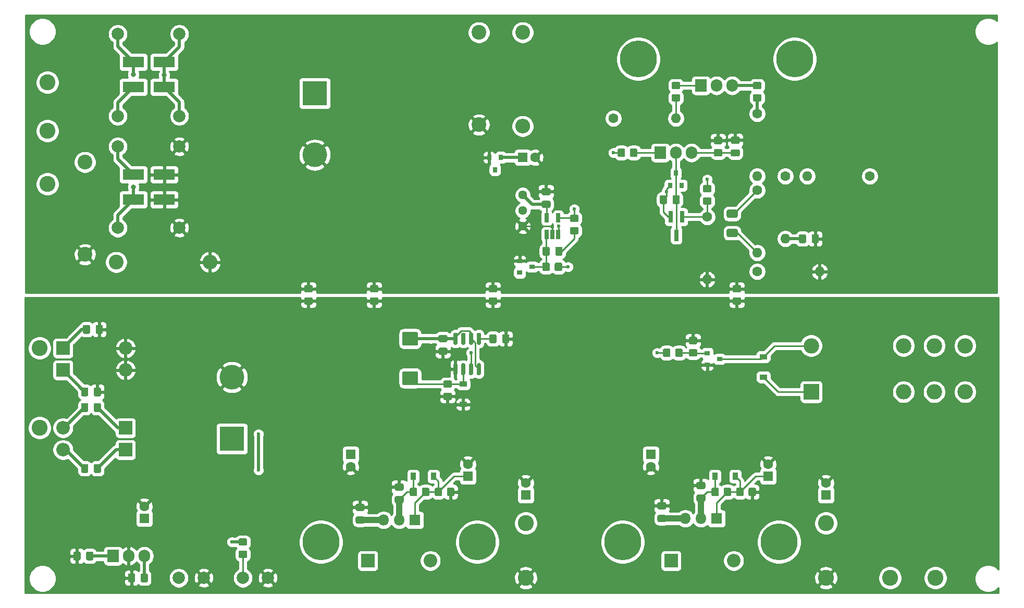
<source format=gbr>
G04 #@! TF.GenerationSoftware,KiCad,Pcbnew,(5.1.9-0-10_14)*
G04 #@! TF.CreationDate,2021-02-07T16:29:35+01:00*
G04 #@! TF.ProjectId,hv-power-supply-v1,68762d70-6f77-4657-922d-737570706c79,rev?*
G04 #@! TF.SameCoordinates,Original*
G04 #@! TF.FileFunction,Copper,L1,Top*
G04 #@! TF.FilePolarity,Positive*
%FSLAX46Y46*%
G04 Gerber Fmt 4.6, Leading zero omitted, Abs format (unit mm)*
G04 Created by KiCad (PCBNEW (5.1.9-0-10_14)) date 2021-02-07 16:29:35*
%MOMM*%
%LPD*%
G01*
G04 APERTURE LIST*
G04 #@! TA.AperFunction,SMDPad,CuDef*
%ADD10R,0.900000X1.200000*%
G04 #@! TD*
G04 #@! TA.AperFunction,ComponentPad*
%ADD11C,1.600000*%
G04 #@! TD*
G04 #@! TA.AperFunction,ComponentPad*
%ADD12R,1.600000X1.600000*%
G04 #@! TD*
G04 #@! TA.AperFunction,ComponentPad*
%ADD13O,2.400000X2.400000*%
G04 #@! TD*
G04 #@! TA.AperFunction,ComponentPad*
%ADD14C,2.400000*%
G04 #@! TD*
G04 #@! TA.AperFunction,SMDPad,CuDef*
%ADD15R,3.500000X1.800000*%
G04 #@! TD*
G04 #@! TA.AperFunction,ComponentPad*
%ADD16C,2.000000*%
G04 #@! TD*
G04 #@! TA.AperFunction,ComponentPad*
%ADD17O,1.600000X1.600000*%
G04 #@! TD*
G04 #@! TA.AperFunction,SMDPad,CuDef*
%ADD18R,0.650000X1.560000*%
G04 #@! TD*
G04 #@! TA.AperFunction,ComponentPad*
%ADD19O,1.905000X2.000000*%
G04 #@! TD*
G04 #@! TA.AperFunction,ComponentPad*
%ADD20R,1.905000X2.000000*%
G04 #@! TD*
G04 #@! TA.AperFunction,SMDPad,CuDef*
%ADD21R,0.800000X1.900000*%
G04 #@! TD*
G04 #@! TA.AperFunction,ComponentPad*
%ADD22C,2.600000*%
G04 #@! TD*
G04 #@! TA.AperFunction,SMDPad,CuDef*
%ADD23R,0.800000X0.900000*%
G04 #@! TD*
G04 #@! TA.AperFunction,ComponentPad*
%ADD24C,1.440000*%
G04 #@! TD*
G04 #@! TA.AperFunction,ComponentPad*
%ADD25O,2.500000X2.500000*%
G04 #@! TD*
G04 #@! TA.AperFunction,ComponentPad*
%ADD26R,2.500000X2.500000*%
G04 #@! TD*
G04 #@! TA.AperFunction,SMDPad,CuDef*
%ADD27R,1.200000X0.900000*%
G04 #@! TD*
G04 #@! TA.AperFunction,ComponentPad*
%ADD28O,2.200000X2.200000*%
G04 #@! TD*
G04 #@! TA.AperFunction,ComponentPad*
%ADD29R,2.200000X2.200000*%
G04 #@! TD*
G04 #@! TA.AperFunction,SMDPad,CuDef*
%ADD30R,0.900000X0.800000*%
G04 #@! TD*
G04 #@! TA.AperFunction,ComponentPad*
%ADD31C,4.000000*%
G04 #@! TD*
G04 #@! TA.AperFunction,ComponentPad*
%ADD32R,4.000000X4.000000*%
G04 #@! TD*
G04 #@! TA.AperFunction,ComponentPad*
%ADD33C,5.999480*%
G04 #@! TD*
G04 #@! TA.AperFunction,ComponentPad*
%ADD34R,1.800000X1.800000*%
G04 #@! TD*
G04 #@! TA.AperFunction,ComponentPad*
%ADD35O,1.800000X1.800000*%
G04 #@! TD*
G04 #@! TA.AperFunction,ViaPad*
%ADD36C,0.600000*%
G04 #@! TD*
G04 #@! TA.AperFunction,ViaPad*
%ADD37C,0.800000*%
G04 #@! TD*
G04 #@! TA.AperFunction,Conductor*
%ADD38C,0.250000*%
G04 #@! TD*
G04 #@! TA.AperFunction,Conductor*
%ADD39C,0.500000*%
G04 #@! TD*
G04 #@! TA.AperFunction,Conductor*
%ADD40C,1.000000*%
G04 #@! TD*
G04 #@! TA.AperFunction,Conductor*
%ADD41C,0.254000*%
G04 #@! TD*
G04 #@! TA.AperFunction,Conductor*
%ADD42C,0.100000*%
G04 #@! TD*
G04 APERTURE END LIST*
D10*
X122136000Y-122832000D03*
X118836000Y-122832000D03*
D11*
X127724000Y-120832000D03*
D12*
X127724000Y-122832000D03*
D10*
X171156000Y-122832000D03*
X167856000Y-122832000D03*
D11*
X176492000Y-120832000D03*
D12*
X176492000Y-122832000D03*
D11*
X157442000Y-121276000D03*
D12*
X157442000Y-119276000D03*
G04 #@! TA.AperFunction,SMDPad,CuDef*
G36*
G01*
X102266001Y-92952000D02*
X101365999Y-92952000D01*
G75*
G02*
X101116000Y-92702001I0J249999D01*
G01*
X101116000Y-92001999D01*
G75*
G02*
X101365999Y-91752000I249999J0D01*
G01*
X102266001Y-91752000D01*
G75*
G02*
X102516000Y-92001999I0J-249999D01*
G01*
X102516000Y-92702001D01*
G75*
G02*
X102266001Y-92952000I-249999J0D01*
G01*
G37*
G04 #@! TD.AperFunction*
G04 #@! TA.AperFunction,SMDPad,CuDef*
G36*
G01*
X102266001Y-94952000D02*
X101365999Y-94952000D01*
G75*
G02*
X101116000Y-94702001I0J249999D01*
G01*
X101116000Y-94001999D01*
G75*
G02*
X101365999Y-93752000I249999J0D01*
G01*
X102266001Y-93752000D01*
G75*
G02*
X102516000Y-94001999I0J-249999D01*
G01*
X102516000Y-94702001D01*
G75*
G02*
X102266001Y-94952000I-249999J0D01*
G01*
G37*
G04 #@! TD.AperFunction*
D13*
X85814000Y-88034000D03*
D14*
X70574000Y-88034000D03*
D15*
X73368000Y-59586000D03*
X78368000Y-59586000D03*
X78368000Y-73810000D03*
X73368000Y-73810000D03*
X78368000Y-77874000D03*
X73368000Y-77874000D03*
X73368000Y-55522000D03*
X78368000Y-55522000D03*
D16*
X70828000Y-69238000D03*
X80828000Y-69238000D03*
X70828000Y-82446000D03*
X80828000Y-82446000D03*
X70828000Y-64285000D03*
X80828000Y-64285000D03*
X70828000Y-50950000D03*
X80828000Y-50950000D03*
G04 #@! TA.AperFunction,SMDPad,CuDef*
G36*
G01*
X125842000Y-101455000D02*
X125542000Y-101455000D01*
G75*
G02*
X125392000Y-101305000I0J150000D01*
G01*
X125392000Y-99655000D01*
G75*
G02*
X125542000Y-99505000I150000J0D01*
G01*
X125842000Y-99505000D01*
G75*
G02*
X125992000Y-99655000I0J-150000D01*
G01*
X125992000Y-101305000D01*
G75*
G02*
X125842000Y-101455000I-150000J0D01*
G01*
G37*
G04 #@! TD.AperFunction*
G04 #@! TA.AperFunction,SMDPad,CuDef*
G36*
G01*
X127112000Y-101455000D02*
X126812000Y-101455000D01*
G75*
G02*
X126662000Y-101305000I0J150000D01*
G01*
X126662000Y-99655000D01*
G75*
G02*
X126812000Y-99505000I150000J0D01*
G01*
X127112000Y-99505000D01*
G75*
G02*
X127262000Y-99655000I0J-150000D01*
G01*
X127262000Y-101305000D01*
G75*
G02*
X127112000Y-101455000I-150000J0D01*
G01*
G37*
G04 #@! TD.AperFunction*
G04 #@! TA.AperFunction,SMDPad,CuDef*
G36*
G01*
X128382000Y-101455000D02*
X128082000Y-101455000D01*
G75*
G02*
X127932000Y-101305000I0J150000D01*
G01*
X127932000Y-99655000D01*
G75*
G02*
X128082000Y-99505000I150000J0D01*
G01*
X128382000Y-99505000D01*
G75*
G02*
X128532000Y-99655000I0J-150000D01*
G01*
X128532000Y-101305000D01*
G75*
G02*
X128382000Y-101455000I-150000J0D01*
G01*
G37*
G04 #@! TD.AperFunction*
G04 #@! TA.AperFunction,SMDPad,CuDef*
G36*
G01*
X129652000Y-101455000D02*
X129352000Y-101455000D01*
G75*
G02*
X129202000Y-101305000I0J150000D01*
G01*
X129202000Y-99655000D01*
G75*
G02*
X129352000Y-99505000I150000J0D01*
G01*
X129652000Y-99505000D01*
G75*
G02*
X129802000Y-99655000I0J-150000D01*
G01*
X129802000Y-101305000D01*
G75*
G02*
X129652000Y-101455000I-150000J0D01*
G01*
G37*
G04 #@! TD.AperFunction*
G04 #@! TA.AperFunction,SMDPad,CuDef*
G36*
G01*
X129652000Y-106405000D02*
X129352000Y-106405000D01*
G75*
G02*
X129202000Y-106255000I0J150000D01*
G01*
X129202000Y-104605000D01*
G75*
G02*
X129352000Y-104455000I150000J0D01*
G01*
X129652000Y-104455000D01*
G75*
G02*
X129802000Y-104605000I0J-150000D01*
G01*
X129802000Y-106255000D01*
G75*
G02*
X129652000Y-106405000I-150000J0D01*
G01*
G37*
G04 #@! TD.AperFunction*
G04 #@! TA.AperFunction,SMDPad,CuDef*
G36*
G01*
X128382000Y-106405000D02*
X128082000Y-106405000D01*
G75*
G02*
X127932000Y-106255000I0J150000D01*
G01*
X127932000Y-104605000D01*
G75*
G02*
X128082000Y-104455000I150000J0D01*
G01*
X128382000Y-104455000D01*
G75*
G02*
X128532000Y-104605000I0J-150000D01*
G01*
X128532000Y-106255000D01*
G75*
G02*
X128382000Y-106405000I-150000J0D01*
G01*
G37*
G04 #@! TD.AperFunction*
G04 #@! TA.AperFunction,SMDPad,CuDef*
G36*
G01*
X127112000Y-106405000D02*
X126812000Y-106405000D01*
G75*
G02*
X126662000Y-106255000I0J150000D01*
G01*
X126662000Y-104605000D01*
G75*
G02*
X126812000Y-104455000I150000J0D01*
G01*
X127112000Y-104455000D01*
G75*
G02*
X127262000Y-104605000I0J-150000D01*
G01*
X127262000Y-106255000D01*
G75*
G02*
X127112000Y-106405000I-150000J0D01*
G01*
G37*
G04 #@! TD.AperFunction*
G04 #@! TA.AperFunction,SMDPad,CuDef*
G36*
G01*
X125842000Y-106405000D02*
X125542000Y-106405000D01*
G75*
G02*
X125392000Y-106255000I0J150000D01*
G01*
X125392000Y-104605000D01*
G75*
G02*
X125542000Y-104455000I150000J0D01*
G01*
X125842000Y-104455000D01*
G75*
G02*
X125992000Y-104605000I0J-150000D01*
G01*
X125992000Y-106255000D01*
G75*
G02*
X125842000Y-106405000I-150000J0D01*
G01*
G37*
G04 #@! TD.AperFunction*
G04 #@! TA.AperFunction,SMDPad,CuDef*
G36*
G01*
X161956001Y-59932000D02*
X161055999Y-59932000D01*
G75*
G02*
X160806000Y-59682001I0J249999D01*
G01*
X160806000Y-58981999D01*
G75*
G02*
X161055999Y-58732000I249999J0D01*
G01*
X161956001Y-58732000D01*
G75*
G02*
X162206000Y-58981999I0J-249999D01*
G01*
X162206000Y-59682001D01*
G75*
G02*
X161956001Y-59932000I-249999J0D01*
G01*
G37*
G04 #@! TD.AperFunction*
G04 #@! TA.AperFunction,SMDPad,CuDef*
G36*
G01*
X161956001Y-61932000D02*
X161055999Y-61932000D01*
G75*
G02*
X160806000Y-61682001I0J249999D01*
G01*
X160806000Y-60981999D01*
G75*
G02*
X161055999Y-60732000I249999J0D01*
G01*
X161956001Y-60732000D01*
G75*
G02*
X162206000Y-60981999I0J-249999D01*
G01*
X162206000Y-61682001D01*
G75*
G02*
X161956001Y-61932000I-249999J0D01*
G01*
G37*
G04 #@! TD.AperFunction*
D17*
X182842000Y-74064000D03*
D11*
X193002000Y-74064000D03*
D17*
X166586000Y-90828000D03*
D11*
X166586000Y-80668000D03*
D17*
X161506000Y-64666000D03*
D11*
X151346000Y-64666000D03*
D17*
X174714000Y-74064000D03*
D11*
X174714000Y-63904000D03*
G04 #@! TA.AperFunction,SMDPad,CuDef*
G36*
G01*
X174263999Y-60732000D02*
X175164001Y-60732000D01*
G75*
G02*
X175414000Y-60981999I0J-249999D01*
G01*
X175414000Y-61682001D01*
G75*
G02*
X175164001Y-61932000I-249999J0D01*
G01*
X174263999Y-61932000D01*
G75*
G02*
X174014000Y-61682001I0J249999D01*
G01*
X174014000Y-60981999D01*
G75*
G02*
X174263999Y-60732000I249999J0D01*
G01*
G37*
G04 #@! TD.AperFunction*
G04 #@! TA.AperFunction,SMDPad,CuDef*
G36*
G01*
X174263999Y-58732000D02*
X175164001Y-58732000D01*
G75*
G02*
X175414000Y-58981999I0J-249999D01*
G01*
X175414000Y-59682001D01*
G75*
G02*
X175164001Y-59932000I-249999J0D01*
G01*
X174263999Y-59932000D01*
G75*
G02*
X174014000Y-59682001I0J249999D01*
G01*
X174014000Y-58981999D01*
G75*
G02*
X174263999Y-58732000I249999J0D01*
G01*
G37*
G04 #@! TD.AperFunction*
G04 #@! TA.AperFunction,SMDPad,CuDef*
G36*
G01*
X169999999Y-82622500D02*
X171300001Y-82622500D01*
G75*
G02*
X171550000Y-82872499I0J-249999D01*
G01*
X171550000Y-83697501D01*
G75*
G02*
X171300001Y-83947500I-249999J0D01*
G01*
X169999999Y-83947500D01*
G75*
G02*
X169750000Y-83697501I0J249999D01*
G01*
X169750000Y-82872499D01*
G75*
G02*
X169999999Y-82622500I249999J0D01*
G01*
G37*
G04 #@! TD.AperFunction*
G04 #@! TA.AperFunction,SMDPad,CuDef*
G36*
G01*
X169999999Y-79497500D02*
X171300001Y-79497500D01*
G75*
G02*
X171550000Y-79747499I0J-249999D01*
G01*
X171550000Y-80572501D01*
G75*
G02*
X171300001Y-80822500I-249999J0D01*
G01*
X169999999Y-80822500D01*
G75*
G02*
X169750000Y-80572501I0J249999D01*
G01*
X169750000Y-79747499D01*
G75*
G02*
X169999999Y-79497500I249999J0D01*
G01*
G37*
G04 #@! TD.AperFunction*
G04 #@! TA.AperFunction,SMDPad,CuDef*
G36*
G01*
X183567500Y-84699000D02*
X183567500Y-83749000D01*
G75*
G02*
X183817500Y-83499000I250000J0D01*
G01*
X184492500Y-83499000D01*
G75*
G02*
X184742500Y-83749000I0J-250000D01*
G01*
X184742500Y-84699000D01*
G75*
G02*
X184492500Y-84949000I-250000J0D01*
G01*
X183817500Y-84949000D01*
G75*
G02*
X183567500Y-84699000I0J250000D01*
G01*
G37*
G04 #@! TD.AperFunction*
G04 #@! TA.AperFunction,SMDPad,CuDef*
G36*
G01*
X181492500Y-84699000D02*
X181492500Y-83749000D01*
G75*
G02*
X181742500Y-83499000I250000J0D01*
G01*
X182417500Y-83499000D01*
G75*
G02*
X182667500Y-83749000I0J-250000D01*
G01*
X182667500Y-84699000D01*
G75*
G02*
X182417500Y-84949000I-250000J0D01*
G01*
X181742500Y-84949000D01*
G75*
G02*
X181492500Y-84699000I0J250000D01*
G01*
G37*
G04 #@! TD.AperFunction*
D18*
X140490000Y-80842000D03*
X142390000Y-80842000D03*
X142390000Y-83542000D03*
X141440000Y-83542000D03*
X140490000Y-83542000D03*
D19*
X170650000Y-59332000D03*
X168110000Y-59332000D03*
D20*
X165570000Y-59332000D03*
D21*
X161572000Y-83668000D03*
X160622000Y-80668000D03*
X162522000Y-80668000D03*
D19*
X164046000Y-70254000D03*
X161506000Y-70254000D03*
D20*
X158966000Y-70254000D03*
G04 #@! TA.AperFunction,SMDPad,CuDef*
G36*
G01*
X171862001Y-92952000D02*
X170961999Y-92952000D01*
G75*
G02*
X170712000Y-92702001I0J249999D01*
G01*
X170712000Y-92001999D01*
G75*
G02*
X170961999Y-91752000I249999J0D01*
G01*
X171862001Y-91752000D01*
G75*
G02*
X172112000Y-92001999I0J-249999D01*
G01*
X172112000Y-92702001D01*
G75*
G02*
X171862001Y-92952000I-249999J0D01*
G01*
G37*
G04 #@! TD.AperFunction*
G04 #@! TA.AperFunction,SMDPad,CuDef*
G36*
G01*
X171862001Y-94952000D02*
X170961999Y-94952000D01*
G75*
G02*
X170712000Y-94702001I0J249999D01*
G01*
X170712000Y-94001999D01*
G75*
G02*
X170961999Y-93752000I249999J0D01*
G01*
X171862001Y-93752000D01*
G75*
G02*
X172112000Y-94001999I0J-249999D01*
G01*
X172112000Y-94702001D01*
G75*
G02*
X171862001Y-94952000I-249999J0D01*
G01*
G37*
G04 #@! TD.AperFunction*
G04 #@! TA.AperFunction,SMDPad,CuDef*
G36*
G01*
X132238001Y-92952000D02*
X131337999Y-92952000D01*
G75*
G02*
X131088000Y-92702001I0J249999D01*
G01*
X131088000Y-92001999D01*
G75*
G02*
X131337999Y-91752000I249999J0D01*
G01*
X132238001Y-91752000D01*
G75*
G02*
X132488000Y-92001999I0J-249999D01*
G01*
X132488000Y-92702001D01*
G75*
G02*
X132238001Y-92952000I-249999J0D01*
G01*
G37*
G04 #@! TD.AperFunction*
G04 #@! TA.AperFunction,SMDPad,CuDef*
G36*
G01*
X132238001Y-94952000D02*
X131337999Y-94952000D01*
G75*
G02*
X131088000Y-94702001I0J249999D01*
G01*
X131088000Y-94001999D01*
G75*
G02*
X131337999Y-93752000I249999J0D01*
G01*
X132238001Y-93752000D01*
G75*
G02*
X132488000Y-94001999I0J-249999D01*
G01*
X132488000Y-94702001D01*
G75*
G02*
X132238001Y-94952000I-249999J0D01*
G01*
G37*
G04 #@! TD.AperFunction*
G04 #@! TA.AperFunction,SMDPad,CuDef*
G36*
G01*
X112934001Y-92952000D02*
X112033999Y-92952000D01*
G75*
G02*
X111784000Y-92702001I0J249999D01*
G01*
X111784000Y-92001999D01*
G75*
G02*
X112033999Y-91752000I249999J0D01*
G01*
X112934001Y-91752000D01*
G75*
G02*
X113184000Y-92001999I0J-249999D01*
G01*
X113184000Y-92702001D01*
G75*
G02*
X112934001Y-92952000I-249999J0D01*
G01*
G37*
G04 #@! TD.AperFunction*
G04 #@! TA.AperFunction,SMDPad,CuDef*
G36*
G01*
X112934001Y-94952000D02*
X112033999Y-94952000D01*
G75*
G02*
X111784000Y-94702001I0J249999D01*
G01*
X111784000Y-94001999D01*
G75*
G02*
X112033999Y-93752000I249999J0D01*
G01*
X112934001Y-93752000D01*
G75*
G02*
X113184000Y-94001999I0J-249999D01*
G01*
X113184000Y-94702001D01*
G75*
G02*
X112934001Y-94952000I-249999J0D01*
G01*
G37*
G04 #@! TD.AperFunction*
G04 #@! TA.AperFunction,SMDPad,CuDef*
G36*
G01*
X166135999Y-77496000D02*
X167036001Y-77496000D01*
G75*
G02*
X167286000Y-77745999I0J-249999D01*
G01*
X167286000Y-78446001D01*
G75*
G02*
X167036001Y-78696000I-249999J0D01*
G01*
X166135999Y-78696000D01*
G75*
G02*
X165886000Y-78446001I0J249999D01*
G01*
X165886000Y-77745999D01*
G75*
G02*
X166135999Y-77496000I249999J0D01*
G01*
G37*
G04 #@! TD.AperFunction*
G04 #@! TA.AperFunction,SMDPad,CuDef*
G36*
G01*
X166135999Y-75496000D02*
X167036001Y-75496000D01*
G75*
G02*
X167286000Y-75745999I0J-249999D01*
G01*
X167286000Y-76446001D01*
G75*
G02*
X167036001Y-76696000I-249999J0D01*
G01*
X166135999Y-76696000D01*
G75*
G02*
X165886000Y-76446001I0J249999D01*
G01*
X165886000Y-75745999D01*
G75*
G02*
X166135999Y-75496000I249999J0D01*
G01*
G37*
G04 #@! TD.AperFunction*
G04 #@! TA.AperFunction,SMDPad,CuDef*
G36*
G01*
X169288000Y-125822001D02*
X169288000Y-124921999D01*
G75*
G02*
X169537999Y-124672000I249999J0D01*
G01*
X170238001Y-124672000D01*
G75*
G02*
X170488000Y-124921999I0J-249999D01*
G01*
X170488000Y-125822001D01*
G75*
G02*
X170238001Y-126072000I-249999J0D01*
G01*
X169537999Y-126072000D01*
G75*
G02*
X169288000Y-125822001I0J249999D01*
G01*
G37*
G04 #@! TD.AperFunction*
G04 #@! TA.AperFunction,SMDPad,CuDef*
G36*
G01*
X167288000Y-125822001D02*
X167288000Y-124921999D01*
G75*
G02*
X167537999Y-124672000I249999J0D01*
G01*
X168238001Y-124672000D01*
G75*
G02*
X168488000Y-124921999I0J-249999D01*
G01*
X168488000Y-125822001D01*
G75*
G02*
X168238001Y-126072000I-249999J0D01*
G01*
X167537999Y-126072000D01*
G75*
G02*
X167288000Y-125822001I0J249999D01*
G01*
G37*
G04 #@! TD.AperFunction*
G04 #@! TA.AperFunction,SMDPad,CuDef*
G36*
G01*
X120266000Y-125822001D02*
X120266000Y-124921999D01*
G75*
G02*
X120515999Y-124672000I249999J0D01*
G01*
X121216001Y-124672000D01*
G75*
G02*
X121466000Y-124921999I0J-249999D01*
G01*
X121466000Y-125822001D01*
G75*
G02*
X121216001Y-126072000I-249999J0D01*
G01*
X120515999Y-126072000D01*
G75*
G02*
X120266000Y-125822001I0J249999D01*
G01*
G37*
G04 #@! TD.AperFunction*
G04 #@! TA.AperFunction,SMDPad,CuDef*
G36*
G01*
X118266000Y-125822001D02*
X118266000Y-124921999D01*
G75*
G02*
X118515999Y-124672000I249999J0D01*
G01*
X119216001Y-124672000D01*
G75*
G02*
X119466000Y-124921999I0J-249999D01*
G01*
X119466000Y-125822001D01*
G75*
G02*
X119216001Y-126072000I-249999J0D01*
G01*
X118515999Y-126072000D01*
G75*
G02*
X118266000Y-125822001I0J249999D01*
G01*
G37*
G04 #@! TD.AperFunction*
G04 #@! TA.AperFunction,SMDPad,CuDef*
G36*
G01*
X124330000Y-125822001D02*
X124330000Y-124921999D01*
G75*
G02*
X124579999Y-124672000I249999J0D01*
G01*
X125280001Y-124672000D01*
G75*
G02*
X125530000Y-124921999I0J-249999D01*
G01*
X125530000Y-125822001D01*
G75*
G02*
X125280001Y-126072000I-249999J0D01*
G01*
X124579999Y-126072000D01*
G75*
G02*
X124330000Y-125822001I0J249999D01*
G01*
G37*
G04 #@! TD.AperFunction*
G04 #@! TA.AperFunction,SMDPad,CuDef*
G36*
G01*
X122330000Y-125822001D02*
X122330000Y-124921999D01*
G75*
G02*
X122579999Y-124672000I249999J0D01*
G01*
X123280001Y-124672000D01*
G75*
G02*
X123530000Y-124921999I0J-249999D01*
G01*
X123530000Y-125822001D01*
G75*
G02*
X123280001Y-126072000I-249999J0D01*
G01*
X122579999Y-126072000D01*
G75*
G02*
X122330000Y-125822001I0J249999D01*
G01*
G37*
G04 #@! TD.AperFunction*
G04 #@! TA.AperFunction,SMDPad,CuDef*
G36*
G01*
X173320000Y-125822001D02*
X173320000Y-124921999D01*
G75*
G02*
X173569999Y-124672000I249999J0D01*
G01*
X174270001Y-124672000D01*
G75*
G02*
X174520000Y-124921999I0J-249999D01*
G01*
X174520000Y-125822001D01*
G75*
G02*
X174270001Y-126072000I-249999J0D01*
G01*
X173569999Y-126072000D01*
G75*
G02*
X173320000Y-125822001I0J249999D01*
G01*
G37*
G04 #@! TD.AperFunction*
G04 #@! TA.AperFunction,SMDPad,CuDef*
G36*
G01*
X171320000Y-125822001D02*
X171320000Y-124921999D01*
G75*
G02*
X171569999Y-124672000I249999J0D01*
G01*
X172270001Y-124672000D01*
G75*
G02*
X172520000Y-124921999I0J-249999D01*
G01*
X172520000Y-125822001D01*
G75*
G02*
X172270001Y-126072000I-249999J0D01*
G01*
X171569999Y-126072000D01*
G75*
G02*
X171320000Y-125822001I0J249999D01*
G01*
G37*
G04 #@! TD.AperFunction*
G04 #@! TA.AperFunction,SMDPad,CuDef*
G36*
G01*
X90697999Y-134916000D02*
X91598001Y-134916000D01*
G75*
G02*
X91848000Y-135165999I0J-249999D01*
G01*
X91848000Y-135866001D01*
G75*
G02*
X91598001Y-136116000I-249999J0D01*
G01*
X90697999Y-136116000D01*
G75*
G02*
X90448000Y-135866001I0J249999D01*
G01*
X90448000Y-135165999D01*
G75*
G02*
X90697999Y-134916000I249999J0D01*
G01*
G37*
G04 #@! TD.AperFunction*
G04 #@! TA.AperFunction,SMDPad,CuDef*
G36*
G01*
X90697999Y-132916000D02*
X91598001Y-132916000D01*
G75*
G02*
X91848000Y-133165999I0J-249999D01*
G01*
X91848000Y-133866001D01*
G75*
G02*
X91598001Y-134116000I-249999J0D01*
G01*
X90697999Y-134116000D01*
G75*
G02*
X90448000Y-133866001I0J249999D01*
G01*
X90448000Y-133165999D01*
G75*
G02*
X90697999Y-132916000I249999J0D01*
G01*
G37*
G04 #@! TD.AperFunction*
G04 #@! TA.AperFunction,SMDPad,CuDef*
G36*
G01*
X164750001Y-101366000D02*
X163849999Y-101366000D01*
G75*
G02*
X163600000Y-101116001I0J249999D01*
G01*
X163600000Y-100415999D01*
G75*
G02*
X163849999Y-100166000I249999J0D01*
G01*
X164750001Y-100166000D01*
G75*
G02*
X165000000Y-100415999I0J-249999D01*
G01*
X165000000Y-101116001D01*
G75*
G02*
X164750001Y-101366000I-249999J0D01*
G01*
G37*
G04 #@! TD.AperFunction*
G04 #@! TA.AperFunction,SMDPad,CuDef*
G36*
G01*
X164750001Y-103366000D02*
X163849999Y-103366000D01*
G75*
G02*
X163600000Y-103116001I0J249999D01*
G01*
X163600000Y-102415999D01*
G75*
G02*
X163849999Y-102166000I249999J0D01*
G01*
X164750001Y-102166000D01*
G75*
G02*
X165000000Y-102415999I0J-249999D01*
G01*
X165000000Y-103116001D01*
G75*
G02*
X164750001Y-103366000I-249999J0D01*
G01*
G37*
G04 #@! TD.AperFunction*
G04 #@! TA.AperFunction,SMDPad,CuDef*
G36*
G01*
X161414000Y-103216001D02*
X161414000Y-102315999D01*
G75*
G02*
X161663999Y-102066000I249999J0D01*
G01*
X162364001Y-102066000D01*
G75*
G02*
X162614000Y-102315999I0J-249999D01*
G01*
X162614000Y-103216001D01*
G75*
G02*
X162364001Y-103466000I-249999J0D01*
G01*
X161663999Y-103466000D01*
G75*
G02*
X161414000Y-103216001I0J249999D01*
G01*
G37*
G04 #@! TD.AperFunction*
G04 #@! TA.AperFunction,SMDPad,CuDef*
G36*
G01*
X159414000Y-103216001D02*
X159414000Y-102315999D01*
G75*
G02*
X159663999Y-102066000I249999J0D01*
G01*
X160364001Y-102066000D01*
G75*
G02*
X160614000Y-102315999I0J-249999D01*
G01*
X160614000Y-103216001D01*
G75*
G02*
X160364001Y-103466000I-249999J0D01*
G01*
X159663999Y-103466000D01*
G75*
G02*
X159414000Y-103216001I0J249999D01*
G01*
G37*
G04 #@! TD.AperFunction*
G04 #@! TA.AperFunction,SMDPad,CuDef*
G36*
G01*
X123971999Y-109246000D02*
X124872001Y-109246000D01*
G75*
G02*
X125122000Y-109495999I0J-249999D01*
G01*
X125122000Y-110196001D01*
G75*
G02*
X124872001Y-110446000I-249999J0D01*
G01*
X123971999Y-110446000D01*
G75*
G02*
X123722000Y-110196001I0J249999D01*
G01*
X123722000Y-109495999D01*
G75*
G02*
X123971999Y-109246000I249999J0D01*
G01*
G37*
G04 #@! TD.AperFunction*
G04 #@! TA.AperFunction,SMDPad,CuDef*
G36*
G01*
X123971999Y-107246000D02*
X124872001Y-107246000D01*
G75*
G02*
X125122000Y-107495999I0J-249999D01*
G01*
X125122000Y-108196001D01*
G75*
G02*
X124872001Y-108446000I-249999J0D01*
G01*
X123971999Y-108446000D01*
G75*
G02*
X123722000Y-108196001I0J249999D01*
G01*
X123722000Y-107495999D01*
G75*
G02*
X123971999Y-107246000I249999J0D01*
G01*
G37*
G04 #@! TD.AperFunction*
G04 #@! TA.AperFunction,SMDPad,CuDef*
G36*
G01*
X166045000Y-124900500D02*
X165095000Y-124900500D01*
G75*
G02*
X164845000Y-124650500I0J250000D01*
G01*
X164845000Y-123975500D01*
G75*
G02*
X165095000Y-123725500I250000J0D01*
G01*
X166045000Y-123725500D01*
G75*
G02*
X166295000Y-123975500I0J-250000D01*
G01*
X166295000Y-124650500D01*
G75*
G02*
X166045000Y-124900500I-250000J0D01*
G01*
G37*
G04 #@! TD.AperFunction*
G04 #@! TA.AperFunction,SMDPad,CuDef*
G36*
G01*
X166045000Y-126975500D02*
X165095000Y-126975500D01*
G75*
G02*
X164845000Y-126725500I0J250000D01*
G01*
X164845000Y-126050500D01*
G75*
G02*
X165095000Y-125800500I250000J0D01*
G01*
X166045000Y-125800500D01*
G75*
G02*
X166295000Y-126050500I0J-250000D01*
G01*
X166295000Y-126725500D01*
G75*
G02*
X166045000Y-126975500I-250000J0D01*
G01*
G37*
G04 #@! TD.AperFunction*
G04 #@! TA.AperFunction,SMDPad,CuDef*
G36*
G01*
X117023000Y-125154500D02*
X116073000Y-125154500D01*
G75*
G02*
X115823000Y-124904500I0J250000D01*
G01*
X115823000Y-124229500D01*
G75*
G02*
X116073000Y-123979500I250000J0D01*
G01*
X117023000Y-123979500D01*
G75*
G02*
X117273000Y-124229500I0J-250000D01*
G01*
X117273000Y-124904500D01*
G75*
G02*
X117023000Y-125154500I-250000J0D01*
G01*
G37*
G04 #@! TD.AperFunction*
G04 #@! TA.AperFunction,SMDPad,CuDef*
G36*
G01*
X117023000Y-127229500D02*
X116073000Y-127229500D01*
G75*
G02*
X115823000Y-126979500I0J250000D01*
G01*
X115823000Y-126304500D01*
G75*
G02*
X116073000Y-126054500I250000J0D01*
G01*
X117023000Y-126054500D01*
G75*
G02*
X117273000Y-126304500I0J-250000D01*
G01*
X117273000Y-126979500D01*
G75*
G02*
X117023000Y-127229500I-250000J0D01*
G01*
G37*
G04 #@! TD.AperFunction*
G04 #@! TA.AperFunction,SMDPad,CuDef*
G36*
G01*
X159695000Y-128202500D02*
X158745000Y-128202500D01*
G75*
G02*
X158495000Y-127952500I0J250000D01*
G01*
X158495000Y-127277500D01*
G75*
G02*
X158745000Y-127027500I250000J0D01*
G01*
X159695000Y-127027500D01*
G75*
G02*
X159945000Y-127277500I0J-250000D01*
G01*
X159945000Y-127952500D01*
G75*
G02*
X159695000Y-128202500I-250000J0D01*
G01*
G37*
G04 #@! TD.AperFunction*
G04 #@! TA.AperFunction,SMDPad,CuDef*
G36*
G01*
X159695000Y-130277500D02*
X158745000Y-130277500D01*
G75*
G02*
X158495000Y-130027500I0J250000D01*
G01*
X158495000Y-129352500D01*
G75*
G02*
X158745000Y-129102500I250000J0D01*
G01*
X159695000Y-129102500D01*
G75*
G02*
X159945000Y-129352500I0J-250000D01*
G01*
X159945000Y-130027500D01*
G75*
G02*
X159695000Y-130277500I-250000J0D01*
G01*
G37*
G04 #@! TD.AperFunction*
G04 #@! TA.AperFunction,SMDPad,CuDef*
G36*
G01*
X110673000Y-128456500D02*
X109723000Y-128456500D01*
G75*
G02*
X109473000Y-128206500I0J250000D01*
G01*
X109473000Y-127531500D01*
G75*
G02*
X109723000Y-127281500I250000J0D01*
G01*
X110673000Y-127281500D01*
G75*
G02*
X110923000Y-127531500I0J-250000D01*
G01*
X110923000Y-128206500D01*
G75*
G02*
X110673000Y-128456500I-250000J0D01*
G01*
G37*
G04 #@! TD.AperFunction*
G04 #@! TA.AperFunction,SMDPad,CuDef*
G36*
G01*
X110673000Y-130531500D02*
X109723000Y-130531500D01*
G75*
G02*
X109473000Y-130281500I0J250000D01*
G01*
X109473000Y-129606500D01*
G75*
G02*
X109723000Y-129356500I250000J0D01*
G01*
X110673000Y-129356500D01*
G75*
G02*
X110923000Y-129606500I0J-250000D01*
G01*
X110923000Y-130281500D01*
G75*
G02*
X110673000Y-130531500I-250000J0D01*
G01*
G37*
G04 #@! TD.AperFunction*
G04 #@! TA.AperFunction,SMDPad,CuDef*
G36*
G01*
X123185000Y-101924500D02*
X124135000Y-101924500D01*
G75*
G02*
X124385000Y-102174500I0J-250000D01*
G01*
X124385000Y-102849500D01*
G75*
G02*
X124135000Y-103099500I-250000J0D01*
G01*
X123185000Y-103099500D01*
G75*
G02*
X122935000Y-102849500I0J250000D01*
G01*
X122935000Y-102174500D01*
G75*
G02*
X123185000Y-101924500I250000J0D01*
G01*
G37*
G04 #@! TD.AperFunction*
G04 #@! TA.AperFunction,SMDPad,CuDef*
G36*
G01*
X123185000Y-99849500D02*
X124135000Y-99849500D01*
G75*
G02*
X124385000Y-100099500I0J-250000D01*
G01*
X124385000Y-100774500D01*
G75*
G02*
X124135000Y-101024500I-250000J0D01*
G01*
X123185000Y-101024500D01*
G75*
G02*
X122935000Y-100774500I0J250000D01*
G01*
X122935000Y-100099500D01*
G75*
G02*
X123185000Y-99849500I250000J0D01*
G01*
G37*
G04 #@! TD.AperFunction*
G04 #@! TA.AperFunction,SMDPad,CuDef*
G36*
G01*
X133275500Y-100955000D02*
X133275500Y-100005000D01*
G75*
G02*
X133525500Y-99755000I250000J0D01*
G01*
X134200500Y-99755000D01*
G75*
G02*
X134450500Y-100005000I0J-250000D01*
G01*
X134450500Y-100955000D01*
G75*
G02*
X134200500Y-101205000I-250000J0D01*
G01*
X133525500Y-101205000D01*
G75*
G02*
X133275500Y-100955000I0J250000D01*
G01*
G37*
G04 #@! TD.AperFunction*
G04 #@! TA.AperFunction,SMDPad,CuDef*
G36*
G01*
X131200500Y-100955000D02*
X131200500Y-100005000D01*
G75*
G02*
X131450500Y-99755000I250000J0D01*
G01*
X132125500Y-99755000D01*
G75*
G02*
X132375500Y-100005000I0J-250000D01*
G01*
X132375500Y-100955000D01*
G75*
G02*
X132125500Y-101205000I-250000J0D01*
G01*
X131450500Y-101205000D01*
G75*
G02*
X131200500Y-100955000I0J250000D01*
G01*
G37*
G04 #@! TD.AperFunction*
G04 #@! TA.AperFunction,SMDPad,CuDef*
G36*
G01*
X73658500Y-138867000D02*
X73658500Y-139817000D01*
G75*
G02*
X73408500Y-140067000I-250000J0D01*
G01*
X72733500Y-140067000D01*
G75*
G02*
X72483500Y-139817000I0J250000D01*
G01*
X72483500Y-138867000D01*
G75*
G02*
X72733500Y-138617000I250000J0D01*
G01*
X73408500Y-138617000D01*
G75*
G02*
X73658500Y-138867000I0J-250000D01*
G01*
G37*
G04 #@! TD.AperFunction*
G04 #@! TA.AperFunction,SMDPad,CuDef*
G36*
G01*
X75733500Y-138867000D02*
X75733500Y-139817000D01*
G75*
G02*
X75483500Y-140067000I-250000J0D01*
G01*
X74808500Y-140067000D01*
G75*
G02*
X74558500Y-139817000I0J250000D01*
G01*
X74558500Y-138867000D01*
G75*
G02*
X74808500Y-138617000I250000J0D01*
G01*
X75483500Y-138617000D01*
G75*
G02*
X75733500Y-138867000I0J-250000D01*
G01*
G37*
G04 #@! TD.AperFunction*
G04 #@! TA.AperFunction,SMDPad,CuDef*
G36*
G01*
X64790000Y-135311000D02*
X64790000Y-136261000D01*
G75*
G02*
X64540000Y-136511000I-250000J0D01*
G01*
X63865000Y-136511000D01*
G75*
G02*
X63615000Y-136261000I0J250000D01*
G01*
X63615000Y-135311000D01*
G75*
G02*
X63865000Y-135061000I250000J0D01*
G01*
X64540000Y-135061000D01*
G75*
G02*
X64790000Y-135311000I0J-250000D01*
G01*
G37*
G04 #@! TD.AperFunction*
G04 #@! TA.AperFunction,SMDPad,CuDef*
G36*
G01*
X66865000Y-135311000D02*
X66865000Y-136261000D01*
G75*
G02*
X66615000Y-136511000I-250000J0D01*
G01*
X65940000Y-136511000D01*
G75*
G02*
X65690000Y-136261000I0J250000D01*
G01*
X65690000Y-135311000D01*
G75*
G02*
X65940000Y-135061000I250000J0D01*
G01*
X66615000Y-135061000D01*
G75*
G02*
X66865000Y-135311000I0J-250000D01*
G01*
G37*
G04 #@! TD.AperFunction*
D19*
X75146000Y-135786000D03*
X72606000Y-135786000D03*
D20*
X70066000Y-135786000D03*
D22*
X137122000Y-139342000D03*
X137122000Y-130452000D03*
X185890000Y-139342000D03*
X185890000Y-130452000D03*
X58128000Y-102004000D03*
X58128000Y-114958000D03*
X59398000Y-75334000D03*
X59398000Y-66698000D03*
X59398000Y-58824000D03*
D11*
X137122000Y-123880000D03*
D12*
X137122000Y-125880000D03*
D11*
X185890000Y-123880000D03*
D12*
X185890000Y-125880000D03*
D11*
X108674000Y-121276000D03*
D12*
X108674000Y-119276000D03*
G04 #@! TA.AperFunction,SMDPad,CuDef*
G36*
G01*
X117300999Y-105755000D02*
X119351001Y-105755000D01*
G75*
G02*
X119601000Y-106004999I0J-249999D01*
G01*
X119601000Y-107755001D01*
G75*
G02*
X119351001Y-108005000I-249999J0D01*
G01*
X117300999Y-108005000D01*
G75*
G02*
X117051000Y-107755001I0J249999D01*
G01*
X117051000Y-106004999D01*
G75*
G02*
X117300999Y-105755000I249999J0D01*
G01*
G37*
G04 #@! TD.AperFunction*
G04 #@! TA.AperFunction,SMDPad,CuDef*
G36*
G01*
X117300999Y-99355000D02*
X119351001Y-99355000D01*
G75*
G02*
X119601000Y-99604999I0J-249999D01*
G01*
X119601000Y-101355001D01*
G75*
G02*
X119351001Y-101605000I-249999J0D01*
G01*
X117300999Y-101605000D01*
G75*
G02*
X117051000Y-101355001I0J249999D01*
G01*
X117051000Y-99604999D01*
G75*
G02*
X117300999Y-99355000I249999J0D01*
G01*
G37*
G04 #@! TD.AperFunction*
D11*
X75146000Y-127690000D03*
D12*
X75146000Y-129690000D03*
D23*
X132108000Y-73016000D03*
X131158000Y-71016000D03*
X133058000Y-71016000D03*
D24*
X136614000Y-82192000D03*
X136614000Y-79652000D03*
X136614000Y-77112000D03*
D25*
X183496000Y-101616000D03*
X198496000Y-101616000D03*
X203496000Y-101616000D03*
X208496000Y-101616000D03*
X208496000Y-109116000D03*
X203496000Y-109116000D03*
X198496000Y-109116000D03*
D26*
X183496000Y-109116000D03*
D17*
X179286000Y-84224000D03*
D11*
X179286000Y-74064000D03*
G04 #@! TA.AperFunction,SMDPad,CuDef*
G36*
G01*
X167913999Y-69654000D02*
X168814001Y-69654000D01*
G75*
G02*
X169064000Y-69903999I0J-249999D01*
G01*
X169064000Y-70604001D01*
G75*
G02*
X168814001Y-70854000I-249999J0D01*
G01*
X167913999Y-70854000D01*
G75*
G02*
X167664000Y-70604001I0J249999D01*
G01*
X167664000Y-69903999D01*
G75*
G02*
X167913999Y-69654000I249999J0D01*
G01*
G37*
G04 #@! TD.AperFunction*
G04 #@! TA.AperFunction,SMDPad,CuDef*
G36*
G01*
X167913999Y-67654000D02*
X168814001Y-67654000D01*
G75*
G02*
X169064000Y-67903999I0J-249999D01*
G01*
X169064000Y-68604001D01*
G75*
G02*
X168814001Y-68854000I-249999J0D01*
G01*
X167913999Y-68854000D01*
G75*
G02*
X167664000Y-68604001I0J249999D01*
G01*
X167664000Y-67903999D01*
G75*
G02*
X167913999Y-67654000I249999J0D01*
G01*
G37*
G04 #@! TD.AperFunction*
G04 #@! TA.AperFunction,SMDPad,CuDef*
G36*
G01*
X141024000Y-88345999D02*
X141024000Y-89246001D01*
G75*
G02*
X140774001Y-89496000I-249999J0D01*
G01*
X140073999Y-89496000D01*
G75*
G02*
X139824000Y-89246001I0J249999D01*
G01*
X139824000Y-88345999D01*
G75*
G02*
X140073999Y-88096000I249999J0D01*
G01*
X140774001Y-88096000D01*
G75*
G02*
X141024000Y-88345999I0J-249999D01*
G01*
G37*
G04 #@! TD.AperFunction*
G04 #@! TA.AperFunction,SMDPad,CuDef*
G36*
G01*
X143024000Y-88345999D02*
X143024000Y-89246001D01*
G75*
G02*
X142774001Y-89496000I-249999J0D01*
G01*
X142073999Y-89496000D01*
G75*
G02*
X141824000Y-89246001I0J249999D01*
G01*
X141824000Y-88345999D01*
G75*
G02*
X142073999Y-88096000I249999J0D01*
G01*
X142774001Y-88096000D01*
G75*
G02*
X143024000Y-88345999I0J-249999D01*
G01*
G37*
G04 #@! TD.AperFunction*
G04 #@! TA.AperFunction,SMDPad,CuDef*
G36*
G01*
X153248000Y-69803999D02*
X153248000Y-70704001D01*
G75*
G02*
X152998001Y-70954000I-249999J0D01*
G01*
X152297999Y-70954000D01*
G75*
G02*
X152048000Y-70704001I0J249999D01*
G01*
X152048000Y-69803999D01*
G75*
G02*
X152297999Y-69554000I249999J0D01*
G01*
X152998001Y-69554000D01*
G75*
G02*
X153248000Y-69803999I0J-249999D01*
G01*
G37*
G04 #@! TD.AperFunction*
G04 #@! TA.AperFunction,SMDPad,CuDef*
G36*
G01*
X155248000Y-69803999D02*
X155248000Y-70704001D01*
G75*
G02*
X154998001Y-70954000I-249999J0D01*
G01*
X154297999Y-70954000D01*
G75*
G02*
X154048000Y-70704001I0J249999D01*
G01*
X154048000Y-69803999D01*
G75*
G02*
X154297999Y-69554000I249999J0D01*
G01*
X154998001Y-69554000D01*
G75*
G02*
X155248000Y-69803999I0J-249999D01*
G01*
G37*
G04 #@! TD.AperFunction*
G04 #@! TA.AperFunction,SMDPad,CuDef*
G36*
G01*
X145446001Y-81522000D02*
X144545999Y-81522000D01*
G75*
G02*
X144296000Y-81272001I0J249999D01*
G01*
X144296000Y-80571999D01*
G75*
G02*
X144545999Y-80322000I249999J0D01*
G01*
X145446001Y-80322000D01*
G75*
G02*
X145696000Y-80571999I0J-249999D01*
G01*
X145696000Y-81272001D01*
G75*
G02*
X145446001Y-81522000I-249999J0D01*
G01*
G37*
G04 #@! TD.AperFunction*
G04 #@! TA.AperFunction,SMDPad,CuDef*
G36*
G01*
X145446001Y-83522000D02*
X144545999Y-83522000D01*
G75*
G02*
X144296000Y-83272001I0J249999D01*
G01*
X144296000Y-82571999D01*
G75*
G02*
X144545999Y-82322000I249999J0D01*
G01*
X145446001Y-82322000D01*
G75*
G02*
X145696000Y-82571999I0J-249999D01*
G01*
X145696000Y-83272001D01*
G75*
G02*
X145446001Y-83522000I-249999J0D01*
G01*
G37*
G04 #@! TD.AperFunction*
D13*
X136614000Y-65936000D03*
D14*
X136614000Y-50696000D03*
D17*
X184874000Y-89558000D03*
D11*
X174714000Y-89558000D03*
D17*
X174714000Y-86510000D03*
D11*
X174714000Y-76350000D03*
D16*
X84798000Y-139342000D03*
X80734000Y-139342000D03*
X95212000Y-139342000D03*
X91148000Y-139342000D03*
D22*
X196304000Y-139342000D03*
X203670000Y-139342000D03*
D27*
X175730000Y-103402000D03*
X175730000Y-106702000D03*
D23*
X161506000Y-73556000D03*
X162456000Y-75556000D03*
X160556000Y-75556000D03*
D28*
X121628000Y-136548000D03*
D29*
X111468000Y-136548000D03*
D28*
X170904000Y-136548000D03*
D29*
X160744000Y-136548000D03*
D30*
X138138000Y-88796000D03*
X136138000Y-89746000D03*
X136138000Y-87846000D03*
D27*
X126962000Y-111146000D03*
X126962000Y-107846000D03*
D28*
X61938000Y-118514000D03*
D29*
X72098000Y-118514000D03*
D28*
X61938000Y-114958000D03*
D29*
X72098000Y-114958000D03*
D28*
X72098000Y-102004000D03*
D29*
X61938000Y-102004000D03*
D28*
X72098000Y-105560000D03*
D29*
X61938000Y-105560000D03*
D31*
X89370000Y-106736000D03*
D32*
X89370000Y-116736000D03*
G04 #@! TA.AperFunction,SMDPad,CuDef*
G36*
G01*
X66038500Y-121087000D02*
X66038500Y-122037000D01*
G75*
G02*
X65788500Y-122287000I-250000J0D01*
G01*
X65113500Y-122287000D01*
G75*
G02*
X64863500Y-122037000I0J250000D01*
G01*
X64863500Y-121087000D01*
G75*
G02*
X65113500Y-120837000I250000J0D01*
G01*
X65788500Y-120837000D01*
G75*
G02*
X66038500Y-121087000I0J-250000D01*
G01*
G37*
G04 #@! TD.AperFunction*
G04 #@! TA.AperFunction,SMDPad,CuDef*
G36*
G01*
X68113500Y-121087000D02*
X68113500Y-122037000D01*
G75*
G02*
X67863500Y-122287000I-250000J0D01*
G01*
X67188500Y-122287000D01*
G75*
G02*
X66938500Y-122037000I0J250000D01*
G01*
X66938500Y-121087000D01*
G75*
G02*
X67188500Y-120837000I250000J0D01*
G01*
X67863500Y-120837000D01*
G75*
G02*
X68113500Y-121087000I0J-250000D01*
G01*
G37*
G04 #@! TD.AperFunction*
G04 #@! TA.AperFunction,SMDPad,CuDef*
G36*
G01*
X66938500Y-112131000D02*
X66938500Y-111181000D01*
G75*
G02*
X67188500Y-110931000I250000J0D01*
G01*
X67863500Y-110931000D01*
G75*
G02*
X68113500Y-111181000I0J-250000D01*
G01*
X68113500Y-112131000D01*
G75*
G02*
X67863500Y-112381000I-250000J0D01*
G01*
X67188500Y-112381000D01*
G75*
G02*
X66938500Y-112131000I0J250000D01*
G01*
G37*
G04 #@! TD.AperFunction*
G04 #@! TA.AperFunction,SMDPad,CuDef*
G36*
G01*
X64863500Y-112131000D02*
X64863500Y-111181000D01*
G75*
G02*
X65113500Y-110931000I250000J0D01*
G01*
X65788500Y-110931000D01*
G75*
G02*
X66038500Y-111181000I0J-250000D01*
G01*
X66038500Y-112131000D01*
G75*
G02*
X65788500Y-112381000I-250000J0D01*
G01*
X65113500Y-112381000D01*
G75*
G02*
X64863500Y-112131000I0J250000D01*
G01*
G37*
G04 #@! TD.AperFunction*
G04 #@! TA.AperFunction,SMDPad,CuDef*
G36*
G01*
X66335500Y-98481000D02*
X66335500Y-99431000D01*
G75*
G02*
X66085500Y-99681000I-250000J0D01*
G01*
X65410500Y-99681000D01*
G75*
G02*
X65160500Y-99431000I0J250000D01*
G01*
X65160500Y-98481000D01*
G75*
G02*
X65410500Y-98231000I250000J0D01*
G01*
X66085500Y-98231000D01*
G75*
G02*
X66335500Y-98481000I0J-250000D01*
G01*
G37*
G04 #@! TD.AperFunction*
G04 #@! TA.AperFunction,SMDPad,CuDef*
G36*
G01*
X68410500Y-98481000D02*
X68410500Y-99431000D01*
G75*
G02*
X68160500Y-99681000I-250000J0D01*
G01*
X67485500Y-99681000D01*
G75*
G02*
X67235500Y-99431000I0J250000D01*
G01*
X67235500Y-98481000D01*
G75*
G02*
X67485500Y-98231000I250000J0D01*
G01*
X68160500Y-98231000D01*
G75*
G02*
X68410500Y-98481000I0J-250000D01*
G01*
G37*
G04 #@! TD.AperFunction*
G04 #@! TA.AperFunction,SMDPad,CuDef*
G36*
G01*
X160061500Y-77399000D02*
X160061500Y-78349000D01*
G75*
G02*
X159811500Y-78599000I-250000J0D01*
G01*
X159136500Y-78599000D01*
G75*
G02*
X158886500Y-78349000I0J250000D01*
G01*
X158886500Y-77399000D01*
G75*
G02*
X159136500Y-77149000I250000J0D01*
G01*
X159811500Y-77149000D01*
G75*
G02*
X160061500Y-77399000I0J-250000D01*
G01*
G37*
G04 #@! TD.AperFunction*
G04 #@! TA.AperFunction,SMDPad,CuDef*
G36*
G01*
X162136500Y-77399000D02*
X162136500Y-78349000D01*
G75*
G02*
X161886500Y-78599000I-250000J0D01*
G01*
X161211500Y-78599000D01*
G75*
G02*
X160961500Y-78349000I0J250000D01*
G01*
X160961500Y-77399000D01*
G75*
G02*
X161211500Y-77149000I250000J0D01*
G01*
X161886500Y-77149000D01*
G75*
G02*
X162136500Y-77399000I0J-250000D01*
G01*
G37*
G04 #@! TD.AperFunction*
D11*
X138614000Y-71016000D03*
D12*
X136614000Y-71016000D03*
G04 #@! TA.AperFunction,SMDPad,CuDef*
G36*
G01*
X171633000Y-68788000D02*
X170683000Y-68788000D01*
G75*
G02*
X170433000Y-68538000I0J250000D01*
G01*
X170433000Y-67863000D01*
G75*
G02*
X170683000Y-67613000I250000J0D01*
G01*
X171633000Y-67613000D01*
G75*
G02*
X171883000Y-67863000I0J-250000D01*
G01*
X171883000Y-68538000D01*
G75*
G02*
X171633000Y-68788000I-250000J0D01*
G01*
G37*
G04 #@! TD.AperFunction*
G04 #@! TA.AperFunction,SMDPad,CuDef*
G36*
G01*
X171633000Y-70863000D02*
X170683000Y-70863000D01*
G75*
G02*
X170433000Y-70613000I0J250000D01*
G01*
X170433000Y-69938000D01*
G75*
G02*
X170683000Y-69688000I250000J0D01*
G01*
X171633000Y-69688000D01*
G75*
G02*
X171883000Y-69938000I0J-250000D01*
G01*
X171883000Y-70613000D01*
G75*
G02*
X171633000Y-70863000I-250000J0D01*
G01*
G37*
G04 #@! TD.AperFunction*
G04 #@! TA.AperFunction,SMDPad,CuDef*
G36*
G01*
X140899000Y-77148500D02*
X139949000Y-77148500D01*
G75*
G02*
X139699000Y-76898500I0J250000D01*
G01*
X139699000Y-76223500D01*
G75*
G02*
X139949000Y-75973500I250000J0D01*
G01*
X140899000Y-75973500D01*
G75*
G02*
X141149000Y-76223500I0J-250000D01*
G01*
X141149000Y-76898500D01*
G75*
G02*
X140899000Y-77148500I-250000J0D01*
G01*
G37*
G04 #@! TD.AperFunction*
G04 #@! TA.AperFunction,SMDPad,CuDef*
G36*
G01*
X140899000Y-79223500D02*
X139949000Y-79223500D01*
G75*
G02*
X139699000Y-78973500I0J250000D01*
G01*
X139699000Y-78298500D01*
G75*
G02*
X139949000Y-78048500I250000J0D01*
G01*
X140899000Y-78048500D01*
G75*
G02*
X141149000Y-78298500I0J-250000D01*
G01*
X141149000Y-78973500D01*
G75*
G02*
X140899000Y-79223500I-250000J0D01*
G01*
G37*
G04 #@! TD.AperFunction*
G04 #@! TA.AperFunction,SMDPad,CuDef*
G36*
G01*
X141911500Y-86731000D02*
X141911500Y-85781000D01*
G75*
G02*
X142161500Y-85531000I250000J0D01*
G01*
X142836500Y-85531000D01*
G75*
G02*
X143086500Y-85781000I0J-250000D01*
G01*
X143086500Y-86731000D01*
G75*
G02*
X142836500Y-86981000I-250000J0D01*
G01*
X142161500Y-86981000D01*
G75*
G02*
X141911500Y-86731000I0J250000D01*
G01*
G37*
G04 #@! TD.AperFunction*
G04 #@! TA.AperFunction,SMDPad,CuDef*
G36*
G01*
X139836500Y-86731000D02*
X139836500Y-85781000D01*
G75*
G02*
X140086500Y-85531000I250000J0D01*
G01*
X140761500Y-85531000D01*
G75*
G02*
X141011500Y-85781000I0J-250000D01*
G01*
X141011500Y-86731000D01*
G75*
G02*
X140761500Y-86981000I-250000J0D01*
G01*
X140086500Y-86981000D01*
G75*
G02*
X139836500Y-86731000I0J250000D01*
G01*
G37*
G04 #@! TD.AperFunction*
D14*
X129502000Y-50696000D03*
X129502000Y-65696000D03*
D31*
X102832000Y-70602000D03*
D32*
X102832000Y-60602000D03*
D14*
X65494000Y-86778000D03*
X65494000Y-71778000D03*
G04 #@! TA.AperFunction,SMDPad,CuDef*
G36*
G01*
X66938500Y-109591000D02*
X66938500Y-108641000D01*
G75*
G02*
X67188500Y-108391000I250000J0D01*
G01*
X67863500Y-108391000D01*
G75*
G02*
X68113500Y-108641000I0J-250000D01*
G01*
X68113500Y-109591000D01*
G75*
G02*
X67863500Y-109841000I-250000J0D01*
G01*
X67188500Y-109841000D01*
G75*
G02*
X66938500Y-109591000I0J250000D01*
G01*
G37*
G04 #@! TD.AperFunction*
G04 #@! TA.AperFunction,SMDPad,CuDef*
G36*
G01*
X64863500Y-109591000D02*
X64863500Y-108641000D01*
G75*
G02*
X65113500Y-108391000I250000J0D01*
G01*
X65788500Y-108391000D01*
G75*
G02*
X66038500Y-108641000I0J-250000D01*
G01*
X66038500Y-109591000D01*
G75*
G02*
X65788500Y-109841000I-250000J0D01*
G01*
X65113500Y-109841000D01*
G75*
G02*
X64863500Y-109591000I0J250000D01*
G01*
G37*
G04 #@! TD.AperFunction*
D33*
X180810000Y-55014000D03*
X155410000Y-55014000D03*
D34*
X168110000Y-129690000D03*
D35*
X165570000Y-129690000D03*
X163030000Y-129690000D03*
D33*
X178270000Y-133500000D03*
X152870000Y-133500000D03*
X103848000Y-133500000D03*
X129248000Y-133500000D03*
D34*
X119088000Y-129944000D03*
D35*
X116548000Y-129944000D03*
X114008000Y-129944000D03*
D30*
X166602000Y-102832000D03*
X166602000Y-104732000D03*
X168602000Y-103782000D03*
D36*
X89370000Y-133500000D03*
X93688000Y-121816000D03*
X93688000Y-115974000D03*
X121671000Y-100437000D03*
X142456000Y-82192000D03*
X166586000Y-74572000D03*
D37*
X73368000Y-57554000D03*
X73368000Y-75842000D03*
X78368000Y-57634000D03*
D36*
X159982000Y-76604000D03*
X144996000Y-79398000D03*
X151346000Y-70254000D03*
X128232000Y-102766000D03*
X158458000Y-102766000D03*
X143980000Y-88796000D03*
D38*
X154648000Y-70254000D02*
X158966000Y-70254000D01*
D39*
X70828000Y-62126000D02*
X73368000Y-59586000D01*
X70828000Y-64285000D02*
X70828000Y-62126000D01*
X70828000Y-71270000D02*
X73368000Y-73810000D01*
X70828000Y-69238000D02*
X70828000Y-71270000D01*
D40*
X114008000Y-129944000D02*
X110198000Y-129944000D01*
X163030000Y-129690000D02*
X159220000Y-129690000D01*
D39*
X70066000Y-135786000D02*
X66277500Y-135786000D01*
X70574000Y-118514000D02*
X67526000Y-121562000D01*
X72098000Y-118514000D02*
X70574000Y-118514000D01*
X70828000Y-114958000D02*
X67526000Y-111656000D01*
X72098000Y-114958000D02*
X70828000Y-114958000D01*
X75146000Y-135786000D02*
X75146000Y-139342000D01*
X89386000Y-133516000D02*
X89370000Y-133500000D01*
X91148000Y-133516000D02*
X89386000Y-133516000D01*
X93688000Y-121816000D02*
X93688000Y-115974000D01*
X123703000Y-100480000D02*
X123660000Y-100437000D01*
X125692000Y-100480000D02*
X123703000Y-100480000D01*
X118369000Y-100437000D02*
X118326000Y-100480000D01*
X123660000Y-100437000D02*
X121671000Y-100437000D01*
X121671000Y-100437000D02*
X118369000Y-100437000D01*
D38*
X129502000Y-105430000D02*
X129502000Y-104455000D01*
X125692000Y-100103232D02*
X125692000Y-100480000D01*
X127906990Y-99179990D02*
X126615242Y-99179990D01*
X128232000Y-99505000D02*
X127906990Y-99179990D01*
X126615242Y-99179990D02*
X125692000Y-100103232D01*
X128232000Y-100480000D02*
X128232000Y-99505000D01*
X128876990Y-104804990D02*
X128876990Y-101124990D01*
X128876990Y-101124990D02*
X128232000Y-100480000D01*
X129502000Y-105430000D02*
X128876990Y-104804990D01*
X178144000Y-109116000D02*
X175730000Y-106702000D01*
X183496000Y-109116000D02*
X178144000Y-109116000D01*
X166586000Y-80668000D02*
X162522000Y-80668000D01*
X166586000Y-80668000D02*
X166586000Y-78096000D01*
X141440000Y-82512000D02*
X141120000Y-82192000D01*
X141440000Y-83542000D02*
X141440000Y-82512000D01*
X136614000Y-82192000D02*
X141120000Y-82192000D01*
X164366000Y-102832000D02*
X164300000Y-102766000D01*
X166602000Y-102832000D02*
X164366000Y-102832000D01*
X164300000Y-102766000D02*
X162014000Y-102766000D01*
X131788000Y-100480000D02*
X129502000Y-100480000D01*
D39*
X119120000Y-129976000D02*
X119088000Y-129944000D01*
D38*
X120866000Y-125372000D02*
X122930000Y-125372000D01*
X122930000Y-123626000D02*
X122136000Y-122832000D01*
X122930000Y-125372000D02*
X122930000Y-123626000D01*
X125470000Y-122832000D02*
X127724000Y-122832000D01*
X122930000Y-125372000D02*
X125470000Y-122832000D01*
X119088000Y-127150000D02*
X120866000Y-125372000D01*
X119088000Y-129944000D02*
X119088000Y-127150000D01*
X164046000Y-70254000D02*
X168364000Y-70254000D01*
X171136500Y-70254000D02*
X171158000Y-70275500D01*
X168364000Y-70254000D02*
X171136500Y-70254000D01*
X142456000Y-83476000D02*
X142390000Y-83542000D01*
X142456000Y-82192000D02*
X142456000Y-83476000D01*
X166586000Y-74572000D02*
X166586000Y-76096000D01*
D39*
X174714000Y-61332000D02*
X174714000Y-63904000D01*
X170650000Y-59332000D02*
X174714000Y-59332000D01*
D38*
X165570000Y-59332000D02*
X161506000Y-59332000D01*
D39*
X62149000Y-114958000D02*
X65451000Y-111656000D01*
X61938000Y-114958000D02*
X62149000Y-114958000D01*
X65451000Y-109073000D02*
X61938000Y-105560000D01*
X65451000Y-109116000D02*
X65451000Y-109073000D01*
X62403000Y-118514000D02*
X65451000Y-121562000D01*
X61938000Y-118514000D02*
X62403000Y-118514000D01*
X64986000Y-98956000D02*
X61938000Y-102004000D01*
X65748000Y-98956000D02*
X64986000Y-98956000D01*
X70828000Y-52982000D02*
X73368000Y-55522000D01*
X70828000Y-50950000D02*
X70828000Y-52982000D01*
X73368000Y-55522000D02*
X73368000Y-57554000D01*
X73368000Y-75842000D02*
X73368000Y-77874000D01*
X70828000Y-80414000D02*
X73368000Y-77874000D01*
X70828000Y-82446000D02*
X70828000Y-80414000D01*
X78368000Y-59586000D02*
X78368000Y-57634000D01*
X78368000Y-57634000D02*
X78368000Y-55522000D01*
X80828000Y-53062000D02*
X78368000Y-55522000D01*
X80828000Y-50950000D02*
X80828000Y-53062000D01*
X80828000Y-62046000D02*
X78368000Y-59586000D01*
X80828000Y-64285000D02*
X80828000Y-62046000D01*
D38*
X140490000Y-78702000D02*
X140424000Y-78636000D01*
X140490000Y-80842000D02*
X140490000Y-78702000D01*
D39*
X138138000Y-78636000D02*
X136614000Y-77112000D01*
X140424000Y-78636000D02*
X138138000Y-78636000D01*
X136614000Y-71016000D02*
X133058000Y-71016000D01*
D38*
X142499000Y-86256000D02*
X142964000Y-86256000D01*
X144996000Y-84224000D02*
X144996000Y-82922000D01*
X142964000Y-86256000D02*
X144996000Y-84224000D01*
X140424000Y-88796000D02*
X138138000Y-88796000D01*
X140424000Y-88796000D02*
X140424000Y-86256000D01*
X140424000Y-83608000D02*
X140490000Y-83542000D01*
X140424000Y-86256000D02*
X140424000Y-83608000D01*
X126962000Y-105430000D02*
X126962000Y-107846000D01*
X126962000Y-107846000D02*
X124422000Y-107846000D01*
X119292000Y-107846000D02*
X118326000Y-106880000D01*
X124422000Y-107846000D02*
X119292000Y-107846000D01*
X171920000Y-123596000D02*
X171156000Y-122832000D01*
X171920000Y-125372000D02*
X171920000Y-123596000D01*
X169888000Y-125372000D02*
X171920000Y-125372000D01*
X174460000Y-122832000D02*
X171920000Y-125372000D01*
X176492000Y-122832000D02*
X174460000Y-122832000D01*
X168110000Y-127150000D02*
X169888000Y-125372000D01*
X168110000Y-129690000D02*
X168110000Y-127150000D01*
D40*
X165570000Y-129690000D02*
X165570000Y-126388000D01*
D38*
X166586000Y-125372000D02*
X165570000Y-126388000D01*
X167888000Y-125372000D02*
X166586000Y-125372000D01*
X167888000Y-122864000D02*
X167856000Y-122832000D01*
X167888000Y-125372000D02*
X167888000Y-122864000D01*
D40*
X116548000Y-129944000D02*
X116548000Y-126642000D01*
D38*
X117818000Y-125372000D02*
X116548000Y-126642000D01*
X118866000Y-125372000D02*
X117818000Y-125372000D01*
X118866000Y-122862000D02*
X118836000Y-122832000D01*
X118866000Y-125372000D02*
X118866000Y-122862000D01*
X159982000Y-76130000D02*
X160556000Y-75556000D01*
X159982000Y-76604000D02*
X159982000Y-76130000D01*
X159982000Y-77366000D02*
X159474000Y-77874000D01*
X159982000Y-76604000D02*
X159982000Y-77366000D01*
X170904000Y-80160000D02*
X174714000Y-76350000D01*
X170650000Y-80160000D02*
X170904000Y-80160000D01*
X160622000Y-80668000D02*
X160236000Y-80668000D01*
X159474000Y-79906000D02*
X159474000Y-77874000D01*
X160236000Y-80668000D02*
X159474000Y-79906000D01*
X91148000Y-139342000D02*
X91148000Y-135516000D01*
X144916000Y-80842000D02*
X144996000Y-80922000D01*
X142390000Y-80842000D02*
X144916000Y-80842000D01*
X144996000Y-80922000D02*
X144996000Y-79398000D01*
X151346000Y-70254000D02*
X152648000Y-70254000D01*
X128232000Y-105430000D02*
X128232000Y-102766000D01*
X158458000Y-102766000D02*
X160014000Y-102766000D01*
X161506000Y-61332000D02*
X161506000Y-64666000D01*
X161572000Y-77897000D02*
X161549000Y-77874000D01*
X161572000Y-83668000D02*
X161572000Y-77897000D01*
X161549000Y-75027998D02*
X161506000Y-74984998D01*
X161506000Y-74984998D02*
X161506000Y-73556000D01*
X161549000Y-77874000D02*
X161549000Y-75027998D01*
X161506000Y-73556000D02*
X161506000Y-70254000D01*
X171489000Y-83285000D02*
X170650000Y-83285000D01*
X174714000Y-86510000D02*
X171489000Y-83285000D01*
X143980000Y-88796000D02*
X142424000Y-88796000D01*
D39*
X182080000Y-84224000D02*
X179286000Y-84224000D01*
D38*
X177516000Y-101616000D02*
X175730000Y-103402000D01*
X183496000Y-101616000D02*
X177516000Y-101616000D01*
X175350000Y-103782000D02*
X175730000Y-103402000D01*
X168602000Y-103782000D02*
X175350000Y-103782000D01*
D41*
X213703000Y-48852233D02*
X213664729Y-48813962D01*
X213298669Y-48569369D01*
X212891925Y-48400890D01*
X212460128Y-48315000D01*
X212019872Y-48315000D01*
X211588075Y-48400890D01*
X211181331Y-48569369D01*
X210815271Y-48813962D01*
X210503962Y-49125271D01*
X210259369Y-49491331D01*
X210090890Y-49898075D01*
X210005000Y-50329872D01*
X210005000Y-50770128D01*
X210090890Y-51201925D01*
X210259369Y-51608669D01*
X210503962Y-51974729D01*
X210815271Y-52286038D01*
X211181331Y-52530631D01*
X211588075Y-52699110D01*
X212019872Y-52785000D01*
X212460128Y-52785000D01*
X212891925Y-52699110D01*
X213298669Y-52530631D01*
X213664729Y-52286038D01*
X213703000Y-52247767D01*
X213703000Y-92987000D01*
X172746625Y-92987000D01*
X172750072Y-92952000D01*
X172747000Y-92637750D01*
X172588250Y-92479000D01*
X171539000Y-92479000D01*
X171539000Y-92499000D01*
X171285000Y-92499000D01*
X171285000Y-92479000D01*
X170235750Y-92479000D01*
X170077000Y-92637750D01*
X170073928Y-92952000D01*
X170077375Y-92987000D01*
X133122625Y-92987000D01*
X133126072Y-92952000D01*
X133123000Y-92637750D01*
X132964250Y-92479000D01*
X131915000Y-92479000D01*
X131915000Y-92499000D01*
X131661000Y-92499000D01*
X131661000Y-92479000D01*
X130611750Y-92479000D01*
X130453000Y-92637750D01*
X130449928Y-92952000D01*
X130453375Y-92987000D01*
X113818625Y-92987000D01*
X113822072Y-92952000D01*
X113819000Y-92637750D01*
X113660250Y-92479000D01*
X112611000Y-92479000D01*
X112611000Y-92499000D01*
X112357000Y-92499000D01*
X112357000Y-92479000D01*
X111307750Y-92479000D01*
X111149000Y-92637750D01*
X111145928Y-92952000D01*
X111149375Y-92987000D01*
X103150625Y-92987000D01*
X103154072Y-92952000D01*
X103151000Y-92637750D01*
X102992250Y-92479000D01*
X101943000Y-92479000D01*
X101943000Y-92499000D01*
X101689000Y-92499000D01*
X101689000Y-92479000D01*
X100639750Y-92479000D01*
X100481000Y-92637750D01*
X100477928Y-92952000D01*
X100481375Y-92987000D01*
X55842000Y-92987000D01*
X55842000Y-91752000D01*
X100477928Y-91752000D01*
X100481000Y-92066250D01*
X100639750Y-92225000D01*
X101689000Y-92225000D01*
X101689000Y-91275750D01*
X101943000Y-91275750D01*
X101943000Y-92225000D01*
X102992250Y-92225000D01*
X103151000Y-92066250D01*
X103154072Y-91752000D01*
X111145928Y-91752000D01*
X111149000Y-92066250D01*
X111307750Y-92225000D01*
X112357000Y-92225000D01*
X112357000Y-91275750D01*
X112611000Y-91275750D01*
X112611000Y-92225000D01*
X113660250Y-92225000D01*
X113819000Y-92066250D01*
X113822072Y-91752000D01*
X130449928Y-91752000D01*
X130453000Y-92066250D01*
X130611750Y-92225000D01*
X131661000Y-92225000D01*
X131661000Y-91275750D01*
X131915000Y-91275750D01*
X131915000Y-92225000D01*
X132964250Y-92225000D01*
X133123000Y-92066250D01*
X133126072Y-91752000D01*
X133113812Y-91627518D01*
X133077502Y-91507820D01*
X133018537Y-91397506D01*
X132939185Y-91300815D01*
X132842494Y-91221463D01*
X132759386Y-91177040D01*
X165194091Y-91177040D01*
X165288930Y-91441881D01*
X165433615Y-91683131D01*
X165622586Y-91891519D01*
X165848580Y-92059037D01*
X166102913Y-92179246D01*
X166236961Y-92219904D01*
X166459000Y-92097915D01*
X166459000Y-90955000D01*
X166713000Y-90955000D01*
X166713000Y-92097915D01*
X166935039Y-92219904D01*
X167069087Y-92179246D01*
X167323420Y-92059037D01*
X167549414Y-91891519D01*
X167675933Y-91752000D01*
X170073928Y-91752000D01*
X170077000Y-92066250D01*
X170235750Y-92225000D01*
X171285000Y-92225000D01*
X171285000Y-91275750D01*
X171539000Y-91275750D01*
X171539000Y-92225000D01*
X172588250Y-92225000D01*
X172747000Y-92066250D01*
X172750072Y-91752000D01*
X172737812Y-91627518D01*
X172701502Y-91507820D01*
X172642537Y-91397506D01*
X172563185Y-91300815D01*
X172466494Y-91221463D01*
X172356180Y-91162498D01*
X172236482Y-91126188D01*
X172112000Y-91113928D01*
X171697750Y-91117000D01*
X171539000Y-91275750D01*
X171285000Y-91275750D01*
X171126250Y-91117000D01*
X170712000Y-91113928D01*
X170587518Y-91126188D01*
X170467820Y-91162498D01*
X170357506Y-91221463D01*
X170260815Y-91300815D01*
X170181463Y-91397506D01*
X170122498Y-91507820D01*
X170086188Y-91627518D01*
X170073928Y-91752000D01*
X167675933Y-91752000D01*
X167738385Y-91683131D01*
X167883070Y-91441881D01*
X167977909Y-91177040D01*
X167856624Y-90955000D01*
X166713000Y-90955000D01*
X166459000Y-90955000D01*
X165315376Y-90955000D01*
X165194091Y-91177040D01*
X132759386Y-91177040D01*
X132732180Y-91162498D01*
X132612482Y-91126188D01*
X132488000Y-91113928D01*
X132073750Y-91117000D01*
X131915000Y-91275750D01*
X131661000Y-91275750D01*
X131502250Y-91117000D01*
X131088000Y-91113928D01*
X130963518Y-91126188D01*
X130843820Y-91162498D01*
X130733506Y-91221463D01*
X130636815Y-91300815D01*
X130557463Y-91397506D01*
X130498498Y-91507820D01*
X130462188Y-91627518D01*
X130449928Y-91752000D01*
X113822072Y-91752000D01*
X113809812Y-91627518D01*
X113773502Y-91507820D01*
X113714537Y-91397506D01*
X113635185Y-91300815D01*
X113538494Y-91221463D01*
X113428180Y-91162498D01*
X113308482Y-91126188D01*
X113184000Y-91113928D01*
X112769750Y-91117000D01*
X112611000Y-91275750D01*
X112357000Y-91275750D01*
X112198250Y-91117000D01*
X111784000Y-91113928D01*
X111659518Y-91126188D01*
X111539820Y-91162498D01*
X111429506Y-91221463D01*
X111332815Y-91300815D01*
X111253463Y-91397506D01*
X111194498Y-91507820D01*
X111158188Y-91627518D01*
X111145928Y-91752000D01*
X103154072Y-91752000D01*
X103141812Y-91627518D01*
X103105502Y-91507820D01*
X103046537Y-91397506D01*
X102967185Y-91300815D01*
X102870494Y-91221463D01*
X102760180Y-91162498D01*
X102640482Y-91126188D01*
X102516000Y-91113928D01*
X102101750Y-91117000D01*
X101943000Y-91275750D01*
X101689000Y-91275750D01*
X101530250Y-91117000D01*
X101116000Y-91113928D01*
X100991518Y-91126188D01*
X100871820Y-91162498D01*
X100761506Y-91221463D01*
X100664815Y-91300815D01*
X100585463Y-91397506D01*
X100526498Y-91507820D01*
X100490188Y-91627518D01*
X100477928Y-91752000D01*
X55842000Y-91752000D01*
X55842000Y-88055980D01*
X64395626Y-88055980D01*
X64515514Y-88340836D01*
X64839210Y-88501699D01*
X65188069Y-88596322D01*
X65548684Y-88621067D01*
X65907198Y-88574985D01*
X66249833Y-88459846D01*
X66472486Y-88340836D01*
X66592374Y-88055980D01*
X65494000Y-86957605D01*
X64395626Y-88055980D01*
X55842000Y-88055980D01*
X55842000Y-86832684D01*
X63650933Y-86832684D01*
X63697015Y-87191198D01*
X63812154Y-87533833D01*
X63931164Y-87756486D01*
X64216020Y-87876374D01*
X65314395Y-86778000D01*
X65673605Y-86778000D01*
X66771980Y-87876374D01*
X66826880Y-87853268D01*
X68739000Y-87853268D01*
X68739000Y-88214732D01*
X68809518Y-88569250D01*
X68947844Y-88903199D01*
X69148662Y-89203744D01*
X69404256Y-89459338D01*
X69704801Y-89660156D01*
X70038750Y-89798482D01*
X70393268Y-89869000D01*
X70754732Y-89869000D01*
X71109250Y-89798482D01*
X71443199Y-89660156D01*
X71743744Y-89459338D01*
X71999338Y-89203744D01*
X72200156Y-88903199D01*
X72338482Y-88569250D01*
X72363036Y-88445805D01*
X84025805Y-88445805D01*
X84098379Y-88685066D01*
X84258361Y-89007257D01*
X84478125Y-89292046D01*
X84749226Y-89528489D01*
X85061246Y-89707500D01*
X85402194Y-89822199D01*
X85687000Y-89705854D01*
X85687000Y-88161000D01*
X85941000Y-88161000D01*
X85941000Y-89705854D01*
X86225806Y-89822199D01*
X86566754Y-89707500D01*
X86878774Y-89528489D01*
X87149875Y-89292046D01*
X87369639Y-89007257D01*
X87529621Y-88685066D01*
X87602195Y-88445805D01*
X87520280Y-88246000D01*
X135049928Y-88246000D01*
X135062188Y-88370482D01*
X135098498Y-88490180D01*
X135157463Y-88600494D01*
X135236815Y-88697185D01*
X135333506Y-88776537D01*
X135369918Y-88796000D01*
X135333506Y-88815463D01*
X135236815Y-88894815D01*
X135157463Y-88991506D01*
X135098498Y-89101820D01*
X135062188Y-89221518D01*
X135049928Y-89346000D01*
X135049928Y-90146000D01*
X135062188Y-90270482D01*
X135098498Y-90390180D01*
X135157463Y-90500494D01*
X135236815Y-90597185D01*
X135333506Y-90676537D01*
X135443820Y-90735502D01*
X135563518Y-90771812D01*
X135688000Y-90784072D01*
X136588000Y-90784072D01*
X136712482Y-90771812D01*
X136832180Y-90735502D01*
X136942494Y-90676537D01*
X137039185Y-90597185D01*
X137118537Y-90500494D01*
X137130047Y-90478960D01*
X165194091Y-90478960D01*
X165315376Y-90701000D01*
X166459000Y-90701000D01*
X166459000Y-89558085D01*
X166713000Y-89558085D01*
X166713000Y-90701000D01*
X167856624Y-90701000D01*
X167977909Y-90478960D01*
X167883070Y-90214119D01*
X167738385Y-89972869D01*
X167549414Y-89764481D01*
X167323420Y-89596963D01*
X167069087Y-89476754D01*
X166935039Y-89436096D01*
X166713000Y-89558085D01*
X166459000Y-89558085D01*
X166236961Y-89436096D01*
X166102913Y-89476754D01*
X165848580Y-89596963D01*
X165622586Y-89764481D01*
X165433615Y-89972869D01*
X165288930Y-90214119D01*
X165194091Y-90478960D01*
X137130047Y-90478960D01*
X137177502Y-90390180D01*
X137213812Y-90270482D01*
X137226072Y-90146000D01*
X137226072Y-89634095D01*
X137236815Y-89647185D01*
X137333506Y-89726537D01*
X137443820Y-89785502D01*
X137563518Y-89821812D01*
X137688000Y-89834072D01*
X138588000Y-89834072D01*
X138712482Y-89821812D01*
X138832180Y-89785502D01*
X138942494Y-89726537D01*
X139039185Y-89647185D01*
X139114018Y-89556000D01*
X139244473Y-89556000D01*
X139253528Y-89585851D01*
X139335595Y-89739387D01*
X139446038Y-89873962D01*
X139580613Y-89984405D01*
X139734149Y-90066472D01*
X139900745Y-90117008D01*
X140073999Y-90134072D01*
X140774001Y-90134072D01*
X140947255Y-90117008D01*
X141113851Y-90066472D01*
X141267387Y-89984405D01*
X141401962Y-89873962D01*
X141424000Y-89847109D01*
X141446038Y-89873962D01*
X141580613Y-89984405D01*
X141734149Y-90066472D01*
X141900745Y-90117008D01*
X142073999Y-90134072D01*
X142774001Y-90134072D01*
X142947255Y-90117008D01*
X143113851Y-90066472D01*
X143267387Y-89984405D01*
X143401962Y-89873962D01*
X143512405Y-89739387D01*
X143567123Y-89637017D01*
X143707271Y-89695068D01*
X143887911Y-89731000D01*
X144072089Y-89731000D01*
X144252729Y-89695068D01*
X144422889Y-89624586D01*
X144576028Y-89522262D01*
X144681625Y-89416665D01*
X173279000Y-89416665D01*
X173279000Y-89699335D01*
X173334147Y-89976574D01*
X173442320Y-90237727D01*
X173599363Y-90472759D01*
X173799241Y-90672637D01*
X174034273Y-90829680D01*
X174295426Y-90937853D01*
X174572665Y-90993000D01*
X174855335Y-90993000D01*
X175132574Y-90937853D01*
X175393727Y-90829680D01*
X175628759Y-90672637D01*
X175828637Y-90472759D01*
X175985680Y-90237727D01*
X176093853Y-89976574D01*
X176107684Y-89907039D01*
X183482096Y-89907039D01*
X183522754Y-90041087D01*
X183642963Y-90295420D01*
X183810481Y-90521414D01*
X184018869Y-90710385D01*
X184260119Y-90855070D01*
X184524960Y-90949909D01*
X184747000Y-90828624D01*
X184747000Y-89685000D01*
X185001000Y-89685000D01*
X185001000Y-90828624D01*
X185223040Y-90949909D01*
X185487881Y-90855070D01*
X185729131Y-90710385D01*
X185937519Y-90521414D01*
X186105037Y-90295420D01*
X186225246Y-90041087D01*
X186265904Y-89907039D01*
X186143915Y-89685000D01*
X185001000Y-89685000D01*
X184747000Y-89685000D01*
X183604085Y-89685000D01*
X183482096Y-89907039D01*
X176107684Y-89907039D01*
X176149000Y-89699335D01*
X176149000Y-89416665D01*
X176107685Y-89208961D01*
X183482096Y-89208961D01*
X183604085Y-89431000D01*
X184747000Y-89431000D01*
X184747000Y-88287376D01*
X185001000Y-88287376D01*
X185001000Y-89431000D01*
X186143915Y-89431000D01*
X186265904Y-89208961D01*
X186225246Y-89074913D01*
X186105037Y-88820580D01*
X185937519Y-88594586D01*
X185729131Y-88405615D01*
X185487881Y-88260930D01*
X185223040Y-88166091D01*
X185001000Y-88287376D01*
X184747000Y-88287376D01*
X184524960Y-88166091D01*
X184260119Y-88260930D01*
X184018869Y-88405615D01*
X183810481Y-88594586D01*
X183642963Y-88820580D01*
X183522754Y-89074913D01*
X183482096Y-89208961D01*
X176107685Y-89208961D01*
X176093853Y-89139426D01*
X175985680Y-88878273D01*
X175828637Y-88643241D01*
X175628759Y-88443363D01*
X175393727Y-88286320D01*
X175132574Y-88178147D01*
X174855335Y-88123000D01*
X174572665Y-88123000D01*
X174295426Y-88178147D01*
X174034273Y-88286320D01*
X173799241Y-88443363D01*
X173599363Y-88643241D01*
X173442320Y-88878273D01*
X173334147Y-89139426D01*
X173279000Y-89416665D01*
X144681625Y-89416665D01*
X144706262Y-89392028D01*
X144808586Y-89238889D01*
X144879068Y-89068729D01*
X144915000Y-88888089D01*
X144915000Y-88703911D01*
X144879068Y-88523271D01*
X144808586Y-88353111D01*
X144706262Y-88199972D01*
X144576028Y-88069738D01*
X144422889Y-87967414D01*
X144252729Y-87896932D01*
X144072089Y-87861000D01*
X143887911Y-87861000D01*
X143707271Y-87896932D01*
X143567123Y-87954983D01*
X143512405Y-87852613D01*
X143401962Y-87718038D01*
X143267387Y-87607595D01*
X143167443Y-87554174D01*
X143176350Y-87551472D01*
X143329886Y-87469405D01*
X143464462Y-87358962D01*
X143574905Y-87224386D01*
X143656972Y-87070850D01*
X143707508Y-86904254D01*
X143724572Y-86731000D01*
X143724572Y-86570229D01*
X145507004Y-84787798D01*
X145536001Y-84764001D01*
X145589346Y-84699000D01*
X145630974Y-84648277D01*
X145701546Y-84516247D01*
X145703517Y-84509750D01*
X145745003Y-84372986D01*
X145756000Y-84261333D01*
X145756000Y-84261323D01*
X145759676Y-84224000D01*
X145756000Y-84186677D01*
X145756000Y-84101527D01*
X145785851Y-84092472D01*
X145939387Y-84010405D01*
X146073962Y-83899962D01*
X146184405Y-83765387D01*
X146266472Y-83611851D01*
X146317008Y-83445255D01*
X146334072Y-83272001D01*
X146334072Y-82571999D01*
X146317008Y-82398745D01*
X146266472Y-82232149D01*
X146184405Y-82078613D01*
X146073962Y-81944038D01*
X146047109Y-81922000D01*
X146073962Y-81899962D01*
X146184405Y-81765387D01*
X146266472Y-81611851D01*
X146317008Y-81445255D01*
X146334072Y-81272001D01*
X146334072Y-80571999D01*
X146317008Y-80398745D01*
X146266472Y-80232149D01*
X146184405Y-80078613D01*
X146073962Y-79944038D01*
X145939387Y-79833595D01*
X145847869Y-79784678D01*
X145895068Y-79670729D01*
X145931000Y-79490089D01*
X145931000Y-79305911D01*
X145895068Y-79125271D01*
X145824586Y-78955111D01*
X145722262Y-78801972D01*
X145592028Y-78671738D01*
X145438889Y-78569414D01*
X145268729Y-78498932D01*
X145088089Y-78463000D01*
X144903911Y-78463000D01*
X144723271Y-78498932D01*
X144553111Y-78569414D01*
X144399972Y-78671738D01*
X144269738Y-78801972D01*
X144167414Y-78955111D01*
X144096932Y-79125271D01*
X144061000Y-79305911D01*
X144061000Y-79490089D01*
X144096932Y-79670729D01*
X144144131Y-79784678D01*
X144052613Y-79833595D01*
X143918038Y-79944038D01*
X143807595Y-80078613D01*
X143805785Y-80082000D01*
X143353072Y-80082000D01*
X143353072Y-80062000D01*
X143340812Y-79937518D01*
X143304502Y-79817820D01*
X143245537Y-79707506D01*
X143166185Y-79610815D01*
X143069494Y-79531463D01*
X142959180Y-79472498D01*
X142839482Y-79436188D01*
X142715000Y-79423928D01*
X142065000Y-79423928D01*
X141940518Y-79436188D01*
X141820820Y-79472498D01*
X141710506Y-79531463D01*
X141613815Y-79610815D01*
X141534463Y-79707506D01*
X141475498Y-79817820D01*
X141440000Y-79934841D01*
X141404502Y-79817820D01*
X141357777Y-79730404D01*
X141392386Y-79711905D01*
X141526962Y-79601462D01*
X141637405Y-79466886D01*
X141719472Y-79313350D01*
X141770008Y-79146754D01*
X141787072Y-78973500D01*
X141787072Y-78298500D01*
X141770008Y-78125246D01*
X141719472Y-77958650D01*
X141637405Y-77805114D01*
X141526962Y-77670538D01*
X141520406Y-77665158D01*
X141600185Y-77599685D01*
X141679537Y-77502994D01*
X141738502Y-77392680D01*
X141774812Y-77272982D01*
X141787072Y-77148500D01*
X141784000Y-76846750D01*
X141625250Y-76688000D01*
X140551000Y-76688000D01*
X140551000Y-76708000D01*
X140297000Y-76708000D01*
X140297000Y-76688000D01*
X139222750Y-76688000D01*
X139064000Y-76846750D01*
X139060928Y-77148500D01*
X139073188Y-77272982D01*
X139109498Y-77392680D01*
X139168463Y-77502994D01*
X139247815Y-77599685D01*
X139327594Y-77665158D01*
X139321038Y-77670538D01*
X139255005Y-77751000D01*
X138504579Y-77751000D01*
X137969000Y-77215422D01*
X137969000Y-76978544D01*
X137916928Y-76716761D01*
X137814785Y-76470167D01*
X137666497Y-76248238D01*
X137477762Y-76059503D01*
X137349050Y-75973500D01*
X139060928Y-75973500D01*
X139064000Y-76275250D01*
X139222750Y-76434000D01*
X140297000Y-76434000D01*
X140297000Y-75497250D01*
X140551000Y-75497250D01*
X140551000Y-76434000D01*
X141625250Y-76434000D01*
X141784000Y-76275250D01*
X141787072Y-75973500D01*
X141774812Y-75849018D01*
X141738502Y-75729320D01*
X141679537Y-75619006D01*
X141600185Y-75522315D01*
X141503494Y-75442963D01*
X141393180Y-75383998D01*
X141273482Y-75347688D01*
X141149000Y-75335428D01*
X140709750Y-75338500D01*
X140551000Y-75497250D01*
X140297000Y-75497250D01*
X140138250Y-75338500D01*
X139699000Y-75335428D01*
X139574518Y-75347688D01*
X139454820Y-75383998D01*
X139344506Y-75442963D01*
X139247815Y-75522315D01*
X139168463Y-75619006D01*
X139109498Y-75729320D01*
X139073188Y-75849018D01*
X139060928Y-75973500D01*
X137349050Y-75973500D01*
X137255833Y-75911215D01*
X137009239Y-75809072D01*
X136747456Y-75757000D01*
X136480544Y-75757000D01*
X136218761Y-75809072D01*
X135972167Y-75911215D01*
X135750238Y-76059503D01*
X135561503Y-76248238D01*
X135413215Y-76470167D01*
X135311072Y-76716761D01*
X135259000Y-76978544D01*
X135259000Y-77245456D01*
X135311072Y-77507239D01*
X135413215Y-77753833D01*
X135561503Y-77975762D01*
X135750238Y-78164497D01*
X135972167Y-78312785D01*
X136139266Y-78382000D01*
X135972167Y-78451215D01*
X135750238Y-78599503D01*
X135561503Y-78788238D01*
X135413215Y-79010167D01*
X135311072Y-79256761D01*
X135259000Y-79518544D01*
X135259000Y-79785456D01*
X135311072Y-80047239D01*
X135413215Y-80293833D01*
X135561503Y-80515762D01*
X135750238Y-80704497D01*
X135972167Y-80852785D01*
X136140324Y-80922438D01*
X136025647Y-80964125D01*
X135919932Y-81020632D01*
X135858045Y-81256440D01*
X136614000Y-82012395D01*
X137369955Y-81256440D01*
X137308068Y-81020632D01*
X137092993Y-80920236D01*
X137255833Y-80852785D01*
X137477762Y-80704497D01*
X137666497Y-80515762D01*
X137814785Y-80293833D01*
X137916928Y-80047239D01*
X137969000Y-79785456D01*
X137969000Y-79518544D01*
X137966990Y-79508439D01*
X138094523Y-79521000D01*
X138094533Y-79521000D01*
X138137999Y-79525281D01*
X138181465Y-79521000D01*
X139255005Y-79521000D01*
X139321038Y-79601462D01*
X139455614Y-79711905D01*
X139592891Y-79785281D01*
X139575498Y-79817820D01*
X139539188Y-79937518D01*
X139526928Y-80062000D01*
X139526928Y-81622000D01*
X139539188Y-81746482D01*
X139575498Y-81866180D01*
X139634463Y-81976494D01*
X139713815Y-82073185D01*
X139810506Y-82152537D01*
X139884335Y-82192000D01*
X139810506Y-82231463D01*
X139713815Y-82310815D01*
X139634463Y-82407506D01*
X139575498Y-82517820D01*
X139539188Y-82637518D01*
X139526928Y-82762000D01*
X139526928Y-84322000D01*
X139539188Y-84446482D01*
X139575498Y-84566180D01*
X139634463Y-84676494D01*
X139664001Y-84712486D01*
X139664000Y-85004705D01*
X139593114Y-85042595D01*
X139458538Y-85153038D01*
X139348095Y-85287614D01*
X139266028Y-85441150D01*
X139215492Y-85607746D01*
X139198428Y-85781000D01*
X139198428Y-86731000D01*
X139215492Y-86904254D01*
X139266028Y-87070850D01*
X139348095Y-87224386D01*
X139458538Y-87358962D01*
X139593114Y-87469405D01*
X139664001Y-87507295D01*
X139664000Y-87563023D01*
X139580613Y-87607595D01*
X139446038Y-87718038D01*
X139335595Y-87852613D01*
X139253528Y-88006149D01*
X139244473Y-88036000D01*
X139114018Y-88036000D01*
X139039185Y-87944815D01*
X138942494Y-87865463D01*
X138832180Y-87806498D01*
X138712482Y-87770188D01*
X138588000Y-87757928D01*
X137688000Y-87757928D01*
X137563518Y-87770188D01*
X137443820Y-87806498D01*
X137333506Y-87865463D01*
X137236815Y-87944815D01*
X137157463Y-88041506D01*
X137148857Y-88057607D01*
X137064250Y-87973000D01*
X136265000Y-87973000D01*
X136265000Y-87993000D01*
X136011000Y-87993000D01*
X136011000Y-87973000D01*
X135211750Y-87973000D01*
X135053000Y-88131750D01*
X135049928Y-88246000D01*
X87520280Y-88246000D01*
X87485432Y-88161000D01*
X85941000Y-88161000D01*
X85687000Y-88161000D01*
X84142568Y-88161000D01*
X84025805Y-88445805D01*
X72363036Y-88445805D01*
X72409000Y-88214732D01*
X72409000Y-87853268D01*
X72363037Y-87622195D01*
X84025805Y-87622195D01*
X84142568Y-87907000D01*
X85687000Y-87907000D01*
X85687000Y-86362146D01*
X85941000Y-86362146D01*
X85941000Y-87907000D01*
X87485432Y-87907000D01*
X87602195Y-87622195D01*
X87548751Y-87446000D01*
X135049928Y-87446000D01*
X135053000Y-87560250D01*
X135211750Y-87719000D01*
X136011000Y-87719000D01*
X136011000Y-86969750D01*
X136265000Y-86969750D01*
X136265000Y-87719000D01*
X137064250Y-87719000D01*
X137223000Y-87560250D01*
X137226072Y-87446000D01*
X137213812Y-87321518D01*
X137177502Y-87201820D01*
X137118537Y-87091506D01*
X137039185Y-86994815D01*
X136942494Y-86915463D01*
X136832180Y-86856498D01*
X136712482Y-86820188D01*
X136588000Y-86807928D01*
X136423750Y-86811000D01*
X136265000Y-86969750D01*
X136011000Y-86969750D01*
X135852250Y-86811000D01*
X135688000Y-86807928D01*
X135563518Y-86820188D01*
X135443820Y-86856498D01*
X135333506Y-86915463D01*
X135236815Y-86994815D01*
X135157463Y-87091506D01*
X135098498Y-87201820D01*
X135062188Y-87321518D01*
X135049928Y-87446000D01*
X87548751Y-87446000D01*
X87529621Y-87382934D01*
X87369639Y-87060743D01*
X87149875Y-86775954D01*
X86878774Y-86539511D01*
X86566754Y-86360500D01*
X86225806Y-86245801D01*
X85941000Y-86362146D01*
X85687000Y-86362146D01*
X85402194Y-86245801D01*
X85061246Y-86360500D01*
X84749226Y-86539511D01*
X84478125Y-86775954D01*
X84258361Y-87060743D01*
X84098379Y-87382934D01*
X84025805Y-87622195D01*
X72363037Y-87622195D01*
X72338482Y-87498750D01*
X72200156Y-87164801D01*
X71999338Y-86864256D01*
X71743744Y-86608662D01*
X71443199Y-86407844D01*
X71109250Y-86269518D01*
X70754732Y-86199000D01*
X70393268Y-86199000D01*
X70038750Y-86269518D01*
X69704801Y-86407844D01*
X69404256Y-86608662D01*
X69148662Y-86864256D01*
X68947844Y-87164801D01*
X68809518Y-87498750D01*
X68739000Y-87853268D01*
X66826880Y-87853268D01*
X67056836Y-87756486D01*
X67217699Y-87432790D01*
X67312322Y-87083931D01*
X67337067Y-86723316D01*
X67290985Y-86364802D01*
X67175846Y-86022167D01*
X67056836Y-85799514D01*
X66771980Y-85679626D01*
X65673605Y-86778000D01*
X65314395Y-86778000D01*
X64216020Y-85679626D01*
X63931164Y-85799514D01*
X63770301Y-86123210D01*
X63675678Y-86472069D01*
X63650933Y-86832684D01*
X55842000Y-86832684D01*
X55842000Y-85500020D01*
X64395626Y-85500020D01*
X65494000Y-86598395D01*
X66592374Y-85500020D01*
X66472486Y-85215164D01*
X66148790Y-85054301D01*
X65799931Y-84959678D01*
X65439316Y-84934933D01*
X65080802Y-84981015D01*
X64738167Y-85096154D01*
X64515514Y-85215164D01*
X64395626Y-85500020D01*
X55842000Y-85500020D01*
X55842000Y-75143419D01*
X57463000Y-75143419D01*
X57463000Y-75524581D01*
X57537361Y-75898419D01*
X57683225Y-76250566D01*
X57894987Y-76567491D01*
X58164509Y-76837013D01*
X58481434Y-77048775D01*
X58833581Y-77194639D01*
X59207419Y-77269000D01*
X59588581Y-77269000D01*
X59962419Y-77194639D01*
X60314566Y-77048775D01*
X60631491Y-76837013D01*
X60901013Y-76567491D01*
X61112775Y-76250566D01*
X61258639Y-75898419D01*
X61333000Y-75524581D01*
X61333000Y-75143419D01*
X61258639Y-74769581D01*
X61112775Y-74417434D01*
X60901013Y-74100509D01*
X60631491Y-73830987D01*
X60314566Y-73619225D01*
X59962419Y-73473361D01*
X59588581Y-73399000D01*
X59207419Y-73399000D01*
X58833581Y-73473361D01*
X58481434Y-73619225D01*
X58164509Y-73830987D01*
X57894987Y-74100509D01*
X57683225Y-74417434D01*
X57537361Y-74769581D01*
X57463000Y-75143419D01*
X55842000Y-75143419D01*
X55842000Y-71597268D01*
X63659000Y-71597268D01*
X63659000Y-71958732D01*
X63729518Y-72313250D01*
X63867844Y-72647199D01*
X64068662Y-72947744D01*
X64324256Y-73203338D01*
X64624801Y-73404156D01*
X64958750Y-73542482D01*
X65313268Y-73613000D01*
X65674732Y-73613000D01*
X66029250Y-73542482D01*
X66363199Y-73404156D01*
X66663744Y-73203338D01*
X66919338Y-72947744D01*
X67120156Y-72647199D01*
X67258482Y-72313250D01*
X67329000Y-71958732D01*
X67329000Y-71597268D01*
X67258482Y-71242750D01*
X67120156Y-70908801D01*
X66919338Y-70608256D01*
X66663744Y-70352662D01*
X66363199Y-70151844D01*
X66029250Y-70013518D01*
X65674732Y-69943000D01*
X65313268Y-69943000D01*
X64958750Y-70013518D01*
X64624801Y-70151844D01*
X64324256Y-70352662D01*
X64068662Y-70608256D01*
X63867844Y-70908801D01*
X63729518Y-71242750D01*
X63659000Y-71597268D01*
X55842000Y-71597268D01*
X55842000Y-69076967D01*
X69193000Y-69076967D01*
X69193000Y-69399033D01*
X69255832Y-69714912D01*
X69379082Y-70012463D01*
X69558013Y-70280252D01*
X69785748Y-70507987D01*
X69943001Y-70613060D01*
X69943001Y-71226521D01*
X69938719Y-71270000D01*
X69955805Y-71443490D01*
X70006412Y-71610313D01*
X70088590Y-71764059D01*
X70171468Y-71865046D01*
X70171471Y-71865049D01*
X70199184Y-71898817D01*
X70232951Y-71926529D01*
X71015405Y-72708983D01*
X70992188Y-72785518D01*
X70979928Y-72910000D01*
X70979928Y-74710000D01*
X70992188Y-74834482D01*
X71028498Y-74954180D01*
X71087463Y-75064494D01*
X71166815Y-75161185D01*
X71263506Y-75240537D01*
X71373820Y-75299502D01*
X71493518Y-75335812D01*
X71618000Y-75348072D01*
X72453249Y-75348072D01*
X72450795Y-75351744D01*
X72372774Y-75540102D01*
X72333000Y-75740061D01*
X72333000Y-75943939D01*
X72372774Y-76143898D01*
X72450795Y-76332256D01*
X72453249Y-76335928D01*
X71618000Y-76335928D01*
X71493518Y-76348188D01*
X71373820Y-76384498D01*
X71263506Y-76443463D01*
X71166815Y-76522815D01*
X71087463Y-76619506D01*
X71028498Y-76729820D01*
X70992188Y-76849518D01*
X70979928Y-76974000D01*
X70979928Y-78774000D01*
X70992188Y-78898482D01*
X71015405Y-78975017D01*
X70232951Y-79757471D01*
X70199184Y-79785183D01*
X70171471Y-79818951D01*
X70171468Y-79818954D01*
X70088590Y-79919941D01*
X70006412Y-80073687D01*
X69955805Y-80240510D01*
X69938719Y-80414000D01*
X69943001Y-80457479D01*
X69943001Y-81070940D01*
X69785748Y-81176013D01*
X69558013Y-81403748D01*
X69379082Y-81671537D01*
X69255832Y-81969088D01*
X69193000Y-82284967D01*
X69193000Y-82607033D01*
X69255832Y-82922912D01*
X69379082Y-83220463D01*
X69558013Y-83488252D01*
X69785748Y-83715987D01*
X70053537Y-83894918D01*
X70351088Y-84018168D01*
X70666967Y-84081000D01*
X70989033Y-84081000D01*
X71304912Y-84018168D01*
X71602463Y-83894918D01*
X71870252Y-83715987D01*
X72004826Y-83581413D01*
X79872192Y-83581413D01*
X79967956Y-83845814D01*
X80257571Y-83986704D01*
X80569108Y-84068384D01*
X80890595Y-84087718D01*
X81209675Y-84043961D01*
X81514088Y-83938795D01*
X81688044Y-83845814D01*
X81783808Y-83581413D01*
X80828000Y-82625605D01*
X79872192Y-83581413D01*
X72004826Y-83581413D01*
X72097987Y-83488252D01*
X72276918Y-83220463D01*
X72400168Y-82922912D01*
X72463000Y-82607033D01*
X72463000Y-82508595D01*
X79186282Y-82508595D01*
X79230039Y-82827675D01*
X79335205Y-83132088D01*
X79428186Y-83306044D01*
X79692587Y-83401808D01*
X80648395Y-82446000D01*
X81007605Y-82446000D01*
X81963413Y-83401808D01*
X82227814Y-83306044D01*
X82314641Y-83127560D01*
X135858045Y-83127560D01*
X135919932Y-83363368D01*
X136161790Y-83476266D01*
X136421027Y-83539811D01*
X136687680Y-83551561D01*
X136951501Y-83511063D01*
X137202353Y-83419875D01*
X137308068Y-83363368D01*
X137369955Y-83127560D01*
X136614000Y-82371605D01*
X135858045Y-83127560D01*
X82314641Y-83127560D01*
X82368704Y-83016429D01*
X82450384Y-82704892D01*
X82469718Y-82383405D01*
X82453574Y-82265680D01*
X135254439Y-82265680D01*
X135294937Y-82529501D01*
X135386125Y-82780353D01*
X135442632Y-82886068D01*
X135678440Y-82947955D01*
X136434395Y-82192000D01*
X136793605Y-82192000D01*
X137549560Y-82947955D01*
X137785368Y-82886068D01*
X137898266Y-82644210D01*
X137961811Y-82384973D01*
X137973561Y-82118320D01*
X137933063Y-81854499D01*
X137841875Y-81603647D01*
X137785368Y-81497932D01*
X137549560Y-81436045D01*
X136793605Y-82192000D01*
X136434395Y-82192000D01*
X135678440Y-81436045D01*
X135442632Y-81497932D01*
X135329734Y-81739790D01*
X135266189Y-81999027D01*
X135254439Y-82265680D01*
X82453574Y-82265680D01*
X82425961Y-82064325D01*
X82320795Y-81759912D01*
X82227814Y-81585956D01*
X81963413Y-81490192D01*
X81007605Y-82446000D01*
X80648395Y-82446000D01*
X79692587Y-81490192D01*
X79428186Y-81585956D01*
X79287296Y-81875571D01*
X79205616Y-82187108D01*
X79186282Y-82508595D01*
X72463000Y-82508595D01*
X72463000Y-82284967D01*
X72400168Y-81969088D01*
X72276918Y-81671537D01*
X72097987Y-81403748D01*
X72004826Y-81310587D01*
X79872192Y-81310587D01*
X80828000Y-82266395D01*
X81783808Y-81310587D01*
X81688044Y-81046186D01*
X81398429Y-80905296D01*
X81086892Y-80823616D01*
X80765405Y-80804282D01*
X80446325Y-80848039D01*
X80141912Y-80953205D01*
X79967956Y-81046186D01*
X79872192Y-81310587D01*
X72004826Y-81310587D01*
X71870252Y-81176013D01*
X71713000Y-81070941D01*
X71713000Y-80780578D01*
X73081507Y-79412072D01*
X75118000Y-79412072D01*
X75242482Y-79399812D01*
X75362180Y-79363502D01*
X75472494Y-79304537D01*
X75569185Y-79225185D01*
X75648537Y-79128494D01*
X75707502Y-79018180D01*
X75743812Y-78898482D01*
X75756072Y-78774000D01*
X75979928Y-78774000D01*
X75992188Y-78898482D01*
X76028498Y-79018180D01*
X76087463Y-79128494D01*
X76166815Y-79225185D01*
X76263506Y-79304537D01*
X76373820Y-79363502D01*
X76493518Y-79399812D01*
X76618000Y-79412072D01*
X78082250Y-79409000D01*
X78241000Y-79250250D01*
X78241000Y-78001000D01*
X78495000Y-78001000D01*
X78495000Y-79250250D01*
X78653750Y-79409000D01*
X80118000Y-79412072D01*
X80242482Y-79399812D01*
X80362180Y-79363502D01*
X80472494Y-79304537D01*
X80569185Y-79225185D01*
X80648537Y-79128494D01*
X80707502Y-79018180D01*
X80743812Y-78898482D01*
X80756072Y-78774000D01*
X80753000Y-78159750D01*
X80594250Y-78001000D01*
X78495000Y-78001000D01*
X78241000Y-78001000D01*
X76141750Y-78001000D01*
X75983000Y-78159750D01*
X75979928Y-78774000D01*
X75756072Y-78774000D01*
X75756072Y-76974000D01*
X75979928Y-76974000D01*
X75983000Y-77588250D01*
X76141750Y-77747000D01*
X78241000Y-77747000D01*
X78241000Y-76497750D01*
X78495000Y-76497750D01*
X78495000Y-77747000D01*
X80594250Y-77747000D01*
X80753000Y-77588250D01*
X80756072Y-76974000D01*
X80743812Y-76849518D01*
X80707502Y-76729820D01*
X80648537Y-76619506D01*
X80569185Y-76522815D01*
X80472494Y-76443463D01*
X80362180Y-76384498D01*
X80242482Y-76348188D01*
X80118000Y-76335928D01*
X78653750Y-76339000D01*
X78495000Y-76497750D01*
X78241000Y-76497750D01*
X78082250Y-76339000D01*
X76618000Y-76335928D01*
X76493518Y-76348188D01*
X76373820Y-76384498D01*
X76263506Y-76443463D01*
X76166815Y-76522815D01*
X76087463Y-76619506D01*
X76028498Y-76729820D01*
X75992188Y-76849518D01*
X75979928Y-76974000D01*
X75756072Y-76974000D01*
X75743812Y-76849518D01*
X75707502Y-76729820D01*
X75648537Y-76619506D01*
X75569185Y-76522815D01*
X75472494Y-76443463D01*
X75362180Y-76384498D01*
X75242482Y-76348188D01*
X75118000Y-76335928D01*
X74282751Y-76335928D01*
X74285205Y-76332256D01*
X74363226Y-76143898D01*
X74403000Y-75943939D01*
X74403000Y-75740061D01*
X74363226Y-75540102D01*
X74285205Y-75351744D01*
X74282751Y-75348072D01*
X75118000Y-75348072D01*
X75242482Y-75335812D01*
X75362180Y-75299502D01*
X75472494Y-75240537D01*
X75569185Y-75161185D01*
X75648537Y-75064494D01*
X75707502Y-74954180D01*
X75743812Y-74834482D01*
X75756072Y-74710000D01*
X75979928Y-74710000D01*
X75992188Y-74834482D01*
X76028498Y-74954180D01*
X76087463Y-75064494D01*
X76166815Y-75161185D01*
X76263506Y-75240537D01*
X76373820Y-75299502D01*
X76493518Y-75335812D01*
X76618000Y-75348072D01*
X78082250Y-75345000D01*
X78241000Y-75186250D01*
X78241000Y-73937000D01*
X78495000Y-73937000D01*
X78495000Y-75186250D01*
X78653750Y-75345000D01*
X80118000Y-75348072D01*
X80242482Y-75335812D01*
X80362180Y-75299502D01*
X80472494Y-75240537D01*
X80569185Y-75161185D01*
X80648537Y-75064494D01*
X80707502Y-74954180D01*
X80743812Y-74834482D01*
X80756072Y-74710000D01*
X80753000Y-74095750D01*
X80594250Y-73937000D01*
X78495000Y-73937000D01*
X78241000Y-73937000D01*
X76141750Y-73937000D01*
X75983000Y-74095750D01*
X75979928Y-74710000D01*
X75756072Y-74710000D01*
X75756072Y-72910000D01*
X75979928Y-72910000D01*
X75983000Y-73524250D01*
X76141750Y-73683000D01*
X78241000Y-73683000D01*
X78241000Y-72433750D01*
X78495000Y-72433750D01*
X78495000Y-73683000D01*
X80594250Y-73683000D01*
X80753000Y-73524250D01*
X80756072Y-72910000D01*
X80743812Y-72785518D01*
X80707502Y-72665820D01*
X80648537Y-72555506D01*
X80569185Y-72458815D01*
X80557834Y-72449499D01*
X101164106Y-72449499D01*
X101380228Y-72816258D01*
X101840105Y-73056938D01*
X102338098Y-73203275D01*
X102855071Y-73249648D01*
X103371159Y-73194273D01*
X103866526Y-73039279D01*
X104283772Y-72816258D01*
X104431242Y-72566000D01*
X131069928Y-72566000D01*
X131069928Y-73466000D01*
X131082188Y-73590482D01*
X131118498Y-73710180D01*
X131177463Y-73820494D01*
X131256815Y-73917185D01*
X131353506Y-73996537D01*
X131463820Y-74055502D01*
X131583518Y-74091812D01*
X131708000Y-74104072D01*
X132508000Y-74104072D01*
X132632482Y-74091812D01*
X132752180Y-74055502D01*
X132862494Y-73996537D01*
X132959185Y-73917185D01*
X133038537Y-73820494D01*
X133097502Y-73710180D01*
X133133812Y-73590482D01*
X133146072Y-73466000D01*
X133146072Y-72566000D01*
X133133812Y-72441518D01*
X133097502Y-72321820D01*
X133038537Y-72211506D01*
X132959185Y-72114815D01*
X132946095Y-72104072D01*
X133458000Y-72104072D01*
X133582482Y-72091812D01*
X133702180Y-72055502D01*
X133812494Y-71996537D01*
X133909185Y-71917185D01*
X133922468Y-71901000D01*
X135184299Y-71901000D01*
X135188188Y-71940482D01*
X135224498Y-72060180D01*
X135283463Y-72170494D01*
X135362815Y-72267185D01*
X135459506Y-72346537D01*
X135569820Y-72405502D01*
X135689518Y-72441812D01*
X135814000Y-72454072D01*
X137414000Y-72454072D01*
X137538482Y-72441812D01*
X137658180Y-72405502D01*
X137768494Y-72346537D01*
X137865185Y-72267185D01*
X137875807Y-72254242D01*
X138127996Y-72373571D01*
X138402184Y-72442300D01*
X138684512Y-72456217D01*
X138964130Y-72414787D01*
X139230292Y-72319603D01*
X139355514Y-72252671D01*
X139427097Y-72008702D01*
X138614000Y-71195605D01*
X138599858Y-71209748D01*
X138420253Y-71030143D01*
X138434395Y-71016000D01*
X138793605Y-71016000D01*
X139606702Y-71829097D01*
X139850671Y-71757514D01*
X139971571Y-71502004D01*
X140040300Y-71227816D01*
X140054217Y-70945488D01*
X140012787Y-70665870D01*
X139917603Y-70399708D01*
X139850671Y-70274486D01*
X139606702Y-70202903D01*
X138793605Y-71016000D01*
X138434395Y-71016000D01*
X138420253Y-71001858D01*
X138599858Y-70822253D01*
X138614000Y-70836395D01*
X139288484Y-70161911D01*
X150411000Y-70161911D01*
X150411000Y-70346089D01*
X150446932Y-70526729D01*
X150517414Y-70696889D01*
X150619738Y-70850028D01*
X150749972Y-70980262D01*
X150903111Y-71082586D01*
X151073271Y-71153068D01*
X151253911Y-71189000D01*
X151438089Y-71189000D01*
X151543866Y-71167959D01*
X151559595Y-71197387D01*
X151670038Y-71331962D01*
X151804613Y-71442405D01*
X151958149Y-71524472D01*
X152124745Y-71575008D01*
X152297999Y-71592072D01*
X152998001Y-71592072D01*
X153171255Y-71575008D01*
X153337851Y-71524472D01*
X153491387Y-71442405D01*
X153625962Y-71331962D01*
X153648000Y-71305109D01*
X153670038Y-71331962D01*
X153804613Y-71442405D01*
X153958149Y-71524472D01*
X154124745Y-71575008D01*
X154297999Y-71592072D01*
X154998001Y-71592072D01*
X155171255Y-71575008D01*
X155337851Y-71524472D01*
X155491387Y-71442405D01*
X155625962Y-71331962D01*
X155736405Y-71197387D01*
X155818472Y-71043851D01*
X155827527Y-71014000D01*
X157375428Y-71014000D01*
X157375428Y-71254000D01*
X157387688Y-71378482D01*
X157423998Y-71498180D01*
X157482963Y-71608494D01*
X157562315Y-71705185D01*
X157659006Y-71784537D01*
X157769320Y-71843502D01*
X157889018Y-71879812D01*
X158013500Y-71892072D01*
X159918500Y-71892072D01*
X160042982Y-71879812D01*
X160162680Y-71843502D01*
X160272994Y-71784537D01*
X160369685Y-71705185D01*
X160449037Y-71608494D01*
X160493905Y-71524553D01*
X160619766Y-71627845D01*
X160746001Y-71695318D01*
X160746000Y-72579981D01*
X160654815Y-72654815D01*
X160575463Y-72751506D01*
X160516498Y-72861820D01*
X160480188Y-72981518D01*
X160467928Y-73106000D01*
X160467928Y-74006000D01*
X160480188Y-74130482D01*
X160516498Y-74250180D01*
X160575463Y-74360494D01*
X160654815Y-74457185D01*
X160667905Y-74467928D01*
X160156000Y-74467928D01*
X160031518Y-74480188D01*
X159911820Y-74516498D01*
X159801506Y-74575463D01*
X159704815Y-74654815D01*
X159625463Y-74751506D01*
X159566498Y-74861820D01*
X159530188Y-74981518D01*
X159517928Y-75106000D01*
X159517928Y-75519271D01*
X159470998Y-75566201D01*
X159442000Y-75589999D01*
X159347026Y-75705724D01*
X159276454Y-75837753D01*
X159232997Y-75981014D01*
X159225951Y-76052551D01*
X159153414Y-76161111D01*
X159082932Y-76331271D01*
X159047000Y-76511911D01*
X159047000Y-76519743D01*
X158963246Y-76527992D01*
X158796650Y-76578528D01*
X158643114Y-76660595D01*
X158508538Y-76771038D01*
X158398095Y-76905614D01*
X158316028Y-77059150D01*
X158265492Y-77225746D01*
X158248428Y-77399000D01*
X158248428Y-78349000D01*
X158265492Y-78522254D01*
X158316028Y-78688850D01*
X158398095Y-78842386D01*
X158508538Y-78976962D01*
X158643114Y-79087405D01*
X158714000Y-79125295D01*
X158714000Y-79868677D01*
X158710324Y-79906000D01*
X158714000Y-79943322D01*
X158714000Y-79943332D01*
X158724997Y-80054985D01*
X158768454Y-80198246D01*
X158839026Y-80330276D01*
X158841262Y-80333000D01*
X158933999Y-80446001D01*
X158963002Y-80469803D01*
X159583928Y-81090730D01*
X159583928Y-81618000D01*
X159596188Y-81742482D01*
X159632498Y-81862180D01*
X159691463Y-81972494D01*
X159770815Y-82069185D01*
X159867506Y-82148537D01*
X159977820Y-82207502D01*
X160097518Y-82243812D01*
X160222000Y-82256072D01*
X160733905Y-82256072D01*
X160720815Y-82266815D01*
X160641463Y-82363506D01*
X160582498Y-82473820D01*
X160546188Y-82593518D01*
X160533928Y-82718000D01*
X160533928Y-84618000D01*
X160546188Y-84742482D01*
X160582498Y-84862180D01*
X160641463Y-84972494D01*
X160720815Y-85069185D01*
X160817506Y-85148537D01*
X160927820Y-85207502D01*
X161047518Y-85243812D01*
X161172000Y-85256072D01*
X161972000Y-85256072D01*
X162096482Y-85243812D01*
X162216180Y-85207502D01*
X162326494Y-85148537D01*
X162423185Y-85069185D01*
X162502537Y-84972494D01*
X162561502Y-84862180D01*
X162597812Y-84742482D01*
X162610072Y-84618000D01*
X162610072Y-82872499D01*
X169111928Y-82872499D01*
X169111928Y-83697501D01*
X169128992Y-83870755D01*
X169179528Y-84037351D01*
X169261595Y-84190887D01*
X169372038Y-84325462D01*
X169506613Y-84435905D01*
X169660149Y-84517972D01*
X169826745Y-84568508D01*
X169999999Y-84585572D01*
X171300001Y-84585572D01*
X171473255Y-84568508D01*
X171639851Y-84517972D01*
X171644621Y-84515422D01*
X173315312Y-86186114D01*
X173279000Y-86368665D01*
X173279000Y-86651335D01*
X173334147Y-86928574D01*
X173442320Y-87189727D01*
X173599363Y-87424759D01*
X173799241Y-87624637D01*
X174034273Y-87781680D01*
X174295426Y-87889853D01*
X174572665Y-87945000D01*
X174855335Y-87945000D01*
X175132574Y-87889853D01*
X175393727Y-87781680D01*
X175628759Y-87624637D01*
X175828637Y-87424759D01*
X175985680Y-87189727D01*
X176093853Y-86928574D01*
X176149000Y-86651335D01*
X176149000Y-86368665D01*
X176093853Y-86091426D01*
X175985680Y-85830273D01*
X175828637Y-85595241D01*
X175628759Y-85395363D01*
X175393727Y-85238320D01*
X175132574Y-85130147D01*
X174855335Y-85075000D01*
X174572665Y-85075000D01*
X174390114Y-85111312D01*
X173361467Y-84082665D01*
X177851000Y-84082665D01*
X177851000Y-84365335D01*
X177906147Y-84642574D01*
X178014320Y-84903727D01*
X178171363Y-85138759D01*
X178371241Y-85338637D01*
X178606273Y-85495680D01*
X178867426Y-85603853D01*
X179144665Y-85659000D01*
X179427335Y-85659000D01*
X179704574Y-85603853D01*
X179965727Y-85495680D01*
X180200759Y-85338637D01*
X180400637Y-85138759D01*
X180420521Y-85109000D01*
X180959524Y-85109000D01*
X181004095Y-85192386D01*
X181114538Y-85326962D01*
X181249114Y-85437405D01*
X181402650Y-85519472D01*
X181569246Y-85570008D01*
X181742500Y-85587072D01*
X182417500Y-85587072D01*
X182590754Y-85570008D01*
X182757350Y-85519472D01*
X182910886Y-85437405D01*
X183045462Y-85326962D01*
X183050842Y-85320406D01*
X183116315Y-85400185D01*
X183213006Y-85479537D01*
X183323320Y-85538502D01*
X183443018Y-85574812D01*
X183567500Y-85587072D01*
X183869250Y-85584000D01*
X184028000Y-85425250D01*
X184028000Y-84351000D01*
X184282000Y-84351000D01*
X184282000Y-85425250D01*
X184440750Y-85584000D01*
X184742500Y-85587072D01*
X184866982Y-85574812D01*
X184986680Y-85538502D01*
X185096994Y-85479537D01*
X185193685Y-85400185D01*
X185273037Y-85303494D01*
X185332002Y-85193180D01*
X185368312Y-85073482D01*
X185380572Y-84949000D01*
X185377500Y-84509750D01*
X185218750Y-84351000D01*
X184282000Y-84351000D01*
X184028000Y-84351000D01*
X184008000Y-84351000D01*
X184008000Y-84097000D01*
X184028000Y-84097000D01*
X184028000Y-83022750D01*
X184282000Y-83022750D01*
X184282000Y-84097000D01*
X185218750Y-84097000D01*
X185377500Y-83938250D01*
X185380572Y-83499000D01*
X185368312Y-83374518D01*
X185332002Y-83254820D01*
X185273037Y-83144506D01*
X185193685Y-83047815D01*
X185096994Y-82968463D01*
X184986680Y-82909498D01*
X184866982Y-82873188D01*
X184742500Y-82860928D01*
X184440750Y-82864000D01*
X184282000Y-83022750D01*
X184028000Y-83022750D01*
X183869250Y-82864000D01*
X183567500Y-82860928D01*
X183443018Y-82873188D01*
X183323320Y-82909498D01*
X183213006Y-82968463D01*
X183116315Y-83047815D01*
X183050842Y-83127594D01*
X183045462Y-83121038D01*
X182910886Y-83010595D01*
X182757350Y-82928528D01*
X182590754Y-82877992D01*
X182417500Y-82860928D01*
X181742500Y-82860928D01*
X181569246Y-82877992D01*
X181402650Y-82928528D01*
X181249114Y-83010595D01*
X181114538Y-83121038D01*
X181004095Y-83255614D01*
X180959524Y-83339000D01*
X180420521Y-83339000D01*
X180400637Y-83309241D01*
X180200759Y-83109363D01*
X179965727Y-82952320D01*
X179704574Y-82844147D01*
X179427335Y-82789000D01*
X179144665Y-82789000D01*
X178867426Y-82844147D01*
X178606273Y-82952320D01*
X178371241Y-83109363D01*
X178171363Y-83309241D01*
X178014320Y-83544273D01*
X177906147Y-83805426D01*
X177851000Y-84082665D01*
X173361467Y-84082665D01*
X172188072Y-82909271D01*
X172188072Y-82872499D01*
X172171008Y-82699245D01*
X172120472Y-82532649D01*
X172038405Y-82379113D01*
X171927962Y-82244538D01*
X171793387Y-82134095D01*
X171639851Y-82052028D01*
X171473255Y-82001492D01*
X171300001Y-81984428D01*
X169999999Y-81984428D01*
X169826745Y-82001492D01*
X169660149Y-82052028D01*
X169506613Y-82134095D01*
X169372038Y-82244538D01*
X169261595Y-82379113D01*
X169179528Y-82532649D01*
X169128992Y-82699245D01*
X169111928Y-82872499D01*
X162610072Y-82872499D01*
X162610072Y-82718000D01*
X162597812Y-82593518D01*
X162561502Y-82473820D01*
X162502537Y-82363506D01*
X162423185Y-82266815D01*
X162410095Y-82256072D01*
X162922000Y-82256072D01*
X163046482Y-82243812D01*
X163166180Y-82207502D01*
X163276494Y-82148537D01*
X163373185Y-82069185D01*
X163452537Y-81972494D01*
X163511502Y-81862180D01*
X163547812Y-81742482D01*
X163560072Y-81618000D01*
X163560072Y-81428000D01*
X165367957Y-81428000D01*
X165471363Y-81582759D01*
X165671241Y-81782637D01*
X165906273Y-81939680D01*
X166167426Y-82047853D01*
X166444665Y-82103000D01*
X166727335Y-82103000D01*
X167004574Y-82047853D01*
X167265727Y-81939680D01*
X167500759Y-81782637D01*
X167700637Y-81582759D01*
X167857680Y-81347727D01*
X167965853Y-81086574D01*
X168021000Y-80809335D01*
X168021000Y-80526665D01*
X167965853Y-80249426D01*
X167857680Y-79988273D01*
X167700637Y-79753241D01*
X167694895Y-79747499D01*
X169111928Y-79747499D01*
X169111928Y-80572501D01*
X169128992Y-80745755D01*
X169179528Y-80912351D01*
X169261595Y-81065887D01*
X169372038Y-81200462D01*
X169506613Y-81310905D01*
X169660149Y-81392972D01*
X169826745Y-81443508D01*
X169999999Y-81460572D01*
X171300001Y-81460572D01*
X171473255Y-81443508D01*
X171639851Y-81392972D01*
X171793387Y-81310905D01*
X171927962Y-81200462D01*
X172038405Y-81065887D01*
X172120472Y-80912351D01*
X172171008Y-80745755D01*
X172188072Y-80572501D01*
X172188072Y-79950729D01*
X174390114Y-77748688D01*
X174572665Y-77785000D01*
X174855335Y-77785000D01*
X175132574Y-77729853D01*
X175393727Y-77621680D01*
X175628759Y-77464637D01*
X175828637Y-77264759D01*
X175985680Y-77029727D01*
X176093853Y-76768574D01*
X176149000Y-76491335D01*
X176149000Y-76208665D01*
X176093853Y-75931426D01*
X175985680Y-75670273D01*
X175828637Y-75435241D01*
X175628759Y-75235363D01*
X175586311Y-75207000D01*
X175628759Y-75178637D01*
X175828637Y-74978759D01*
X175985680Y-74743727D01*
X176093853Y-74482574D01*
X176149000Y-74205335D01*
X176149000Y-73922665D01*
X177851000Y-73922665D01*
X177851000Y-74205335D01*
X177906147Y-74482574D01*
X178014320Y-74743727D01*
X178171363Y-74978759D01*
X178371241Y-75178637D01*
X178606273Y-75335680D01*
X178867426Y-75443853D01*
X179144665Y-75499000D01*
X179427335Y-75499000D01*
X179704574Y-75443853D01*
X179965727Y-75335680D01*
X180200759Y-75178637D01*
X180400637Y-74978759D01*
X180557680Y-74743727D01*
X180665853Y-74482574D01*
X180721000Y-74205335D01*
X180721000Y-73922665D01*
X181407000Y-73922665D01*
X181407000Y-74205335D01*
X181462147Y-74482574D01*
X181570320Y-74743727D01*
X181727363Y-74978759D01*
X181927241Y-75178637D01*
X182162273Y-75335680D01*
X182423426Y-75443853D01*
X182700665Y-75499000D01*
X182983335Y-75499000D01*
X183260574Y-75443853D01*
X183521727Y-75335680D01*
X183756759Y-75178637D01*
X183956637Y-74978759D01*
X184113680Y-74743727D01*
X184221853Y-74482574D01*
X184277000Y-74205335D01*
X184277000Y-73922665D01*
X191567000Y-73922665D01*
X191567000Y-74205335D01*
X191622147Y-74482574D01*
X191730320Y-74743727D01*
X191887363Y-74978759D01*
X192087241Y-75178637D01*
X192322273Y-75335680D01*
X192583426Y-75443853D01*
X192860665Y-75499000D01*
X193143335Y-75499000D01*
X193420574Y-75443853D01*
X193681727Y-75335680D01*
X193916759Y-75178637D01*
X194116637Y-74978759D01*
X194273680Y-74743727D01*
X194381853Y-74482574D01*
X194437000Y-74205335D01*
X194437000Y-73922665D01*
X194381853Y-73645426D01*
X194273680Y-73384273D01*
X194116637Y-73149241D01*
X193916759Y-72949363D01*
X193681727Y-72792320D01*
X193420574Y-72684147D01*
X193143335Y-72629000D01*
X192860665Y-72629000D01*
X192583426Y-72684147D01*
X192322273Y-72792320D01*
X192087241Y-72949363D01*
X191887363Y-73149241D01*
X191730320Y-73384273D01*
X191622147Y-73645426D01*
X191567000Y-73922665D01*
X184277000Y-73922665D01*
X184221853Y-73645426D01*
X184113680Y-73384273D01*
X183956637Y-73149241D01*
X183756759Y-72949363D01*
X183521727Y-72792320D01*
X183260574Y-72684147D01*
X182983335Y-72629000D01*
X182700665Y-72629000D01*
X182423426Y-72684147D01*
X182162273Y-72792320D01*
X181927241Y-72949363D01*
X181727363Y-73149241D01*
X181570320Y-73384273D01*
X181462147Y-73645426D01*
X181407000Y-73922665D01*
X180721000Y-73922665D01*
X180665853Y-73645426D01*
X180557680Y-73384273D01*
X180400637Y-73149241D01*
X180200759Y-72949363D01*
X179965727Y-72792320D01*
X179704574Y-72684147D01*
X179427335Y-72629000D01*
X179144665Y-72629000D01*
X178867426Y-72684147D01*
X178606273Y-72792320D01*
X178371241Y-72949363D01*
X178171363Y-73149241D01*
X178014320Y-73384273D01*
X177906147Y-73645426D01*
X177851000Y-73922665D01*
X176149000Y-73922665D01*
X176093853Y-73645426D01*
X175985680Y-73384273D01*
X175828637Y-73149241D01*
X175628759Y-72949363D01*
X175393727Y-72792320D01*
X175132574Y-72684147D01*
X174855335Y-72629000D01*
X174572665Y-72629000D01*
X174295426Y-72684147D01*
X174034273Y-72792320D01*
X173799241Y-72949363D01*
X173599363Y-73149241D01*
X173442320Y-73384273D01*
X173334147Y-73645426D01*
X173279000Y-73922665D01*
X173279000Y-74205335D01*
X173334147Y-74482574D01*
X173442320Y-74743727D01*
X173599363Y-74978759D01*
X173799241Y-75178637D01*
X173841689Y-75207000D01*
X173799241Y-75235363D01*
X173599363Y-75435241D01*
X173442320Y-75670273D01*
X173334147Y-75931426D01*
X173279000Y-76208665D01*
X173279000Y-76491335D01*
X173315312Y-76673886D01*
X171129771Y-78859428D01*
X169999999Y-78859428D01*
X169826745Y-78876492D01*
X169660149Y-78927028D01*
X169506613Y-79009095D01*
X169372038Y-79119538D01*
X169261595Y-79254113D01*
X169179528Y-79407649D01*
X169128992Y-79574245D01*
X169111928Y-79747499D01*
X167694895Y-79747499D01*
X167500759Y-79553363D01*
X167346000Y-79449957D01*
X167346000Y-79275527D01*
X167375851Y-79266472D01*
X167529387Y-79184405D01*
X167663962Y-79073962D01*
X167774405Y-78939387D01*
X167856472Y-78785851D01*
X167907008Y-78619255D01*
X167924072Y-78446001D01*
X167924072Y-77745999D01*
X167907008Y-77572745D01*
X167856472Y-77406149D01*
X167774405Y-77252613D01*
X167663962Y-77118038D01*
X167637109Y-77096000D01*
X167663962Y-77073962D01*
X167774405Y-76939387D01*
X167856472Y-76785851D01*
X167907008Y-76619255D01*
X167924072Y-76446001D01*
X167924072Y-75745999D01*
X167907008Y-75572745D01*
X167856472Y-75406149D01*
X167774405Y-75252613D01*
X167663962Y-75118038D01*
X167529387Y-75007595D01*
X167437869Y-74958678D01*
X167485068Y-74844729D01*
X167521000Y-74664089D01*
X167521000Y-74479911D01*
X167485068Y-74299271D01*
X167414586Y-74129111D01*
X167312262Y-73975972D01*
X167182028Y-73845738D01*
X167028889Y-73743414D01*
X166858729Y-73672932D01*
X166678089Y-73637000D01*
X166493911Y-73637000D01*
X166313271Y-73672932D01*
X166143111Y-73743414D01*
X165989972Y-73845738D01*
X165859738Y-73975972D01*
X165757414Y-74129111D01*
X165686932Y-74299271D01*
X165651000Y-74479911D01*
X165651000Y-74664089D01*
X165686932Y-74844729D01*
X165734131Y-74958678D01*
X165642613Y-75007595D01*
X165508038Y-75118038D01*
X165397595Y-75252613D01*
X165315528Y-75406149D01*
X165264992Y-75572745D01*
X165247928Y-75745999D01*
X165247928Y-76446001D01*
X165264992Y-76619255D01*
X165315528Y-76785851D01*
X165397595Y-76939387D01*
X165508038Y-77073962D01*
X165534891Y-77096000D01*
X165508038Y-77118038D01*
X165397595Y-77252613D01*
X165315528Y-77406149D01*
X165264992Y-77572745D01*
X165247928Y-77745999D01*
X165247928Y-78446001D01*
X165264992Y-78619255D01*
X165315528Y-78785851D01*
X165397595Y-78939387D01*
X165508038Y-79073962D01*
X165642613Y-79184405D01*
X165796149Y-79266472D01*
X165826001Y-79275527D01*
X165826000Y-79449956D01*
X165671241Y-79553363D01*
X165471363Y-79753241D01*
X165367957Y-79908000D01*
X163560072Y-79908000D01*
X163560072Y-79718000D01*
X163547812Y-79593518D01*
X163511502Y-79473820D01*
X163452537Y-79363506D01*
X163373185Y-79266815D01*
X163276494Y-79187463D01*
X163166180Y-79128498D01*
X163046482Y-79092188D01*
X162922000Y-79079928D01*
X162388997Y-79079928D01*
X162514462Y-78976962D01*
X162624905Y-78842386D01*
X162706972Y-78688850D01*
X162757508Y-78522254D01*
X162774572Y-78349000D01*
X162774572Y-77399000D01*
X162757508Y-77225746D01*
X162706972Y-77059150D01*
X162624905Y-76905614D01*
X162514462Y-76771038D01*
X162379886Y-76660595D01*
X162348974Y-76644072D01*
X162856000Y-76644072D01*
X162980482Y-76631812D01*
X163100180Y-76595502D01*
X163210494Y-76536537D01*
X163307185Y-76457185D01*
X163386537Y-76360494D01*
X163445502Y-76250180D01*
X163481812Y-76130482D01*
X163494072Y-76006000D01*
X163494072Y-75106000D01*
X163481812Y-74981518D01*
X163445502Y-74861820D01*
X163386537Y-74751506D01*
X163307185Y-74654815D01*
X163210494Y-74575463D01*
X163100180Y-74516498D01*
X162980482Y-74480188D01*
X162856000Y-74467928D01*
X162344095Y-74467928D01*
X162357185Y-74457185D01*
X162436537Y-74360494D01*
X162495502Y-74250180D01*
X162531812Y-74130482D01*
X162544072Y-74006000D01*
X162544072Y-73106000D01*
X162531812Y-72981518D01*
X162495502Y-72861820D01*
X162436537Y-72751506D01*
X162357185Y-72654815D01*
X162266000Y-72579982D01*
X162266000Y-71695319D01*
X162392235Y-71627845D01*
X162633963Y-71429463D01*
X162776000Y-71256391D01*
X162918037Y-71429463D01*
X163159766Y-71627845D01*
X163435552Y-71775255D01*
X163734797Y-71866030D01*
X164046000Y-71896681D01*
X164357204Y-71866030D01*
X164656449Y-71775255D01*
X164932235Y-71627845D01*
X165173963Y-71429463D01*
X165372345Y-71187734D01*
X165465207Y-71014000D01*
X167131024Y-71014000D01*
X167175595Y-71097387D01*
X167286038Y-71231962D01*
X167420613Y-71342405D01*
X167574149Y-71424472D01*
X167740745Y-71475008D01*
X167913999Y-71492072D01*
X168814001Y-71492072D01*
X168987255Y-71475008D01*
X169153851Y-71424472D01*
X169307387Y-71342405D01*
X169441962Y-71231962D01*
X169552405Y-71097387D01*
X169596976Y-71014000D01*
X169895213Y-71014000D01*
X169944595Y-71106386D01*
X170055038Y-71240962D01*
X170189614Y-71351405D01*
X170343150Y-71433472D01*
X170509746Y-71484008D01*
X170683000Y-71501072D01*
X171633000Y-71501072D01*
X171806254Y-71484008D01*
X171972850Y-71433472D01*
X172126386Y-71351405D01*
X172260962Y-71240962D01*
X172371405Y-71106386D01*
X172453472Y-70952850D01*
X172504008Y-70786254D01*
X172521072Y-70613000D01*
X172521072Y-69938000D01*
X172504008Y-69764746D01*
X172453472Y-69598150D01*
X172371405Y-69444614D01*
X172260962Y-69310038D01*
X172254406Y-69304658D01*
X172334185Y-69239185D01*
X172413537Y-69142494D01*
X172472502Y-69032180D01*
X172508812Y-68912482D01*
X172521072Y-68788000D01*
X172518000Y-68486250D01*
X172359250Y-68327500D01*
X171285000Y-68327500D01*
X171285000Y-68347500D01*
X171031000Y-68347500D01*
X171031000Y-68327500D01*
X169956750Y-68327500D01*
X169798000Y-68486250D01*
X169794928Y-68788000D01*
X169807188Y-68912482D01*
X169843498Y-69032180D01*
X169902463Y-69142494D01*
X169981815Y-69239185D01*
X170061594Y-69304658D01*
X170055038Y-69310038D01*
X169944595Y-69444614D01*
X169918198Y-69494000D01*
X169596976Y-69494000D01*
X169552405Y-69410613D01*
X169485724Y-69329363D01*
X169515185Y-69305185D01*
X169594537Y-69208494D01*
X169653502Y-69098180D01*
X169689812Y-68978482D01*
X169702072Y-68854000D01*
X169699000Y-68539750D01*
X169540250Y-68381000D01*
X168491000Y-68381000D01*
X168491000Y-68401000D01*
X168237000Y-68401000D01*
X168237000Y-68381000D01*
X167187750Y-68381000D01*
X167029000Y-68539750D01*
X167025928Y-68854000D01*
X167038188Y-68978482D01*
X167074498Y-69098180D01*
X167133463Y-69208494D01*
X167212815Y-69305185D01*
X167242276Y-69329363D01*
X167175595Y-69410613D01*
X167131024Y-69494000D01*
X165465208Y-69494000D01*
X165372345Y-69320265D01*
X165173963Y-69078537D01*
X164932234Y-68880155D01*
X164656448Y-68732745D01*
X164357203Y-68641970D01*
X164046000Y-68611319D01*
X163734796Y-68641970D01*
X163435551Y-68732745D01*
X163159765Y-68880155D01*
X162918037Y-69078537D01*
X162776000Y-69251609D01*
X162633963Y-69078537D01*
X162392234Y-68880155D01*
X162116448Y-68732745D01*
X161817203Y-68641970D01*
X161506000Y-68611319D01*
X161194796Y-68641970D01*
X160895551Y-68732745D01*
X160619765Y-68880155D01*
X160493905Y-68983446D01*
X160449037Y-68899506D01*
X160369685Y-68802815D01*
X160272994Y-68723463D01*
X160162680Y-68664498D01*
X160042982Y-68628188D01*
X159918500Y-68615928D01*
X158013500Y-68615928D01*
X157889018Y-68628188D01*
X157769320Y-68664498D01*
X157659006Y-68723463D01*
X157562315Y-68802815D01*
X157482963Y-68899506D01*
X157423998Y-69009820D01*
X157387688Y-69129518D01*
X157375428Y-69254000D01*
X157375428Y-69494000D01*
X155827527Y-69494000D01*
X155818472Y-69464149D01*
X155736405Y-69310613D01*
X155625962Y-69176038D01*
X155491387Y-69065595D01*
X155337851Y-68983528D01*
X155171255Y-68932992D01*
X154998001Y-68915928D01*
X154297999Y-68915928D01*
X154124745Y-68932992D01*
X153958149Y-68983528D01*
X153804613Y-69065595D01*
X153670038Y-69176038D01*
X153648000Y-69202891D01*
X153625962Y-69176038D01*
X153491387Y-69065595D01*
X153337851Y-68983528D01*
X153171255Y-68932992D01*
X152998001Y-68915928D01*
X152297999Y-68915928D01*
X152124745Y-68932992D01*
X151958149Y-68983528D01*
X151804613Y-69065595D01*
X151670038Y-69176038D01*
X151559595Y-69310613D01*
X151543866Y-69340041D01*
X151438089Y-69319000D01*
X151253911Y-69319000D01*
X151073271Y-69354932D01*
X150903111Y-69425414D01*
X150749972Y-69527738D01*
X150619738Y-69657972D01*
X150517414Y-69811111D01*
X150446932Y-69981271D01*
X150411000Y-70161911D01*
X139288484Y-70161911D01*
X139427097Y-70023298D01*
X139355514Y-69779329D01*
X139100004Y-69658429D01*
X138825816Y-69589700D01*
X138543488Y-69575783D01*
X138263870Y-69617213D01*
X137997708Y-69712397D01*
X137875691Y-69777616D01*
X137865185Y-69764815D01*
X137768494Y-69685463D01*
X137658180Y-69626498D01*
X137538482Y-69590188D01*
X137414000Y-69577928D01*
X135814000Y-69577928D01*
X135689518Y-69590188D01*
X135569820Y-69626498D01*
X135459506Y-69685463D01*
X135362815Y-69764815D01*
X135283463Y-69861506D01*
X135224498Y-69971820D01*
X135188188Y-70091518D01*
X135184299Y-70131000D01*
X133922468Y-70131000D01*
X133909185Y-70114815D01*
X133812494Y-70035463D01*
X133702180Y-69976498D01*
X133582482Y-69940188D01*
X133458000Y-69927928D01*
X132658000Y-69927928D01*
X132533518Y-69940188D01*
X132413820Y-69976498D01*
X132303506Y-70035463D01*
X132206815Y-70114815D01*
X132127463Y-70211506D01*
X132108000Y-70247918D01*
X132088537Y-70211506D01*
X132009185Y-70114815D01*
X131912494Y-70035463D01*
X131802180Y-69976498D01*
X131682482Y-69940188D01*
X131558000Y-69927928D01*
X131443750Y-69931000D01*
X131285000Y-70089750D01*
X131285000Y-70889000D01*
X131305000Y-70889000D01*
X131305000Y-71143000D01*
X131285000Y-71143000D01*
X131285000Y-71942250D01*
X131369607Y-72026857D01*
X131353506Y-72035463D01*
X131256815Y-72114815D01*
X131177463Y-72211506D01*
X131118498Y-72321820D01*
X131082188Y-72441518D01*
X131069928Y-72566000D01*
X104431242Y-72566000D01*
X104499894Y-72449499D01*
X102832000Y-70781605D01*
X101164106Y-72449499D01*
X80557834Y-72449499D01*
X80472494Y-72379463D01*
X80362180Y-72320498D01*
X80242482Y-72284188D01*
X80118000Y-72271928D01*
X78653750Y-72275000D01*
X78495000Y-72433750D01*
X78241000Y-72433750D01*
X78082250Y-72275000D01*
X76618000Y-72271928D01*
X76493518Y-72284188D01*
X76373820Y-72320498D01*
X76263506Y-72379463D01*
X76166815Y-72458815D01*
X76087463Y-72555506D01*
X76028498Y-72665820D01*
X75992188Y-72785518D01*
X75979928Y-72910000D01*
X75756072Y-72910000D01*
X75743812Y-72785518D01*
X75707502Y-72665820D01*
X75648537Y-72555506D01*
X75569185Y-72458815D01*
X75472494Y-72379463D01*
X75362180Y-72320498D01*
X75242482Y-72284188D01*
X75118000Y-72271928D01*
X73081507Y-72271928D01*
X71713000Y-70903422D01*
X71713000Y-70613059D01*
X71870252Y-70507987D01*
X72004826Y-70373413D01*
X79872192Y-70373413D01*
X79967956Y-70637814D01*
X80257571Y-70778704D01*
X80569108Y-70860384D01*
X80890595Y-70879718D01*
X81209675Y-70835961D01*
X81514088Y-70730795D01*
X81688044Y-70637814D01*
X81692659Y-70625071D01*
X100184352Y-70625071D01*
X100239727Y-71141159D01*
X100394721Y-71636526D01*
X100617742Y-72053772D01*
X100984501Y-72269894D01*
X102652395Y-70602000D01*
X103011605Y-70602000D01*
X104679499Y-72269894D01*
X105046258Y-72053772D01*
X105286938Y-71593895D01*
X105324520Y-71466000D01*
X130119928Y-71466000D01*
X130132188Y-71590482D01*
X130168498Y-71710180D01*
X130227463Y-71820494D01*
X130306815Y-71917185D01*
X130403506Y-71996537D01*
X130513820Y-72055502D01*
X130633518Y-72091812D01*
X130758000Y-72104072D01*
X130872250Y-72101000D01*
X131031000Y-71942250D01*
X131031000Y-71143000D01*
X130281750Y-71143000D01*
X130123000Y-71301750D01*
X130119928Y-71466000D01*
X105324520Y-71466000D01*
X105433275Y-71095902D01*
X105479648Y-70578929D01*
X105478261Y-70566000D01*
X130119928Y-70566000D01*
X130123000Y-70730250D01*
X130281750Y-70889000D01*
X131031000Y-70889000D01*
X131031000Y-70089750D01*
X130872250Y-69931000D01*
X130758000Y-69927928D01*
X130633518Y-69940188D01*
X130513820Y-69976498D01*
X130403506Y-70035463D01*
X130306815Y-70114815D01*
X130227463Y-70211506D01*
X130168498Y-70321820D01*
X130132188Y-70441518D01*
X130119928Y-70566000D01*
X105478261Y-70566000D01*
X105424273Y-70062841D01*
X105269279Y-69567474D01*
X105046258Y-69150228D01*
X104679499Y-68934106D01*
X103011605Y-70602000D01*
X102652395Y-70602000D01*
X100984501Y-68934106D01*
X100617742Y-69150228D01*
X100377062Y-69610105D01*
X100230725Y-70108098D01*
X100184352Y-70625071D01*
X81692659Y-70625071D01*
X81783808Y-70373413D01*
X80828000Y-69417605D01*
X79872192Y-70373413D01*
X72004826Y-70373413D01*
X72097987Y-70280252D01*
X72276918Y-70012463D01*
X72400168Y-69714912D01*
X72463000Y-69399033D01*
X72463000Y-69300595D01*
X79186282Y-69300595D01*
X79230039Y-69619675D01*
X79335205Y-69924088D01*
X79428186Y-70098044D01*
X79692587Y-70193808D01*
X80648395Y-69238000D01*
X81007605Y-69238000D01*
X81963413Y-70193808D01*
X82227814Y-70098044D01*
X82368704Y-69808429D01*
X82450384Y-69496892D01*
X82469718Y-69175405D01*
X82425961Y-68856325D01*
X82390784Y-68754501D01*
X101164106Y-68754501D01*
X102832000Y-70422395D01*
X104499894Y-68754501D01*
X104283772Y-68387742D01*
X103823895Y-68147062D01*
X103325902Y-68000725D01*
X102808929Y-67954352D01*
X102292841Y-68009727D01*
X101797474Y-68164721D01*
X101380228Y-68387742D01*
X101164106Y-68754501D01*
X82390784Y-68754501D01*
X82320795Y-68551912D01*
X82227814Y-68377956D01*
X81963413Y-68282192D01*
X81007605Y-69238000D01*
X80648395Y-69238000D01*
X79692587Y-68282192D01*
X79428186Y-68377956D01*
X79287296Y-68667571D01*
X79205616Y-68979108D01*
X79186282Y-69300595D01*
X72463000Y-69300595D01*
X72463000Y-69076967D01*
X72400168Y-68761088D01*
X72276918Y-68463537D01*
X72097987Y-68195748D01*
X72004826Y-68102587D01*
X79872192Y-68102587D01*
X80828000Y-69058395D01*
X81783808Y-68102587D01*
X81688044Y-67838186D01*
X81398429Y-67697296D01*
X81086892Y-67615616D01*
X80765405Y-67596282D01*
X80446325Y-67640039D01*
X80141912Y-67745205D01*
X79967956Y-67838186D01*
X79872192Y-68102587D01*
X72004826Y-68102587D01*
X71870252Y-67968013D01*
X71602463Y-67789082D01*
X71304912Y-67665832D01*
X70989033Y-67603000D01*
X70666967Y-67603000D01*
X70351088Y-67665832D01*
X70053537Y-67789082D01*
X69785748Y-67968013D01*
X69558013Y-68195748D01*
X69379082Y-68463537D01*
X69255832Y-68761088D01*
X69193000Y-69076967D01*
X55842000Y-69076967D01*
X55842000Y-66507419D01*
X57463000Y-66507419D01*
X57463000Y-66888581D01*
X57537361Y-67262419D01*
X57683225Y-67614566D01*
X57894987Y-67931491D01*
X58164509Y-68201013D01*
X58481434Y-68412775D01*
X58833581Y-68558639D01*
X59207419Y-68633000D01*
X59588581Y-68633000D01*
X59962419Y-68558639D01*
X60314566Y-68412775D01*
X60631491Y-68201013D01*
X60901013Y-67931491D01*
X61112775Y-67614566D01*
X61258639Y-67262419D01*
X61316013Y-66973980D01*
X128403626Y-66973980D01*
X128523514Y-67258836D01*
X128847210Y-67419699D01*
X129196069Y-67514322D01*
X129556684Y-67539067D01*
X129915198Y-67492985D01*
X130257833Y-67377846D01*
X130480486Y-67258836D01*
X130600374Y-66973980D01*
X129502000Y-65875605D01*
X128403626Y-66973980D01*
X61316013Y-66973980D01*
X61333000Y-66888581D01*
X61333000Y-66507419D01*
X61258639Y-66133581D01*
X61112775Y-65781434D01*
X60901013Y-65464509D01*
X60631491Y-65194987D01*
X60314566Y-64983225D01*
X59962419Y-64837361D01*
X59588581Y-64763000D01*
X59207419Y-64763000D01*
X58833581Y-64837361D01*
X58481434Y-64983225D01*
X58164509Y-65194987D01*
X57894987Y-65464509D01*
X57683225Y-65781434D01*
X57537361Y-66133581D01*
X57463000Y-66507419D01*
X55842000Y-66507419D01*
X55842000Y-58633419D01*
X57463000Y-58633419D01*
X57463000Y-59014581D01*
X57537361Y-59388419D01*
X57683225Y-59740566D01*
X57894987Y-60057491D01*
X58164509Y-60327013D01*
X58481434Y-60538775D01*
X58833581Y-60684639D01*
X59207419Y-60759000D01*
X59588581Y-60759000D01*
X59962419Y-60684639D01*
X60314566Y-60538775D01*
X60631491Y-60327013D01*
X60901013Y-60057491D01*
X61112775Y-59740566D01*
X61258639Y-59388419D01*
X61333000Y-59014581D01*
X61333000Y-58633419D01*
X61258639Y-58259581D01*
X61112775Y-57907434D01*
X60901013Y-57590509D01*
X60631491Y-57320987D01*
X60314566Y-57109225D01*
X59962419Y-56963361D01*
X59588581Y-56889000D01*
X59207419Y-56889000D01*
X58833581Y-56963361D01*
X58481434Y-57109225D01*
X58164509Y-57320987D01*
X57894987Y-57590509D01*
X57683225Y-57907434D01*
X57537361Y-58259581D01*
X57463000Y-58633419D01*
X55842000Y-58633419D01*
X55842000Y-50329872D01*
X56365000Y-50329872D01*
X56365000Y-50770128D01*
X56450890Y-51201925D01*
X56619369Y-51608669D01*
X56863962Y-51974729D01*
X57175271Y-52286038D01*
X57541331Y-52530631D01*
X57948075Y-52699110D01*
X58379872Y-52785000D01*
X58820128Y-52785000D01*
X59251925Y-52699110D01*
X59658669Y-52530631D01*
X60024729Y-52286038D01*
X60336038Y-51974729D01*
X60580631Y-51608669D01*
X60749110Y-51201925D01*
X60831252Y-50788967D01*
X69193000Y-50788967D01*
X69193000Y-51111033D01*
X69255832Y-51426912D01*
X69379082Y-51724463D01*
X69558013Y-51992252D01*
X69785748Y-52219987D01*
X69943001Y-52325060D01*
X69943001Y-52938521D01*
X69938719Y-52982000D01*
X69955805Y-53155490D01*
X70006412Y-53322313D01*
X70088590Y-53476059D01*
X70171468Y-53577046D01*
X70171471Y-53577049D01*
X70199184Y-53610817D01*
X70232951Y-53638529D01*
X71015405Y-54420983D01*
X70992188Y-54497518D01*
X70979928Y-54622000D01*
X70979928Y-56422000D01*
X70992188Y-56546482D01*
X71028498Y-56666180D01*
X71087463Y-56776494D01*
X71166815Y-56873185D01*
X71263506Y-56952537D01*
X71373820Y-57011502D01*
X71493518Y-57047812D01*
X71618000Y-57060072D01*
X72453249Y-57060072D01*
X72450795Y-57063744D01*
X72372774Y-57252102D01*
X72333000Y-57452061D01*
X72333000Y-57655939D01*
X72372774Y-57855898D01*
X72450795Y-58044256D01*
X72453249Y-58047928D01*
X71618000Y-58047928D01*
X71493518Y-58060188D01*
X71373820Y-58096498D01*
X71263506Y-58155463D01*
X71166815Y-58234815D01*
X71087463Y-58331506D01*
X71028498Y-58441820D01*
X70992188Y-58561518D01*
X70979928Y-58686000D01*
X70979928Y-60486000D01*
X70992188Y-60610482D01*
X71015405Y-60687017D01*
X70232951Y-61469471D01*
X70199184Y-61497183D01*
X70171471Y-61530951D01*
X70171468Y-61530954D01*
X70088590Y-61631941D01*
X70006412Y-61785687D01*
X69955805Y-61952510D01*
X69938719Y-62126000D01*
X69943001Y-62169479D01*
X69943001Y-62909940D01*
X69785748Y-63015013D01*
X69558013Y-63242748D01*
X69379082Y-63510537D01*
X69255832Y-63808088D01*
X69193000Y-64123967D01*
X69193000Y-64446033D01*
X69255832Y-64761912D01*
X69379082Y-65059463D01*
X69558013Y-65327252D01*
X69785748Y-65554987D01*
X70053537Y-65733918D01*
X70351088Y-65857168D01*
X70666967Y-65920000D01*
X70989033Y-65920000D01*
X71304912Y-65857168D01*
X71602463Y-65733918D01*
X71870252Y-65554987D01*
X72097987Y-65327252D01*
X72276918Y-65059463D01*
X72400168Y-64761912D01*
X72463000Y-64446033D01*
X72463000Y-64123967D01*
X72400168Y-63808088D01*
X72276918Y-63510537D01*
X72097987Y-63242748D01*
X71870252Y-63015013D01*
X71713000Y-62909941D01*
X71713000Y-62492578D01*
X73081507Y-61124072D01*
X75118000Y-61124072D01*
X75242482Y-61111812D01*
X75362180Y-61075502D01*
X75472494Y-61016537D01*
X75569185Y-60937185D01*
X75648537Y-60840494D01*
X75707502Y-60730180D01*
X75743812Y-60610482D01*
X75756072Y-60486000D01*
X75756072Y-58686000D01*
X75743812Y-58561518D01*
X75707502Y-58441820D01*
X75648537Y-58331506D01*
X75569185Y-58234815D01*
X75472494Y-58155463D01*
X75362180Y-58096498D01*
X75242482Y-58060188D01*
X75118000Y-58047928D01*
X74282751Y-58047928D01*
X74285205Y-58044256D01*
X74363226Y-57855898D01*
X74403000Y-57655939D01*
X74403000Y-57452061D01*
X74363226Y-57252102D01*
X74285205Y-57063744D01*
X74282751Y-57060072D01*
X75118000Y-57060072D01*
X75242482Y-57047812D01*
X75362180Y-57011502D01*
X75472494Y-56952537D01*
X75569185Y-56873185D01*
X75648537Y-56776494D01*
X75707502Y-56666180D01*
X75743812Y-56546482D01*
X75756072Y-56422000D01*
X75756072Y-54622000D01*
X75979928Y-54622000D01*
X75979928Y-56422000D01*
X75992188Y-56546482D01*
X76028498Y-56666180D01*
X76087463Y-56776494D01*
X76166815Y-56873185D01*
X76263506Y-56952537D01*
X76373820Y-57011502D01*
X76493518Y-57047812D01*
X76618000Y-57060072D01*
X77483000Y-57060072D01*
X77483000Y-57095545D01*
X77450795Y-57143744D01*
X77372774Y-57332102D01*
X77333000Y-57532061D01*
X77333000Y-57735939D01*
X77372774Y-57935898D01*
X77419179Y-58047928D01*
X76618000Y-58047928D01*
X76493518Y-58060188D01*
X76373820Y-58096498D01*
X76263506Y-58155463D01*
X76166815Y-58234815D01*
X76087463Y-58331506D01*
X76028498Y-58441820D01*
X75992188Y-58561518D01*
X75979928Y-58686000D01*
X75979928Y-60486000D01*
X75992188Y-60610482D01*
X76028498Y-60730180D01*
X76087463Y-60840494D01*
X76166815Y-60937185D01*
X76263506Y-61016537D01*
X76373820Y-61075502D01*
X76493518Y-61111812D01*
X76618000Y-61124072D01*
X78654494Y-61124072D01*
X79943001Y-62412580D01*
X79943001Y-62909940D01*
X79785748Y-63015013D01*
X79558013Y-63242748D01*
X79379082Y-63510537D01*
X79255832Y-63808088D01*
X79193000Y-64123967D01*
X79193000Y-64446033D01*
X79255832Y-64761912D01*
X79379082Y-65059463D01*
X79558013Y-65327252D01*
X79785748Y-65554987D01*
X80053537Y-65733918D01*
X80351088Y-65857168D01*
X80666967Y-65920000D01*
X80989033Y-65920000D01*
X81304912Y-65857168D01*
X81561986Y-65750684D01*
X127658933Y-65750684D01*
X127705015Y-66109198D01*
X127820154Y-66451833D01*
X127939164Y-66674486D01*
X128224020Y-66794374D01*
X129322395Y-65696000D01*
X129681605Y-65696000D01*
X130779980Y-66794374D01*
X131064836Y-66674486D01*
X131225699Y-66350790D01*
X131320322Y-66001931D01*
X131337247Y-65755268D01*
X134779000Y-65755268D01*
X134779000Y-66116732D01*
X134849518Y-66471250D01*
X134987844Y-66805199D01*
X135188662Y-67105744D01*
X135444256Y-67361338D01*
X135744801Y-67562156D01*
X136078750Y-67700482D01*
X136433268Y-67771000D01*
X136794732Y-67771000D01*
X137149250Y-67700482D01*
X137261467Y-67654000D01*
X167025928Y-67654000D01*
X167029000Y-67968250D01*
X167187750Y-68127000D01*
X168237000Y-68127000D01*
X168237000Y-67177750D01*
X168491000Y-67177750D01*
X168491000Y-68127000D01*
X169540250Y-68127000D01*
X169699000Y-67968250D01*
X169702072Y-67654000D01*
X169698034Y-67613000D01*
X169794928Y-67613000D01*
X169798000Y-67914750D01*
X169956750Y-68073500D01*
X171031000Y-68073500D01*
X171031000Y-67136750D01*
X171285000Y-67136750D01*
X171285000Y-68073500D01*
X172359250Y-68073500D01*
X172518000Y-67914750D01*
X172521072Y-67613000D01*
X172508812Y-67488518D01*
X172472502Y-67368820D01*
X172413537Y-67258506D01*
X172334185Y-67161815D01*
X172237494Y-67082463D01*
X172127180Y-67023498D01*
X172007482Y-66987188D01*
X171883000Y-66974928D01*
X171443750Y-66978000D01*
X171285000Y-67136750D01*
X171031000Y-67136750D01*
X170872250Y-66978000D01*
X170433000Y-66974928D01*
X170308518Y-66987188D01*
X170188820Y-67023498D01*
X170078506Y-67082463D01*
X169981815Y-67161815D01*
X169902463Y-67258506D01*
X169843498Y-67368820D01*
X169807188Y-67488518D01*
X169794928Y-67613000D01*
X169698034Y-67613000D01*
X169689812Y-67529518D01*
X169653502Y-67409820D01*
X169594537Y-67299506D01*
X169515185Y-67202815D01*
X169418494Y-67123463D01*
X169308180Y-67064498D01*
X169188482Y-67028188D01*
X169064000Y-67015928D01*
X168649750Y-67019000D01*
X168491000Y-67177750D01*
X168237000Y-67177750D01*
X168078250Y-67019000D01*
X167664000Y-67015928D01*
X167539518Y-67028188D01*
X167419820Y-67064498D01*
X167309506Y-67123463D01*
X167212815Y-67202815D01*
X167133463Y-67299506D01*
X167074498Y-67409820D01*
X167038188Y-67529518D01*
X167025928Y-67654000D01*
X137261467Y-67654000D01*
X137483199Y-67562156D01*
X137783744Y-67361338D01*
X138039338Y-67105744D01*
X138240156Y-66805199D01*
X138378482Y-66471250D01*
X138449000Y-66116732D01*
X138449000Y-65755268D01*
X138378482Y-65400750D01*
X138240156Y-65066801D01*
X138039338Y-64766256D01*
X137797747Y-64524665D01*
X149911000Y-64524665D01*
X149911000Y-64807335D01*
X149966147Y-65084574D01*
X150074320Y-65345727D01*
X150231363Y-65580759D01*
X150431241Y-65780637D01*
X150666273Y-65937680D01*
X150927426Y-66045853D01*
X151204665Y-66101000D01*
X151487335Y-66101000D01*
X151764574Y-66045853D01*
X152025727Y-65937680D01*
X152260759Y-65780637D01*
X152460637Y-65580759D01*
X152617680Y-65345727D01*
X152725853Y-65084574D01*
X152781000Y-64807335D01*
X152781000Y-64524665D01*
X160071000Y-64524665D01*
X160071000Y-64807335D01*
X160126147Y-65084574D01*
X160234320Y-65345727D01*
X160391363Y-65580759D01*
X160591241Y-65780637D01*
X160826273Y-65937680D01*
X161087426Y-66045853D01*
X161364665Y-66101000D01*
X161647335Y-66101000D01*
X161924574Y-66045853D01*
X162185727Y-65937680D01*
X162420759Y-65780637D01*
X162620637Y-65580759D01*
X162777680Y-65345727D01*
X162885853Y-65084574D01*
X162941000Y-64807335D01*
X162941000Y-64524665D01*
X162885853Y-64247426D01*
X162777680Y-63986273D01*
X162620637Y-63751241D01*
X162420759Y-63551363D01*
X162266000Y-63447957D01*
X162266000Y-62511527D01*
X162295851Y-62502472D01*
X162449387Y-62420405D01*
X162583962Y-62309962D01*
X162694405Y-62175387D01*
X162776472Y-62021851D01*
X162827008Y-61855255D01*
X162844072Y-61682001D01*
X162844072Y-60981999D01*
X162827008Y-60808745D01*
X162776472Y-60642149D01*
X162694405Y-60488613D01*
X162583962Y-60354038D01*
X162557109Y-60332000D01*
X162583962Y-60309962D01*
X162694405Y-60175387D01*
X162738976Y-60092000D01*
X163979428Y-60092000D01*
X163979428Y-60332000D01*
X163991688Y-60456482D01*
X164027998Y-60576180D01*
X164086963Y-60686494D01*
X164166315Y-60783185D01*
X164263006Y-60862537D01*
X164373320Y-60921502D01*
X164493018Y-60957812D01*
X164617500Y-60970072D01*
X166522500Y-60970072D01*
X166646982Y-60957812D01*
X166766680Y-60921502D01*
X166876994Y-60862537D01*
X166973685Y-60783185D01*
X167053037Y-60686494D01*
X167097905Y-60602553D01*
X167223766Y-60705845D01*
X167499552Y-60853255D01*
X167798797Y-60944030D01*
X168110000Y-60974681D01*
X168421204Y-60944030D01*
X168720449Y-60853255D01*
X168996235Y-60705845D01*
X169237963Y-60507463D01*
X169380000Y-60334391D01*
X169522037Y-60507463D01*
X169763766Y-60705845D01*
X170039552Y-60853255D01*
X170338797Y-60944030D01*
X170650000Y-60974681D01*
X170961204Y-60944030D01*
X171260449Y-60853255D01*
X171536235Y-60705845D01*
X171777963Y-60507463D01*
X171976345Y-60265734D01*
X172002394Y-60217000D01*
X173559746Y-60217000D01*
X173636038Y-60309962D01*
X173662891Y-60332000D01*
X173636038Y-60354038D01*
X173525595Y-60488613D01*
X173443528Y-60642149D01*
X173392992Y-60808745D01*
X173375928Y-60981999D01*
X173375928Y-61682001D01*
X173392992Y-61855255D01*
X173443528Y-62021851D01*
X173525595Y-62175387D01*
X173636038Y-62309962D01*
X173770613Y-62420405D01*
X173829000Y-62451614D01*
X173829001Y-62769478D01*
X173799241Y-62789363D01*
X173599363Y-62989241D01*
X173442320Y-63224273D01*
X173334147Y-63485426D01*
X173279000Y-63762665D01*
X173279000Y-64045335D01*
X173334147Y-64322574D01*
X173442320Y-64583727D01*
X173599363Y-64818759D01*
X173799241Y-65018637D01*
X174034273Y-65175680D01*
X174295426Y-65283853D01*
X174572665Y-65339000D01*
X174855335Y-65339000D01*
X175132574Y-65283853D01*
X175393727Y-65175680D01*
X175628759Y-65018637D01*
X175828637Y-64818759D01*
X175985680Y-64583727D01*
X176093853Y-64322574D01*
X176149000Y-64045335D01*
X176149000Y-63762665D01*
X176093853Y-63485426D01*
X175985680Y-63224273D01*
X175828637Y-62989241D01*
X175628759Y-62789363D01*
X175599000Y-62769479D01*
X175599000Y-62451614D01*
X175657387Y-62420405D01*
X175791962Y-62309962D01*
X175902405Y-62175387D01*
X175984472Y-62021851D01*
X176035008Y-61855255D01*
X176052072Y-61682001D01*
X176052072Y-60981999D01*
X176035008Y-60808745D01*
X175984472Y-60642149D01*
X175902405Y-60488613D01*
X175791962Y-60354038D01*
X175765109Y-60332000D01*
X175791962Y-60309962D01*
X175902405Y-60175387D01*
X175984472Y-60021851D01*
X176035008Y-59855255D01*
X176052072Y-59682001D01*
X176052072Y-58981999D01*
X176035008Y-58808745D01*
X175984472Y-58642149D01*
X175902405Y-58488613D01*
X175791962Y-58354038D01*
X175657387Y-58243595D01*
X175503851Y-58161528D01*
X175337255Y-58110992D01*
X175164001Y-58093928D01*
X174263999Y-58093928D01*
X174090745Y-58110992D01*
X173924149Y-58161528D01*
X173770613Y-58243595D01*
X173636038Y-58354038D01*
X173559746Y-58447000D01*
X172002394Y-58447000D01*
X171976345Y-58398265D01*
X171777963Y-58156537D01*
X171536234Y-57958155D01*
X171260448Y-57810745D01*
X170961203Y-57719970D01*
X170650000Y-57689319D01*
X170338796Y-57719970D01*
X170039551Y-57810745D01*
X169763765Y-57958155D01*
X169522037Y-58156537D01*
X169380000Y-58329609D01*
X169237963Y-58156537D01*
X168996234Y-57958155D01*
X168720448Y-57810745D01*
X168421203Y-57719970D01*
X168110000Y-57689319D01*
X167798796Y-57719970D01*
X167499551Y-57810745D01*
X167223765Y-57958155D01*
X167097905Y-58061446D01*
X167053037Y-57977506D01*
X166973685Y-57880815D01*
X166876994Y-57801463D01*
X166766680Y-57742498D01*
X166646982Y-57706188D01*
X166522500Y-57693928D01*
X164617500Y-57693928D01*
X164493018Y-57706188D01*
X164373320Y-57742498D01*
X164263006Y-57801463D01*
X164166315Y-57880815D01*
X164086963Y-57977506D01*
X164027998Y-58087820D01*
X163991688Y-58207518D01*
X163979428Y-58332000D01*
X163979428Y-58572000D01*
X162738976Y-58572000D01*
X162694405Y-58488613D01*
X162583962Y-58354038D01*
X162449387Y-58243595D01*
X162295851Y-58161528D01*
X162129255Y-58110992D01*
X161956001Y-58093928D01*
X161055999Y-58093928D01*
X160882745Y-58110992D01*
X160716149Y-58161528D01*
X160562613Y-58243595D01*
X160428038Y-58354038D01*
X160317595Y-58488613D01*
X160235528Y-58642149D01*
X160184992Y-58808745D01*
X160167928Y-58981999D01*
X160167928Y-59682001D01*
X160184992Y-59855255D01*
X160235528Y-60021851D01*
X160317595Y-60175387D01*
X160428038Y-60309962D01*
X160454891Y-60332000D01*
X160428038Y-60354038D01*
X160317595Y-60488613D01*
X160235528Y-60642149D01*
X160184992Y-60808745D01*
X160167928Y-60981999D01*
X160167928Y-61682001D01*
X160184992Y-61855255D01*
X160235528Y-62021851D01*
X160317595Y-62175387D01*
X160428038Y-62309962D01*
X160562613Y-62420405D01*
X160716149Y-62502472D01*
X160746000Y-62511527D01*
X160746001Y-63447956D01*
X160591241Y-63551363D01*
X160391363Y-63751241D01*
X160234320Y-63986273D01*
X160126147Y-64247426D01*
X160071000Y-64524665D01*
X152781000Y-64524665D01*
X152725853Y-64247426D01*
X152617680Y-63986273D01*
X152460637Y-63751241D01*
X152260759Y-63551363D01*
X152025727Y-63394320D01*
X151764574Y-63286147D01*
X151487335Y-63231000D01*
X151204665Y-63231000D01*
X150927426Y-63286147D01*
X150666273Y-63394320D01*
X150431241Y-63551363D01*
X150231363Y-63751241D01*
X150074320Y-63986273D01*
X149966147Y-64247426D01*
X149911000Y-64524665D01*
X137797747Y-64524665D01*
X137783744Y-64510662D01*
X137483199Y-64309844D01*
X137149250Y-64171518D01*
X136794732Y-64101000D01*
X136433268Y-64101000D01*
X136078750Y-64171518D01*
X135744801Y-64309844D01*
X135444256Y-64510662D01*
X135188662Y-64766256D01*
X134987844Y-65066801D01*
X134849518Y-65400750D01*
X134779000Y-65755268D01*
X131337247Y-65755268D01*
X131345067Y-65641316D01*
X131298985Y-65282802D01*
X131183846Y-64940167D01*
X131064836Y-64717514D01*
X130779980Y-64597626D01*
X129681605Y-65696000D01*
X129322395Y-65696000D01*
X128224020Y-64597626D01*
X127939164Y-64717514D01*
X127778301Y-65041210D01*
X127683678Y-65390069D01*
X127658933Y-65750684D01*
X81561986Y-65750684D01*
X81602463Y-65733918D01*
X81870252Y-65554987D01*
X82097987Y-65327252D01*
X82276918Y-65059463D01*
X82400168Y-64761912D01*
X82463000Y-64446033D01*
X82463000Y-64418020D01*
X128403626Y-64418020D01*
X129502000Y-65516395D01*
X130600374Y-64418020D01*
X130480486Y-64133164D01*
X130156790Y-63972301D01*
X129807931Y-63877678D01*
X129447316Y-63852933D01*
X129088802Y-63899015D01*
X128746167Y-64014154D01*
X128523514Y-64133164D01*
X128403626Y-64418020D01*
X82463000Y-64418020D01*
X82463000Y-64123967D01*
X82400168Y-63808088D01*
X82276918Y-63510537D01*
X82097987Y-63242748D01*
X81870252Y-63015013D01*
X81713000Y-62909941D01*
X81713000Y-62089465D01*
X81717281Y-62045999D01*
X81713000Y-62002533D01*
X81713000Y-62002523D01*
X81700195Y-61872510D01*
X81649589Y-61705687D01*
X81567411Y-61551941D01*
X81456817Y-61417183D01*
X81423049Y-61389470D01*
X80720595Y-60687017D01*
X80743812Y-60610482D01*
X80756072Y-60486000D01*
X80756072Y-58686000D01*
X80747799Y-58602000D01*
X100193928Y-58602000D01*
X100193928Y-62602000D01*
X100206188Y-62726482D01*
X100242498Y-62846180D01*
X100301463Y-62956494D01*
X100380815Y-63053185D01*
X100477506Y-63132537D01*
X100587820Y-63191502D01*
X100707518Y-63227812D01*
X100832000Y-63240072D01*
X104832000Y-63240072D01*
X104956482Y-63227812D01*
X105076180Y-63191502D01*
X105186494Y-63132537D01*
X105283185Y-63053185D01*
X105362537Y-62956494D01*
X105421502Y-62846180D01*
X105457812Y-62726482D01*
X105470072Y-62602000D01*
X105470072Y-58602000D01*
X105457812Y-58477518D01*
X105421502Y-58357820D01*
X105362537Y-58247506D01*
X105283185Y-58150815D01*
X105186494Y-58071463D01*
X105076180Y-58012498D01*
X104956482Y-57976188D01*
X104832000Y-57963928D01*
X100832000Y-57963928D01*
X100707518Y-57976188D01*
X100587820Y-58012498D01*
X100477506Y-58071463D01*
X100380815Y-58150815D01*
X100301463Y-58247506D01*
X100242498Y-58357820D01*
X100206188Y-58477518D01*
X100193928Y-58602000D01*
X80747799Y-58602000D01*
X80743812Y-58561518D01*
X80707502Y-58441820D01*
X80648537Y-58331506D01*
X80569185Y-58234815D01*
X80472494Y-58155463D01*
X80362180Y-58096498D01*
X80242482Y-58060188D01*
X80118000Y-58047928D01*
X79316821Y-58047928D01*
X79363226Y-57935898D01*
X79403000Y-57735939D01*
X79403000Y-57532061D01*
X79363226Y-57332102D01*
X79285205Y-57143744D01*
X79253000Y-57095546D01*
X79253000Y-57060072D01*
X80118000Y-57060072D01*
X80242482Y-57047812D01*
X80362180Y-57011502D01*
X80472494Y-56952537D01*
X80569185Y-56873185D01*
X80648537Y-56776494D01*
X80707502Y-56666180D01*
X80743812Y-56546482D01*
X80756072Y-56422000D01*
X80756072Y-54656009D01*
X151775260Y-54656009D01*
X151775260Y-55371991D01*
X151914941Y-56074215D01*
X152188935Y-56735695D01*
X152586713Y-57331012D01*
X153092988Y-57837287D01*
X153688305Y-58235065D01*
X154349785Y-58509059D01*
X155052009Y-58648740D01*
X155767991Y-58648740D01*
X156470215Y-58509059D01*
X157131695Y-58235065D01*
X157727012Y-57837287D01*
X158233287Y-57331012D01*
X158631065Y-56735695D01*
X158905059Y-56074215D01*
X159044740Y-55371991D01*
X159044740Y-54656009D01*
X177175260Y-54656009D01*
X177175260Y-55371991D01*
X177314941Y-56074215D01*
X177588935Y-56735695D01*
X177986713Y-57331012D01*
X178492988Y-57837287D01*
X179088305Y-58235065D01*
X179749785Y-58509059D01*
X180452009Y-58648740D01*
X181167991Y-58648740D01*
X181870215Y-58509059D01*
X182531695Y-58235065D01*
X183127012Y-57837287D01*
X183633287Y-57331012D01*
X184031065Y-56735695D01*
X184305059Y-56074215D01*
X184444740Y-55371991D01*
X184444740Y-54656009D01*
X184305059Y-53953785D01*
X184031065Y-53292305D01*
X183633287Y-52696988D01*
X183127012Y-52190713D01*
X182531695Y-51792935D01*
X181870215Y-51518941D01*
X181167991Y-51379260D01*
X180452009Y-51379260D01*
X179749785Y-51518941D01*
X179088305Y-51792935D01*
X178492988Y-52190713D01*
X177986713Y-52696988D01*
X177588935Y-53292305D01*
X177314941Y-53953785D01*
X177175260Y-54656009D01*
X159044740Y-54656009D01*
X158905059Y-53953785D01*
X158631065Y-53292305D01*
X158233287Y-52696988D01*
X157727012Y-52190713D01*
X157131695Y-51792935D01*
X156470215Y-51518941D01*
X155767991Y-51379260D01*
X155052009Y-51379260D01*
X154349785Y-51518941D01*
X153688305Y-51792935D01*
X153092988Y-52190713D01*
X152586713Y-52696988D01*
X152188935Y-53292305D01*
X151914941Y-53953785D01*
X151775260Y-54656009D01*
X80756072Y-54656009D01*
X80756072Y-54622000D01*
X80743812Y-54497518D01*
X80720595Y-54420983D01*
X81423049Y-53718530D01*
X81456817Y-53690817D01*
X81567411Y-53556059D01*
X81649589Y-53402313D01*
X81700195Y-53235490D01*
X81713000Y-53105477D01*
X81713000Y-53105467D01*
X81717281Y-53062001D01*
X81713000Y-53018535D01*
X81713000Y-52325059D01*
X81870252Y-52219987D01*
X82097987Y-51992252D01*
X82276918Y-51724463D01*
X82400168Y-51426912D01*
X82463000Y-51111033D01*
X82463000Y-50788967D01*
X82408559Y-50515268D01*
X127667000Y-50515268D01*
X127667000Y-50876732D01*
X127737518Y-51231250D01*
X127875844Y-51565199D01*
X128076662Y-51865744D01*
X128332256Y-52121338D01*
X128632801Y-52322156D01*
X128966750Y-52460482D01*
X129321268Y-52531000D01*
X129682732Y-52531000D01*
X130037250Y-52460482D01*
X130371199Y-52322156D01*
X130671744Y-52121338D01*
X130927338Y-51865744D01*
X131128156Y-51565199D01*
X131266482Y-51231250D01*
X131337000Y-50876732D01*
X131337000Y-50515268D01*
X134779000Y-50515268D01*
X134779000Y-50876732D01*
X134849518Y-51231250D01*
X134987844Y-51565199D01*
X135188662Y-51865744D01*
X135444256Y-52121338D01*
X135744801Y-52322156D01*
X136078750Y-52460482D01*
X136433268Y-52531000D01*
X136794732Y-52531000D01*
X137149250Y-52460482D01*
X137483199Y-52322156D01*
X137783744Y-52121338D01*
X138039338Y-51865744D01*
X138240156Y-51565199D01*
X138378482Y-51231250D01*
X138449000Y-50876732D01*
X138449000Y-50515268D01*
X138378482Y-50160750D01*
X138240156Y-49826801D01*
X138039338Y-49526256D01*
X137783744Y-49270662D01*
X137483199Y-49069844D01*
X137149250Y-48931518D01*
X136794732Y-48861000D01*
X136433268Y-48861000D01*
X136078750Y-48931518D01*
X135744801Y-49069844D01*
X135444256Y-49270662D01*
X135188662Y-49526256D01*
X134987844Y-49826801D01*
X134849518Y-50160750D01*
X134779000Y-50515268D01*
X131337000Y-50515268D01*
X131266482Y-50160750D01*
X131128156Y-49826801D01*
X130927338Y-49526256D01*
X130671744Y-49270662D01*
X130371199Y-49069844D01*
X130037250Y-48931518D01*
X129682732Y-48861000D01*
X129321268Y-48861000D01*
X128966750Y-48931518D01*
X128632801Y-49069844D01*
X128332256Y-49270662D01*
X128076662Y-49526256D01*
X127875844Y-49826801D01*
X127737518Y-50160750D01*
X127667000Y-50515268D01*
X82408559Y-50515268D01*
X82400168Y-50473088D01*
X82276918Y-50175537D01*
X82097987Y-49907748D01*
X81870252Y-49680013D01*
X81602463Y-49501082D01*
X81304912Y-49377832D01*
X80989033Y-49315000D01*
X80666967Y-49315000D01*
X80351088Y-49377832D01*
X80053537Y-49501082D01*
X79785748Y-49680013D01*
X79558013Y-49907748D01*
X79379082Y-50175537D01*
X79255832Y-50473088D01*
X79193000Y-50788967D01*
X79193000Y-51111033D01*
X79255832Y-51426912D01*
X79379082Y-51724463D01*
X79558013Y-51992252D01*
X79785748Y-52219987D01*
X79943001Y-52325060D01*
X79943001Y-52695420D01*
X78654494Y-53983928D01*
X76618000Y-53983928D01*
X76493518Y-53996188D01*
X76373820Y-54032498D01*
X76263506Y-54091463D01*
X76166815Y-54170815D01*
X76087463Y-54267506D01*
X76028498Y-54377820D01*
X75992188Y-54497518D01*
X75979928Y-54622000D01*
X75756072Y-54622000D01*
X75743812Y-54497518D01*
X75707502Y-54377820D01*
X75648537Y-54267506D01*
X75569185Y-54170815D01*
X75472494Y-54091463D01*
X75362180Y-54032498D01*
X75242482Y-53996188D01*
X75118000Y-53983928D01*
X73081507Y-53983928D01*
X71713000Y-52615422D01*
X71713000Y-52325059D01*
X71870252Y-52219987D01*
X72097987Y-51992252D01*
X72276918Y-51724463D01*
X72400168Y-51426912D01*
X72463000Y-51111033D01*
X72463000Y-50788967D01*
X72400168Y-50473088D01*
X72276918Y-50175537D01*
X72097987Y-49907748D01*
X71870252Y-49680013D01*
X71602463Y-49501082D01*
X71304912Y-49377832D01*
X70989033Y-49315000D01*
X70666967Y-49315000D01*
X70351088Y-49377832D01*
X70053537Y-49501082D01*
X69785748Y-49680013D01*
X69558013Y-49907748D01*
X69379082Y-50175537D01*
X69255832Y-50473088D01*
X69193000Y-50788967D01*
X60831252Y-50788967D01*
X60835000Y-50770128D01*
X60835000Y-50329872D01*
X60749110Y-49898075D01*
X60580631Y-49491331D01*
X60336038Y-49125271D01*
X60024729Y-48813962D01*
X59658669Y-48569369D01*
X59251925Y-48400890D01*
X58820128Y-48315000D01*
X58379872Y-48315000D01*
X57948075Y-48400890D01*
X57541331Y-48569369D01*
X57175271Y-48813962D01*
X56863962Y-49125271D01*
X56619369Y-49491331D01*
X56450890Y-49898075D01*
X56365000Y-50329872D01*
X55842000Y-50329872D01*
X55842000Y-47902000D01*
X213703000Y-47902000D01*
X213703000Y-48852233D01*
G04 #@! TA.AperFunction,Conductor*
D42*
G36*
X213703000Y-48852233D02*
G01*
X213664729Y-48813962D01*
X213298669Y-48569369D01*
X212891925Y-48400890D01*
X212460128Y-48315000D01*
X212019872Y-48315000D01*
X211588075Y-48400890D01*
X211181331Y-48569369D01*
X210815271Y-48813962D01*
X210503962Y-49125271D01*
X210259369Y-49491331D01*
X210090890Y-49898075D01*
X210005000Y-50329872D01*
X210005000Y-50770128D01*
X210090890Y-51201925D01*
X210259369Y-51608669D01*
X210503962Y-51974729D01*
X210815271Y-52286038D01*
X211181331Y-52530631D01*
X211588075Y-52699110D01*
X212019872Y-52785000D01*
X212460128Y-52785000D01*
X212891925Y-52699110D01*
X213298669Y-52530631D01*
X213664729Y-52286038D01*
X213703000Y-52247767D01*
X213703000Y-92987000D01*
X172746625Y-92987000D01*
X172750072Y-92952000D01*
X172747000Y-92637750D01*
X172588250Y-92479000D01*
X171539000Y-92479000D01*
X171539000Y-92499000D01*
X171285000Y-92499000D01*
X171285000Y-92479000D01*
X170235750Y-92479000D01*
X170077000Y-92637750D01*
X170073928Y-92952000D01*
X170077375Y-92987000D01*
X133122625Y-92987000D01*
X133126072Y-92952000D01*
X133123000Y-92637750D01*
X132964250Y-92479000D01*
X131915000Y-92479000D01*
X131915000Y-92499000D01*
X131661000Y-92499000D01*
X131661000Y-92479000D01*
X130611750Y-92479000D01*
X130453000Y-92637750D01*
X130449928Y-92952000D01*
X130453375Y-92987000D01*
X113818625Y-92987000D01*
X113822072Y-92952000D01*
X113819000Y-92637750D01*
X113660250Y-92479000D01*
X112611000Y-92479000D01*
X112611000Y-92499000D01*
X112357000Y-92499000D01*
X112357000Y-92479000D01*
X111307750Y-92479000D01*
X111149000Y-92637750D01*
X111145928Y-92952000D01*
X111149375Y-92987000D01*
X103150625Y-92987000D01*
X103154072Y-92952000D01*
X103151000Y-92637750D01*
X102992250Y-92479000D01*
X101943000Y-92479000D01*
X101943000Y-92499000D01*
X101689000Y-92499000D01*
X101689000Y-92479000D01*
X100639750Y-92479000D01*
X100481000Y-92637750D01*
X100477928Y-92952000D01*
X100481375Y-92987000D01*
X55842000Y-92987000D01*
X55842000Y-91752000D01*
X100477928Y-91752000D01*
X100481000Y-92066250D01*
X100639750Y-92225000D01*
X101689000Y-92225000D01*
X101689000Y-91275750D01*
X101943000Y-91275750D01*
X101943000Y-92225000D01*
X102992250Y-92225000D01*
X103151000Y-92066250D01*
X103154072Y-91752000D01*
X111145928Y-91752000D01*
X111149000Y-92066250D01*
X111307750Y-92225000D01*
X112357000Y-92225000D01*
X112357000Y-91275750D01*
X112611000Y-91275750D01*
X112611000Y-92225000D01*
X113660250Y-92225000D01*
X113819000Y-92066250D01*
X113822072Y-91752000D01*
X130449928Y-91752000D01*
X130453000Y-92066250D01*
X130611750Y-92225000D01*
X131661000Y-92225000D01*
X131661000Y-91275750D01*
X131915000Y-91275750D01*
X131915000Y-92225000D01*
X132964250Y-92225000D01*
X133123000Y-92066250D01*
X133126072Y-91752000D01*
X133113812Y-91627518D01*
X133077502Y-91507820D01*
X133018537Y-91397506D01*
X132939185Y-91300815D01*
X132842494Y-91221463D01*
X132759386Y-91177040D01*
X165194091Y-91177040D01*
X165288930Y-91441881D01*
X165433615Y-91683131D01*
X165622586Y-91891519D01*
X165848580Y-92059037D01*
X166102913Y-92179246D01*
X166236961Y-92219904D01*
X166459000Y-92097915D01*
X166459000Y-90955000D01*
X166713000Y-90955000D01*
X166713000Y-92097915D01*
X166935039Y-92219904D01*
X167069087Y-92179246D01*
X167323420Y-92059037D01*
X167549414Y-91891519D01*
X167675933Y-91752000D01*
X170073928Y-91752000D01*
X170077000Y-92066250D01*
X170235750Y-92225000D01*
X171285000Y-92225000D01*
X171285000Y-91275750D01*
X171539000Y-91275750D01*
X171539000Y-92225000D01*
X172588250Y-92225000D01*
X172747000Y-92066250D01*
X172750072Y-91752000D01*
X172737812Y-91627518D01*
X172701502Y-91507820D01*
X172642537Y-91397506D01*
X172563185Y-91300815D01*
X172466494Y-91221463D01*
X172356180Y-91162498D01*
X172236482Y-91126188D01*
X172112000Y-91113928D01*
X171697750Y-91117000D01*
X171539000Y-91275750D01*
X171285000Y-91275750D01*
X171126250Y-91117000D01*
X170712000Y-91113928D01*
X170587518Y-91126188D01*
X170467820Y-91162498D01*
X170357506Y-91221463D01*
X170260815Y-91300815D01*
X170181463Y-91397506D01*
X170122498Y-91507820D01*
X170086188Y-91627518D01*
X170073928Y-91752000D01*
X167675933Y-91752000D01*
X167738385Y-91683131D01*
X167883070Y-91441881D01*
X167977909Y-91177040D01*
X167856624Y-90955000D01*
X166713000Y-90955000D01*
X166459000Y-90955000D01*
X165315376Y-90955000D01*
X165194091Y-91177040D01*
X132759386Y-91177040D01*
X132732180Y-91162498D01*
X132612482Y-91126188D01*
X132488000Y-91113928D01*
X132073750Y-91117000D01*
X131915000Y-91275750D01*
X131661000Y-91275750D01*
X131502250Y-91117000D01*
X131088000Y-91113928D01*
X130963518Y-91126188D01*
X130843820Y-91162498D01*
X130733506Y-91221463D01*
X130636815Y-91300815D01*
X130557463Y-91397506D01*
X130498498Y-91507820D01*
X130462188Y-91627518D01*
X130449928Y-91752000D01*
X113822072Y-91752000D01*
X113809812Y-91627518D01*
X113773502Y-91507820D01*
X113714537Y-91397506D01*
X113635185Y-91300815D01*
X113538494Y-91221463D01*
X113428180Y-91162498D01*
X113308482Y-91126188D01*
X113184000Y-91113928D01*
X112769750Y-91117000D01*
X112611000Y-91275750D01*
X112357000Y-91275750D01*
X112198250Y-91117000D01*
X111784000Y-91113928D01*
X111659518Y-91126188D01*
X111539820Y-91162498D01*
X111429506Y-91221463D01*
X111332815Y-91300815D01*
X111253463Y-91397506D01*
X111194498Y-91507820D01*
X111158188Y-91627518D01*
X111145928Y-91752000D01*
X103154072Y-91752000D01*
X103141812Y-91627518D01*
X103105502Y-91507820D01*
X103046537Y-91397506D01*
X102967185Y-91300815D01*
X102870494Y-91221463D01*
X102760180Y-91162498D01*
X102640482Y-91126188D01*
X102516000Y-91113928D01*
X102101750Y-91117000D01*
X101943000Y-91275750D01*
X101689000Y-91275750D01*
X101530250Y-91117000D01*
X101116000Y-91113928D01*
X100991518Y-91126188D01*
X100871820Y-91162498D01*
X100761506Y-91221463D01*
X100664815Y-91300815D01*
X100585463Y-91397506D01*
X100526498Y-91507820D01*
X100490188Y-91627518D01*
X100477928Y-91752000D01*
X55842000Y-91752000D01*
X55842000Y-88055980D01*
X64395626Y-88055980D01*
X64515514Y-88340836D01*
X64839210Y-88501699D01*
X65188069Y-88596322D01*
X65548684Y-88621067D01*
X65907198Y-88574985D01*
X66249833Y-88459846D01*
X66472486Y-88340836D01*
X66592374Y-88055980D01*
X65494000Y-86957605D01*
X64395626Y-88055980D01*
X55842000Y-88055980D01*
X55842000Y-86832684D01*
X63650933Y-86832684D01*
X63697015Y-87191198D01*
X63812154Y-87533833D01*
X63931164Y-87756486D01*
X64216020Y-87876374D01*
X65314395Y-86778000D01*
X65673605Y-86778000D01*
X66771980Y-87876374D01*
X66826880Y-87853268D01*
X68739000Y-87853268D01*
X68739000Y-88214732D01*
X68809518Y-88569250D01*
X68947844Y-88903199D01*
X69148662Y-89203744D01*
X69404256Y-89459338D01*
X69704801Y-89660156D01*
X70038750Y-89798482D01*
X70393268Y-89869000D01*
X70754732Y-89869000D01*
X71109250Y-89798482D01*
X71443199Y-89660156D01*
X71743744Y-89459338D01*
X71999338Y-89203744D01*
X72200156Y-88903199D01*
X72338482Y-88569250D01*
X72363036Y-88445805D01*
X84025805Y-88445805D01*
X84098379Y-88685066D01*
X84258361Y-89007257D01*
X84478125Y-89292046D01*
X84749226Y-89528489D01*
X85061246Y-89707500D01*
X85402194Y-89822199D01*
X85687000Y-89705854D01*
X85687000Y-88161000D01*
X85941000Y-88161000D01*
X85941000Y-89705854D01*
X86225806Y-89822199D01*
X86566754Y-89707500D01*
X86878774Y-89528489D01*
X87149875Y-89292046D01*
X87369639Y-89007257D01*
X87529621Y-88685066D01*
X87602195Y-88445805D01*
X87520280Y-88246000D01*
X135049928Y-88246000D01*
X135062188Y-88370482D01*
X135098498Y-88490180D01*
X135157463Y-88600494D01*
X135236815Y-88697185D01*
X135333506Y-88776537D01*
X135369918Y-88796000D01*
X135333506Y-88815463D01*
X135236815Y-88894815D01*
X135157463Y-88991506D01*
X135098498Y-89101820D01*
X135062188Y-89221518D01*
X135049928Y-89346000D01*
X135049928Y-90146000D01*
X135062188Y-90270482D01*
X135098498Y-90390180D01*
X135157463Y-90500494D01*
X135236815Y-90597185D01*
X135333506Y-90676537D01*
X135443820Y-90735502D01*
X135563518Y-90771812D01*
X135688000Y-90784072D01*
X136588000Y-90784072D01*
X136712482Y-90771812D01*
X136832180Y-90735502D01*
X136942494Y-90676537D01*
X137039185Y-90597185D01*
X137118537Y-90500494D01*
X137130047Y-90478960D01*
X165194091Y-90478960D01*
X165315376Y-90701000D01*
X166459000Y-90701000D01*
X166459000Y-89558085D01*
X166713000Y-89558085D01*
X166713000Y-90701000D01*
X167856624Y-90701000D01*
X167977909Y-90478960D01*
X167883070Y-90214119D01*
X167738385Y-89972869D01*
X167549414Y-89764481D01*
X167323420Y-89596963D01*
X167069087Y-89476754D01*
X166935039Y-89436096D01*
X166713000Y-89558085D01*
X166459000Y-89558085D01*
X166236961Y-89436096D01*
X166102913Y-89476754D01*
X165848580Y-89596963D01*
X165622586Y-89764481D01*
X165433615Y-89972869D01*
X165288930Y-90214119D01*
X165194091Y-90478960D01*
X137130047Y-90478960D01*
X137177502Y-90390180D01*
X137213812Y-90270482D01*
X137226072Y-90146000D01*
X137226072Y-89634095D01*
X137236815Y-89647185D01*
X137333506Y-89726537D01*
X137443820Y-89785502D01*
X137563518Y-89821812D01*
X137688000Y-89834072D01*
X138588000Y-89834072D01*
X138712482Y-89821812D01*
X138832180Y-89785502D01*
X138942494Y-89726537D01*
X139039185Y-89647185D01*
X139114018Y-89556000D01*
X139244473Y-89556000D01*
X139253528Y-89585851D01*
X139335595Y-89739387D01*
X139446038Y-89873962D01*
X139580613Y-89984405D01*
X139734149Y-90066472D01*
X139900745Y-90117008D01*
X140073999Y-90134072D01*
X140774001Y-90134072D01*
X140947255Y-90117008D01*
X141113851Y-90066472D01*
X141267387Y-89984405D01*
X141401962Y-89873962D01*
X141424000Y-89847109D01*
X141446038Y-89873962D01*
X141580613Y-89984405D01*
X141734149Y-90066472D01*
X141900745Y-90117008D01*
X142073999Y-90134072D01*
X142774001Y-90134072D01*
X142947255Y-90117008D01*
X143113851Y-90066472D01*
X143267387Y-89984405D01*
X143401962Y-89873962D01*
X143512405Y-89739387D01*
X143567123Y-89637017D01*
X143707271Y-89695068D01*
X143887911Y-89731000D01*
X144072089Y-89731000D01*
X144252729Y-89695068D01*
X144422889Y-89624586D01*
X144576028Y-89522262D01*
X144681625Y-89416665D01*
X173279000Y-89416665D01*
X173279000Y-89699335D01*
X173334147Y-89976574D01*
X173442320Y-90237727D01*
X173599363Y-90472759D01*
X173799241Y-90672637D01*
X174034273Y-90829680D01*
X174295426Y-90937853D01*
X174572665Y-90993000D01*
X174855335Y-90993000D01*
X175132574Y-90937853D01*
X175393727Y-90829680D01*
X175628759Y-90672637D01*
X175828637Y-90472759D01*
X175985680Y-90237727D01*
X176093853Y-89976574D01*
X176107684Y-89907039D01*
X183482096Y-89907039D01*
X183522754Y-90041087D01*
X183642963Y-90295420D01*
X183810481Y-90521414D01*
X184018869Y-90710385D01*
X184260119Y-90855070D01*
X184524960Y-90949909D01*
X184747000Y-90828624D01*
X184747000Y-89685000D01*
X185001000Y-89685000D01*
X185001000Y-90828624D01*
X185223040Y-90949909D01*
X185487881Y-90855070D01*
X185729131Y-90710385D01*
X185937519Y-90521414D01*
X186105037Y-90295420D01*
X186225246Y-90041087D01*
X186265904Y-89907039D01*
X186143915Y-89685000D01*
X185001000Y-89685000D01*
X184747000Y-89685000D01*
X183604085Y-89685000D01*
X183482096Y-89907039D01*
X176107684Y-89907039D01*
X176149000Y-89699335D01*
X176149000Y-89416665D01*
X176107685Y-89208961D01*
X183482096Y-89208961D01*
X183604085Y-89431000D01*
X184747000Y-89431000D01*
X184747000Y-88287376D01*
X185001000Y-88287376D01*
X185001000Y-89431000D01*
X186143915Y-89431000D01*
X186265904Y-89208961D01*
X186225246Y-89074913D01*
X186105037Y-88820580D01*
X185937519Y-88594586D01*
X185729131Y-88405615D01*
X185487881Y-88260930D01*
X185223040Y-88166091D01*
X185001000Y-88287376D01*
X184747000Y-88287376D01*
X184524960Y-88166091D01*
X184260119Y-88260930D01*
X184018869Y-88405615D01*
X183810481Y-88594586D01*
X183642963Y-88820580D01*
X183522754Y-89074913D01*
X183482096Y-89208961D01*
X176107685Y-89208961D01*
X176093853Y-89139426D01*
X175985680Y-88878273D01*
X175828637Y-88643241D01*
X175628759Y-88443363D01*
X175393727Y-88286320D01*
X175132574Y-88178147D01*
X174855335Y-88123000D01*
X174572665Y-88123000D01*
X174295426Y-88178147D01*
X174034273Y-88286320D01*
X173799241Y-88443363D01*
X173599363Y-88643241D01*
X173442320Y-88878273D01*
X173334147Y-89139426D01*
X173279000Y-89416665D01*
X144681625Y-89416665D01*
X144706262Y-89392028D01*
X144808586Y-89238889D01*
X144879068Y-89068729D01*
X144915000Y-88888089D01*
X144915000Y-88703911D01*
X144879068Y-88523271D01*
X144808586Y-88353111D01*
X144706262Y-88199972D01*
X144576028Y-88069738D01*
X144422889Y-87967414D01*
X144252729Y-87896932D01*
X144072089Y-87861000D01*
X143887911Y-87861000D01*
X143707271Y-87896932D01*
X143567123Y-87954983D01*
X143512405Y-87852613D01*
X143401962Y-87718038D01*
X143267387Y-87607595D01*
X143167443Y-87554174D01*
X143176350Y-87551472D01*
X143329886Y-87469405D01*
X143464462Y-87358962D01*
X143574905Y-87224386D01*
X143656972Y-87070850D01*
X143707508Y-86904254D01*
X143724572Y-86731000D01*
X143724572Y-86570229D01*
X145507004Y-84787798D01*
X145536001Y-84764001D01*
X145589346Y-84699000D01*
X145630974Y-84648277D01*
X145701546Y-84516247D01*
X145703517Y-84509750D01*
X145745003Y-84372986D01*
X145756000Y-84261333D01*
X145756000Y-84261323D01*
X145759676Y-84224000D01*
X145756000Y-84186677D01*
X145756000Y-84101527D01*
X145785851Y-84092472D01*
X145939387Y-84010405D01*
X146073962Y-83899962D01*
X146184405Y-83765387D01*
X146266472Y-83611851D01*
X146317008Y-83445255D01*
X146334072Y-83272001D01*
X146334072Y-82571999D01*
X146317008Y-82398745D01*
X146266472Y-82232149D01*
X146184405Y-82078613D01*
X146073962Y-81944038D01*
X146047109Y-81922000D01*
X146073962Y-81899962D01*
X146184405Y-81765387D01*
X146266472Y-81611851D01*
X146317008Y-81445255D01*
X146334072Y-81272001D01*
X146334072Y-80571999D01*
X146317008Y-80398745D01*
X146266472Y-80232149D01*
X146184405Y-80078613D01*
X146073962Y-79944038D01*
X145939387Y-79833595D01*
X145847869Y-79784678D01*
X145895068Y-79670729D01*
X145931000Y-79490089D01*
X145931000Y-79305911D01*
X145895068Y-79125271D01*
X145824586Y-78955111D01*
X145722262Y-78801972D01*
X145592028Y-78671738D01*
X145438889Y-78569414D01*
X145268729Y-78498932D01*
X145088089Y-78463000D01*
X144903911Y-78463000D01*
X144723271Y-78498932D01*
X144553111Y-78569414D01*
X144399972Y-78671738D01*
X144269738Y-78801972D01*
X144167414Y-78955111D01*
X144096932Y-79125271D01*
X144061000Y-79305911D01*
X144061000Y-79490089D01*
X144096932Y-79670729D01*
X144144131Y-79784678D01*
X144052613Y-79833595D01*
X143918038Y-79944038D01*
X143807595Y-80078613D01*
X143805785Y-80082000D01*
X143353072Y-80082000D01*
X143353072Y-80062000D01*
X143340812Y-79937518D01*
X143304502Y-79817820D01*
X143245537Y-79707506D01*
X143166185Y-79610815D01*
X143069494Y-79531463D01*
X142959180Y-79472498D01*
X142839482Y-79436188D01*
X142715000Y-79423928D01*
X142065000Y-79423928D01*
X141940518Y-79436188D01*
X141820820Y-79472498D01*
X141710506Y-79531463D01*
X141613815Y-79610815D01*
X141534463Y-79707506D01*
X141475498Y-79817820D01*
X141440000Y-79934841D01*
X141404502Y-79817820D01*
X141357777Y-79730404D01*
X141392386Y-79711905D01*
X141526962Y-79601462D01*
X141637405Y-79466886D01*
X141719472Y-79313350D01*
X141770008Y-79146754D01*
X141787072Y-78973500D01*
X141787072Y-78298500D01*
X141770008Y-78125246D01*
X141719472Y-77958650D01*
X141637405Y-77805114D01*
X141526962Y-77670538D01*
X141520406Y-77665158D01*
X141600185Y-77599685D01*
X141679537Y-77502994D01*
X141738502Y-77392680D01*
X141774812Y-77272982D01*
X141787072Y-77148500D01*
X141784000Y-76846750D01*
X141625250Y-76688000D01*
X140551000Y-76688000D01*
X140551000Y-76708000D01*
X140297000Y-76708000D01*
X140297000Y-76688000D01*
X139222750Y-76688000D01*
X139064000Y-76846750D01*
X139060928Y-77148500D01*
X139073188Y-77272982D01*
X139109498Y-77392680D01*
X139168463Y-77502994D01*
X139247815Y-77599685D01*
X139327594Y-77665158D01*
X139321038Y-77670538D01*
X139255005Y-77751000D01*
X138504579Y-77751000D01*
X137969000Y-77215422D01*
X137969000Y-76978544D01*
X137916928Y-76716761D01*
X137814785Y-76470167D01*
X137666497Y-76248238D01*
X137477762Y-76059503D01*
X137349050Y-75973500D01*
X139060928Y-75973500D01*
X139064000Y-76275250D01*
X139222750Y-76434000D01*
X140297000Y-76434000D01*
X140297000Y-75497250D01*
X140551000Y-75497250D01*
X140551000Y-76434000D01*
X141625250Y-76434000D01*
X141784000Y-76275250D01*
X141787072Y-75973500D01*
X141774812Y-75849018D01*
X141738502Y-75729320D01*
X141679537Y-75619006D01*
X141600185Y-75522315D01*
X141503494Y-75442963D01*
X141393180Y-75383998D01*
X141273482Y-75347688D01*
X141149000Y-75335428D01*
X140709750Y-75338500D01*
X140551000Y-75497250D01*
X140297000Y-75497250D01*
X140138250Y-75338500D01*
X139699000Y-75335428D01*
X139574518Y-75347688D01*
X139454820Y-75383998D01*
X139344506Y-75442963D01*
X139247815Y-75522315D01*
X139168463Y-75619006D01*
X139109498Y-75729320D01*
X139073188Y-75849018D01*
X139060928Y-75973500D01*
X137349050Y-75973500D01*
X137255833Y-75911215D01*
X137009239Y-75809072D01*
X136747456Y-75757000D01*
X136480544Y-75757000D01*
X136218761Y-75809072D01*
X135972167Y-75911215D01*
X135750238Y-76059503D01*
X135561503Y-76248238D01*
X135413215Y-76470167D01*
X135311072Y-76716761D01*
X135259000Y-76978544D01*
X135259000Y-77245456D01*
X135311072Y-77507239D01*
X135413215Y-77753833D01*
X135561503Y-77975762D01*
X135750238Y-78164497D01*
X135972167Y-78312785D01*
X136139266Y-78382000D01*
X135972167Y-78451215D01*
X135750238Y-78599503D01*
X135561503Y-78788238D01*
X135413215Y-79010167D01*
X135311072Y-79256761D01*
X135259000Y-79518544D01*
X135259000Y-79785456D01*
X135311072Y-80047239D01*
X135413215Y-80293833D01*
X135561503Y-80515762D01*
X135750238Y-80704497D01*
X135972167Y-80852785D01*
X136140324Y-80922438D01*
X136025647Y-80964125D01*
X135919932Y-81020632D01*
X135858045Y-81256440D01*
X136614000Y-82012395D01*
X137369955Y-81256440D01*
X137308068Y-81020632D01*
X137092993Y-80920236D01*
X137255833Y-80852785D01*
X137477762Y-80704497D01*
X137666497Y-80515762D01*
X137814785Y-80293833D01*
X137916928Y-80047239D01*
X137969000Y-79785456D01*
X137969000Y-79518544D01*
X137966990Y-79508439D01*
X138094523Y-79521000D01*
X138094533Y-79521000D01*
X138137999Y-79525281D01*
X138181465Y-79521000D01*
X139255005Y-79521000D01*
X139321038Y-79601462D01*
X139455614Y-79711905D01*
X139592891Y-79785281D01*
X139575498Y-79817820D01*
X139539188Y-79937518D01*
X139526928Y-80062000D01*
X139526928Y-81622000D01*
X139539188Y-81746482D01*
X139575498Y-81866180D01*
X139634463Y-81976494D01*
X139713815Y-82073185D01*
X139810506Y-82152537D01*
X139884335Y-82192000D01*
X139810506Y-82231463D01*
X139713815Y-82310815D01*
X139634463Y-82407506D01*
X139575498Y-82517820D01*
X139539188Y-82637518D01*
X139526928Y-82762000D01*
X139526928Y-84322000D01*
X139539188Y-84446482D01*
X139575498Y-84566180D01*
X139634463Y-84676494D01*
X139664001Y-84712486D01*
X139664000Y-85004705D01*
X139593114Y-85042595D01*
X139458538Y-85153038D01*
X139348095Y-85287614D01*
X139266028Y-85441150D01*
X139215492Y-85607746D01*
X139198428Y-85781000D01*
X139198428Y-86731000D01*
X139215492Y-86904254D01*
X139266028Y-87070850D01*
X139348095Y-87224386D01*
X139458538Y-87358962D01*
X139593114Y-87469405D01*
X139664001Y-87507295D01*
X139664000Y-87563023D01*
X139580613Y-87607595D01*
X139446038Y-87718038D01*
X139335595Y-87852613D01*
X139253528Y-88006149D01*
X139244473Y-88036000D01*
X139114018Y-88036000D01*
X139039185Y-87944815D01*
X138942494Y-87865463D01*
X138832180Y-87806498D01*
X138712482Y-87770188D01*
X138588000Y-87757928D01*
X137688000Y-87757928D01*
X137563518Y-87770188D01*
X137443820Y-87806498D01*
X137333506Y-87865463D01*
X137236815Y-87944815D01*
X137157463Y-88041506D01*
X137148857Y-88057607D01*
X137064250Y-87973000D01*
X136265000Y-87973000D01*
X136265000Y-87993000D01*
X136011000Y-87993000D01*
X136011000Y-87973000D01*
X135211750Y-87973000D01*
X135053000Y-88131750D01*
X135049928Y-88246000D01*
X87520280Y-88246000D01*
X87485432Y-88161000D01*
X85941000Y-88161000D01*
X85687000Y-88161000D01*
X84142568Y-88161000D01*
X84025805Y-88445805D01*
X72363036Y-88445805D01*
X72409000Y-88214732D01*
X72409000Y-87853268D01*
X72363037Y-87622195D01*
X84025805Y-87622195D01*
X84142568Y-87907000D01*
X85687000Y-87907000D01*
X85687000Y-86362146D01*
X85941000Y-86362146D01*
X85941000Y-87907000D01*
X87485432Y-87907000D01*
X87602195Y-87622195D01*
X87548751Y-87446000D01*
X135049928Y-87446000D01*
X135053000Y-87560250D01*
X135211750Y-87719000D01*
X136011000Y-87719000D01*
X136011000Y-86969750D01*
X136265000Y-86969750D01*
X136265000Y-87719000D01*
X137064250Y-87719000D01*
X137223000Y-87560250D01*
X137226072Y-87446000D01*
X137213812Y-87321518D01*
X137177502Y-87201820D01*
X137118537Y-87091506D01*
X137039185Y-86994815D01*
X136942494Y-86915463D01*
X136832180Y-86856498D01*
X136712482Y-86820188D01*
X136588000Y-86807928D01*
X136423750Y-86811000D01*
X136265000Y-86969750D01*
X136011000Y-86969750D01*
X135852250Y-86811000D01*
X135688000Y-86807928D01*
X135563518Y-86820188D01*
X135443820Y-86856498D01*
X135333506Y-86915463D01*
X135236815Y-86994815D01*
X135157463Y-87091506D01*
X135098498Y-87201820D01*
X135062188Y-87321518D01*
X135049928Y-87446000D01*
X87548751Y-87446000D01*
X87529621Y-87382934D01*
X87369639Y-87060743D01*
X87149875Y-86775954D01*
X86878774Y-86539511D01*
X86566754Y-86360500D01*
X86225806Y-86245801D01*
X85941000Y-86362146D01*
X85687000Y-86362146D01*
X85402194Y-86245801D01*
X85061246Y-86360500D01*
X84749226Y-86539511D01*
X84478125Y-86775954D01*
X84258361Y-87060743D01*
X84098379Y-87382934D01*
X84025805Y-87622195D01*
X72363037Y-87622195D01*
X72338482Y-87498750D01*
X72200156Y-87164801D01*
X71999338Y-86864256D01*
X71743744Y-86608662D01*
X71443199Y-86407844D01*
X71109250Y-86269518D01*
X70754732Y-86199000D01*
X70393268Y-86199000D01*
X70038750Y-86269518D01*
X69704801Y-86407844D01*
X69404256Y-86608662D01*
X69148662Y-86864256D01*
X68947844Y-87164801D01*
X68809518Y-87498750D01*
X68739000Y-87853268D01*
X66826880Y-87853268D01*
X67056836Y-87756486D01*
X67217699Y-87432790D01*
X67312322Y-87083931D01*
X67337067Y-86723316D01*
X67290985Y-86364802D01*
X67175846Y-86022167D01*
X67056836Y-85799514D01*
X66771980Y-85679626D01*
X65673605Y-86778000D01*
X65314395Y-86778000D01*
X64216020Y-85679626D01*
X63931164Y-85799514D01*
X63770301Y-86123210D01*
X63675678Y-86472069D01*
X63650933Y-86832684D01*
X55842000Y-86832684D01*
X55842000Y-85500020D01*
X64395626Y-85500020D01*
X65494000Y-86598395D01*
X66592374Y-85500020D01*
X66472486Y-85215164D01*
X66148790Y-85054301D01*
X65799931Y-84959678D01*
X65439316Y-84934933D01*
X65080802Y-84981015D01*
X64738167Y-85096154D01*
X64515514Y-85215164D01*
X64395626Y-85500020D01*
X55842000Y-85500020D01*
X55842000Y-75143419D01*
X57463000Y-75143419D01*
X57463000Y-75524581D01*
X57537361Y-75898419D01*
X57683225Y-76250566D01*
X57894987Y-76567491D01*
X58164509Y-76837013D01*
X58481434Y-77048775D01*
X58833581Y-77194639D01*
X59207419Y-77269000D01*
X59588581Y-77269000D01*
X59962419Y-77194639D01*
X60314566Y-77048775D01*
X60631491Y-76837013D01*
X60901013Y-76567491D01*
X61112775Y-76250566D01*
X61258639Y-75898419D01*
X61333000Y-75524581D01*
X61333000Y-75143419D01*
X61258639Y-74769581D01*
X61112775Y-74417434D01*
X60901013Y-74100509D01*
X60631491Y-73830987D01*
X60314566Y-73619225D01*
X59962419Y-73473361D01*
X59588581Y-73399000D01*
X59207419Y-73399000D01*
X58833581Y-73473361D01*
X58481434Y-73619225D01*
X58164509Y-73830987D01*
X57894987Y-74100509D01*
X57683225Y-74417434D01*
X57537361Y-74769581D01*
X57463000Y-75143419D01*
X55842000Y-75143419D01*
X55842000Y-71597268D01*
X63659000Y-71597268D01*
X63659000Y-71958732D01*
X63729518Y-72313250D01*
X63867844Y-72647199D01*
X64068662Y-72947744D01*
X64324256Y-73203338D01*
X64624801Y-73404156D01*
X64958750Y-73542482D01*
X65313268Y-73613000D01*
X65674732Y-73613000D01*
X66029250Y-73542482D01*
X66363199Y-73404156D01*
X66663744Y-73203338D01*
X66919338Y-72947744D01*
X67120156Y-72647199D01*
X67258482Y-72313250D01*
X67329000Y-71958732D01*
X67329000Y-71597268D01*
X67258482Y-71242750D01*
X67120156Y-70908801D01*
X66919338Y-70608256D01*
X66663744Y-70352662D01*
X66363199Y-70151844D01*
X66029250Y-70013518D01*
X65674732Y-69943000D01*
X65313268Y-69943000D01*
X64958750Y-70013518D01*
X64624801Y-70151844D01*
X64324256Y-70352662D01*
X64068662Y-70608256D01*
X63867844Y-70908801D01*
X63729518Y-71242750D01*
X63659000Y-71597268D01*
X55842000Y-71597268D01*
X55842000Y-69076967D01*
X69193000Y-69076967D01*
X69193000Y-69399033D01*
X69255832Y-69714912D01*
X69379082Y-70012463D01*
X69558013Y-70280252D01*
X69785748Y-70507987D01*
X69943001Y-70613060D01*
X69943001Y-71226521D01*
X69938719Y-71270000D01*
X69955805Y-71443490D01*
X70006412Y-71610313D01*
X70088590Y-71764059D01*
X70171468Y-71865046D01*
X70171471Y-71865049D01*
X70199184Y-71898817D01*
X70232951Y-71926529D01*
X71015405Y-72708983D01*
X70992188Y-72785518D01*
X70979928Y-72910000D01*
X70979928Y-74710000D01*
X70992188Y-74834482D01*
X71028498Y-74954180D01*
X71087463Y-75064494D01*
X71166815Y-75161185D01*
X71263506Y-75240537D01*
X71373820Y-75299502D01*
X71493518Y-75335812D01*
X71618000Y-75348072D01*
X72453249Y-75348072D01*
X72450795Y-75351744D01*
X72372774Y-75540102D01*
X72333000Y-75740061D01*
X72333000Y-75943939D01*
X72372774Y-76143898D01*
X72450795Y-76332256D01*
X72453249Y-76335928D01*
X71618000Y-76335928D01*
X71493518Y-76348188D01*
X71373820Y-76384498D01*
X71263506Y-76443463D01*
X71166815Y-76522815D01*
X71087463Y-76619506D01*
X71028498Y-76729820D01*
X70992188Y-76849518D01*
X70979928Y-76974000D01*
X70979928Y-78774000D01*
X70992188Y-78898482D01*
X71015405Y-78975017D01*
X70232951Y-79757471D01*
X70199184Y-79785183D01*
X70171471Y-79818951D01*
X70171468Y-79818954D01*
X70088590Y-79919941D01*
X70006412Y-80073687D01*
X69955805Y-80240510D01*
X69938719Y-80414000D01*
X69943001Y-80457479D01*
X69943001Y-81070940D01*
X69785748Y-81176013D01*
X69558013Y-81403748D01*
X69379082Y-81671537D01*
X69255832Y-81969088D01*
X69193000Y-82284967D01*
X69193000Y-82607033D01*
X69255832Y-82922912D01*
X69379082Y-83220463D01*
X69558013Y-83488252D01*
X69785748Y-83715987D01*
X70053537Y-83894918D01*
X70351088Y-84018168D01*
X70666967Y-84081000D01*
X70989033Y-84081000D01*
X71304912Y-84018168D01*
X71602463Y-83894918D01*
X71870252Y-83715987D01*
X72004826Y-83581413D01*
X79872192Y-83581413D01*
X79967956Y-83845814D01*
X80257571Y-83986704D01*
X80569108Y-84068384D01*
X80890595Y-84087718D01*
X81209675Y-84043961D01*
X81514088Y-83938795D01*
X81688044Y-83845814D01*
X81783808Y-83581413D01*
X80828000Y-82625605D01*
X79872192Y-83581413D01*
X72004826Y-83581413D01*
X72097987Y-83488252D01*
X72276918Y-83220463D01*
X72400168Y-82922912D01*
X72463000Y-82607033D01*
X72463000Y-82508595D01*
X79186282Y-82508595D01*
X79230039Y-82827675D01*
X79335205Y-83132088D01*
X79428186Y-83306044D01*
X79692587Y-83401808D01*
X80648395Y-82446000D01*
X81007605Y-82446000D01*
X81963413Y-83401808D01*
X82227814Y-83306044D01*
X82314641Y-83127560D01*
X135858045Y-83127560D01*
X135919932Y-83363368D01*
X136161790Y-83476266D01*
X136421027Y-83539811D01*
X136687680Y-83551561D01*
X136951501Y-83511063D01*
X137202353Y-83419875D01*
X137308068Y-83363368D01*
X137369955Y-83127560D01*
X136614000Y-82371605D01*
X135858045Y-83127560D01*
X82314641Y-83127560D01*
X82368704Y-83016429D01*
X82450384Y-82704892D01*
X82469718Y-82383405D01*
X82453574Y-82265680D01*
X135254439Y-82265680D01*
X135294937Y-82529501D01*
X135386125Y-82780353D01*
X135442632Y-82886068D01*
X135678440Y-82947955D01*
X136434395Y-82192000D01*
X136793605Y-82192000D01*
X137549560Y-82947955D01*
X137785368Y-82886068D01*
X137898266Y-82644210D01*
X137961811Y-82384973D01*
X137973561Y-82118320D01*
X137933063Y-81854499D01*
X137841875Y-81603647D01*
X137785368Y-81497932D01*
X137549560Y-81436045D01*
X136793605Y-82192000D01*
X136434395Y-82192000D01*
X135678440Y-81436045D01*
X135442632Y-81497932D01*
X135329734Y-81739790D01*
X135266189Y-81999027D01*
X135254439Y-82265680D01*
X82453574Y-82265680D01*
X82425961Y-82064325D01*
X82320795Y-81759912D01*
X82227814Y-81585956D01*
X81963413Y-81490192D01*
X81007605Y-82446000D01*
X80648395Y-82446000D01*
X79692587Y-81490192D01*
X79428186Y-81585956D01*
X79287296Y-81875571D01*
X79205616Y-82187108D01*
X79186282Y-82508595D01*
X72463000Y-82508595D01*
X72463000Y-82284967D01*
X72400168Y-81969088D01*
X72276918Y-81671537D01*
X72097987Y-81403748D01*
X72004826Y-81310587D01*
X79872192Y-81310587D01*
X80828000Y-82266395D01*
X81783808Y-81310587D01*
X81688044Y-81046186D01*
X81398429Y-80905296D01*
X81086892Y-80823616D01*
X80765405Y-80804282D01*
X80446325Y-80848039D01*
X80141912Y-80953205D01*
X79967956Y-81046186D01*
X79872192Y-81310587D01*
X72004826Y-81310587D01*
X71870252Y-81176013D01*
X71713000Y-81070941D01*
X71713000Y-80780578D01*
X73081507Y-79412072D01*
X75118000Y-79412072D01*
X75242482Y-79399812D01*
X75362180Y-79363502D01*
X75472494Y-79304537D01*
X75569185Y-79225185D01*
X75648537Y-79128494D01*
X75707502Y-79018180D01*
X75743812Y-78898482D01*
X75756072Y-78774000D01*
X75979928Y-78774000D01*
X75992188Y-78898482D01*
X76028498Y-79018180D01*
X76087463Y-79128494D01*
X76166815Y-79225185D01*
X76263506Y-79304537D01*
X76373820Y-79363502D01*
X76493518Y-79399812D01*
X76618000Y-79412072D01*
X78082250Y-79409000D01*
X78241000Y-79250250D01*
X78241000Y-78001000D01*
X78495000Y-78001000D01*
X78495000Y-79250250D01*
X78653750Y-79409000D01*
X80118000Y-79412072D01*
X80242482Y-79399812D01*
X80362180Y-79363502D01*
X80472494Y-79304537D01*
X80569185Y-79225185D01*
X80648537Y-79128494D01*
X80707502Y-79018180D01*
X80743812Y-78898482D01*
X80756072Y-78774000D01*
X80753000Y-78159750D01*
X80594250Y-78001000D01*
X78495000Y-78001000D01*
X78241000Y-78001000D01*
X76141750Y-78001000D01*
X75983000Y-78159750D01*
X75979928Y-78774000D01*
X75756072Y-78774000D01*
X75756072Y-76974000D01*
X75979928Y-76974000D01*
X75983000Y-77588250D01*
X76141750Y-77747000D01*
X78241000Y-77747000D01*
X78241000Y-76497750D01*
X78495000Y-76497750D01*
X78495000Y-77747000D01*
X80594250Y-77747000D01*
X80753000Y-77588250D01*
X80756072Y-76974000D01*
X80743812Y-76849518D01*
X80707502Y-76729820D01*
X80648537Y-76619506D01*
X80569185Y-76522815D01*
X80472494Y-76443463D01*
X80362180Y-76384498D01*
X80242482Y-76348188D01*
X80118000Y-76335928D01*
X78653750Y-76339000D01*
X78495000Y-76497750D01*
X78241000Y-76497750D01*
X78082250Y-76339000D01*
X76618000Y-76335928D01*
X76493518Y-76348188D01*
X76373820Y-76384498D01*
X76263506Y-76443463D01*
X76166815Y-76522815D01*
X76087463Y-76619506D01*
X76028498Y-76729820D01*
X75992188Y-76849518D01*
X75979928Y-76974000D01*
X75756072Y-76974000D01*
X75743812Y-76849518D01*
X75707502Y-76729820D01*
X75648537Y-76619506D01*
X75569185Y-76522815D01*
X75472494Y-76443463D01*
X75362180Y-76384498D01*
X75242482Y-76348188D01*
X75118000Y-76335928D01*
X74282751Y-76335928D01*
X74285205Y-76332256D01*
X74363226Y-76143898D01*
X74403000Y-75943939D01*
X74403000Y-75740061D01*
X74363226Y-75540102D01*
X74285205Y-75351744D01*
X74282751Y-75348072D01*
X75118000Y-75348072D01*
X75242482Y-75335812D01*
X75362180Y-75299502D01*
X75472494Y-75240537D01*
X75569185Y-75161185D01*
X75648537Y-75064494D01*
X75707502Y-74954180D01*
X75743812Y-74834482D01*
X75756072Y-74710000D01*
X75979928Y-74710000D01*
X75992188Y-74834482D01*
X76028498Y-74954180D01*
X76087463Y-75064494D01*
X76166815Y-75161185D01*
X76263506Y-75240537D01*
X76373820Y-75299502D01*
X76493518Y-75335812D01*
X76618000Y-75348072D01*
X78082250Y-75345000D01*
X78241000Y-75186250D01*
X78241000Y-73937000D01*
X78495000Y-73937000D01*
X78495000Y-75186250D01*
X78653750Y-75345000D01*
X80118000Y-75348072D01*
X80242482Y-75335812D01*
X80362180Y-75299502D01*
X80472494Y-75240537D01*
X80569185Y-75161185D01*
X80648537Y-75064494D01*
X80707502Y-74954180D01*
X80743812Y-74834482D01*
X80756072Y-74710000D01*
X80753000Y-74095750D01*
X80594250Y-73937000D01*
X78495000Y-73937000D01*
X78241000Y-73937000D01*
X76141750Y-73937000D01*
X75983000Y-74095750D01*
X75979928Y-74710000D01*
X75756072Y-74710000D01*
X75756072Y-72910000D01*
X75979928Y-72910000D01*
X75983000Y-73524250D01*
X76141750Y-73683000D01*
X78241000Y-73683000D01*
X78241000Y-72433750D01*
X78495000Y-72433750D01*
X78495000Y-73683000D01*
X80594250Y-73683000D01*
X80753000Y-73524250D01*
X80756072Y-72910000D01*
X80743812Y-72785518D01*
X80707502Y-72665820D01*
X80648537Y-72555506D01*
X80569185Y-72458815D01*
X80557834Y-72449499D01*
X101164106Y-72449499D01*
X101380228Y-72816258D01*
X101840105Y-73056938D01*
X102338098Y-73203275D01*
X102855071Y-73249648D01*
X103371159Y-73194273D01*
X103866526Y-73039279D01*
X104283772Y-72816258D01*
X104431242Y-72566000D01*
X131069928Y-72566000D01*
X131069928Y-73466000D01*
X131082188Y-73590482D01*
X131118498Y-73710180D01*
X131177463Y-73820494D01*
X131256815Y-73917185D01*
X131353506Y-73996537D01*
X131463820Y-74055502D01*
X131583518Y-74091812D01*
X131708000Y-74104072D01*
X132508000Y-74104072D01*
X132632482Y-74091812D01*
X132752180Y-74055502D01*
X132862494Y-73996537D01*
X132959185Y-73917185D01*
X133038537Y-73820494D01*
X133097502Y-73710180D01*
X133133812Y-73590482D01*
X133146072Y-73466000D01*
X133146072Y-72566000D01*
X133133812Y-72441518D01*
X133097502Y-72321820D01*
X133038537Y-72211506D01*
X132959185Y-72114815D01*
X132946095Y-72104072D01*
X133458000Y-72104072D01*
X133582482Y-72091812D01*
X133702180Y-72055502D01*
X133812494Y-71996537D01*
X133909185Y-71917185D01*
X133922468Y-71901000D01*
X135184299Y-71901000D01*
X135188188Y-71940482D01*
X135224498Y-72060180D01*
X135283463Y-72170494D01*
X135362815Y-72267185D01*
X135459506Y-72346537D01*
X135569820Y-72405502D01*
X135689518Y-72441812D01*
X135814000Y-72454072D01*
X137414000Y-72454072D01*
X137538482Y-72441812D01*
X137658180Y-72405502D01*
X137768494Y-72346537D01*
X137865185Y-72267185D01*
X137875807Y-72254242D01*
X138127996Y-72373571D01*
X138402184Y-72442300D01*
X138684512Y-72456217D01*
X138964130Y-72414787D01*
X139230292Y-72319603D01*
X139355514Y-72252671D01*
X139427097Y-72008702D01*
X138614000Y-71195605D01*
X138599858Y-71209748D01*
X138420253Y-71030143D01*
X138434395Y-71016000D01*
X138793605Y-71016000D01*
X139606702Y-71829097D01*
X139850671Y-71757514D01*
X139971571Y-71502004D01*
X140040300Y-71227816D01*
X140054217Y-70945488D01*
X140012787Y-70665870D01*
X139917603Y-70399708D01*
X139850671Y-70274486D01*
X139606702Y-70202903D01*
X138793605Y-71016000D01*
X138434395Y-71016000D01*
X138420253Y-71001858D01*
X138599858Y-70822253D01*
X138614000Y-70836395D01*
X139288484Y-70161911D01*
X150411000Y-70161911D01*
X150411000Y-70346089D01*
X150446932Y-70526729D01*
X150517414Y-70696889D01*
X150619738Y-70850028D01*
X150749972Y-70980262D01*
X150903111Y-71082586D01*
X151073271Y-71153068D01*
X151253911Y-71189000D01*
X151438089Y-71189000D01*
X151543866Y-71167959D01*
X151559595Y-71197387D01*
X151670038Y-71331962D01*
X151804613Y-71442405D01*
X151958149Y-71524472D01*
X152124745Y-71575008D01*
X152297999Y-71592072D01*
X152998001Y-71592072D01*
X153171255Y-71575008D01*
X153337851Y-71524472D01*
X153491387Y-71442405D01*
X153625962Y-71331962D01*
X153648000Y-71305109D01*
X153670038Y-71331962D01*
X153804613Y-71442405D01*
X153958149Y-71524472D01*
X154124745Y-71575008D01*
X154297999Y-71592072D01*
X154998001Y-71592072D01*
X155171255Y-71575008D01*
X155337851Y-71524472D01*
X155491387Y-71442405D01*
X155625962Y-71331962D01*
X155736405Y-71197387D01*
X155818472Y-71043851D01*
X155827527Y-71014000D01*
X157375428Y-71014000D01*
X157375428Y-71254000D01*
X157387688Y-71378482D01*
X157423998Y-71498180D01*
X157482963Y-71608494D01*
X157562315Y-71705185D01*
X157659006Y-71784537D01*
X157769320Y-71843502D01*
X157889018Y-71879812D01*
X158013500Y-71892072D01*
X159918500Y-71892072D01*
X160042982Y-71879812D01*
X160162680Y-71843502D01*
X160272994Y-71784537D01*
X160369685Y-71705185D01*
X160449037Y-71608494D01*
X160493905Y-71524553D01*
X160619766Y-71627845D01*
X160746001Y-71695318D01*
X160746000Y-72579981D01*
X160654815Y-72654815D01*
X160575463Y-72751506D01*
X160516498Y-72861820D01*
X160480188Y-72981518D01*
X160467928Y-73106000D01*
X160467928Y-74006000D01*
X160480188Y-74130482D01*
X160516498Y-74250180D01*
X160575463Y-74360494D01*
X160654815Y-74457185D01*
X160667905Y-74467928D01*
X160156000Y-74467928D01*
X160031518Y-74480188D01*
X159911820Y-74516498D01*
X159801506Y-74575463D01*
X159704815Y-74654815D01*
X159625463Y-74751506D01*
X159566498Y-74861820D01*
X159530188Y-74981518D01*
X159517928Y-75106000D01*
X159517928Y-75519271D01*
X159470998Y-75566201D01*
X159442000Y-75589999D01*
X159347026Y-75705724D01*
X159276454Y-75837753D01*
X159232997Y-75981014D01*
X159225951Y-76052551D01*
X159153414Y-76161111D01*
X159082932Y-76331271D01*
X159047000Y-76511911D01*
X159047000Y-76519743D01*
X158963246Y-76527992D01*
X158796650Y-76578528D01*
X158643114Y-76660595D01*
X158508538Y-76771038D01*
X158398095Y-76905614D01*
X158316028Y-77059150D01*
X158265492Y-77225746D01*
X158248428Y-77399000D01*
X158248428Y-78349000D01*
X158265492Y-78522254D01*
X158316028Y-78688850D01*
X158398095Y-78842386D01*
X158508538Y-78976962D01*
X158643114Y-79087405D01*
X158714000Y-79125295D01*
X158714000Y-79868677D01*
X158710324Y-79906000D01*
X158714000Y-79943322D01*
X158714000Y-79943332D01*
X158724997Y-80054985D01*
X158768454Y-80198246D01*
X158839026Y-80330276D01*
X158841262Y-80333000D01*
X158933999Y-80446001D01*
X158963002Y-80469803D01*
X159583928Y-81090730D01*
X159583928Y-81618000D01*
X159596188Y-81742482D01*
X159632498Y-81862180D01*
X159691463Y-81972494D01*
X159770815Y-82069185D01*
X159867506Y-82148537D01*
X159977820Y-82207502D01*
X160097518Y-82243812D01*
X160222000Y-82256072D01*
X160733905Y-82256072D01*
X160720815Y-82266815D01*
X160641463Y-82363506D01*
X160582498Y-82473820D01*
X160546188Y-82593518D01*
X160533928Y-82718000D01*
X160533928Y-84618000D01*
X160546188Y-84742482D01*
X160582498Y-84862180D01*
X160641463Y-84972494D01*
X160720815Y-85069185D01*
X160817506Y-85148537D01*
X160927820Y-85207502D01*
X161047518Y-85243812D01*
X161172000Y-85256072D01*
X161972000Y-85256072D01*
X162096482Y-85243812D01*
X162216180Y-85207502D01*
X162326494Y-85148537D01*
X162423185Y-85069185D01*
X162502537Y-84972494D01*
X162561502Y-84862180D01*
X162597812Y-84742482D01*
X162610072Y-84618000D01*
X162610072Y-82872499D01*
X169111928Y-82872499D01*
X169111928Y-83697501D01*
X169128992Y-83870755D01*
X169179528Y-84037351D01*
X169261595Y-84190887D01*
X169372038Y-84325462D01*
X169506613Y-84435905D01*
X169660149Y-84517972D01*
X169826745Y-84568508D01*
X169999999Y-84585572D01*
X171300001Y-84585572D01*
X171473255Y-84568508D01*
X171639851Y-84517972D01*
X171644621Y-84515422D01*
X173315312Y-86186114D01*
X173279000Y-86368665D01*
X173279000Y-86651335D01*
X173334147Y-86928574D01*
X173442320Y-87189727D01*
X173599363Y-87424759D01*
X173799241Y-87624637D01*
X174034273Y-87781680D01*
X174295426Y-87889853D01*
X174572665Y-87945000D01*
X174855335Y-87945000D01*
X175132574Y-87889853D01*
X175393727Y-87781680D01*
X175628759Y-87624637D01*
X175828637Y-87424759D01*
X175985680Y-87189727D01*
X176093853Y-86928574D01*
X176149000Y-86651335D01*
X176149000Y-86368665D01*
X176093853Y-86091426D01*
X175985680Y-85830273D01*
X175828637Y-85595241D01*
X175628759Y-85395363D01*
X175393727Y-85238320D01*
X175132574Y-85130147D01*
X174855335Y-85075000D01*
X174572665Y-85075000D01*
X174390114Y-85111312D01*
X173361467Y-84082665D01*
X177851000Y-84082665D01*
X177851000Y-84365335D01*
X177906147Y-84642574D01*
X178014320Y-84903727D01*
X178171363Y-85138759D01*
X178371241Y-85338637D01*
X178606273Y-85495680D01*
X178867426Y-85603853D01*
X179144665Y-85659000D01*
X179427335Y-85659000D01*
X179704574Y-85603853D01*
X179965727Y-85495680D01*
X180200759Y-85338637D01*
X180400637Y-85138759D01*
X180420521Y-85109000D01*
X180959524Y-85109000D01*
X181004095Y-85192386D01*
X181114538Y-85326962D01*
X181249114Y-85437405D01*
X181402650Y-85519472D01*
X181569246Y-85570008D01*
X181742500Y-85587072D01*
X182417500Y-85587072D01*
X182590754Y-85570008D01*
X182757350Y-85519472D01*
X182910886Y-85437405D01*
X183045462Y-85326962D01*
X183050842Y-85320406D01*
X183116315Y-85400185D01*
X183213006Y-85479537D01*
X183323320Y-85538502D01*
X183443018Y-85574812D01*
X183567500Y-85587072D01*
X183869250Y-85584000D01*
X184028000Y-85425250D01*
X184028000Y-84351000D01*
X184282000Y-84351000D01*
X184282000Y-85425250D01*
X184440750Y-85584000D01*
X184742500Y-85587072D01*
X184866982Y-85574812D01*
X184986680Y-85538502D01*
X185096994Y-85479537D01*
X185193685Y-85400185D01*
X185273037Y-85303494D01*
X185332002Y-85193180D01*
X185368312Y-85073482D01*
X185380572Y-84949000D01*
X185377500Y-84509750D01*
X185218750Y-84351000D01*
X184282000Y-84351000D01*
X184028000Y-84351000D01*
X184008000Y-84351000D01*
X184008000Y-84097000D01*
X184028000Y-84097000D01*
X184028000Y-83022750D01*
X184282000Y-83022750D01*
X184282000Y-84097000D01*
X185218750Y-84097000D01*
X185377500Y-83938250D01*
X185380572Y-83499000D01*
X185368312Y-83374518D01*
X185332002Y-83254820D01*
X185273037Y-83144506D01*
X185193685Y-83047815D01*
X185096994Y-82968463D01*
X184986680Y-82909498D01*
X184866982Y-82873188D01*
X184742500Y-82860928D01*
X184440750Y-82864000D01*
X184282000Y-83022750D01*
X184028000Y-83022750D01*
X183869250Y-82864000D01*
X183567500Y-82860928D01*
X183443018Y-82873188D01*
X183323320Y-82909498D01*
X183213006Y-82968463D01*
X183116315Y-83047815D01*
X183050842Y-83127594D01*
X183045462Y-83121038D01*
X182910886Y-83010595D01*
X182757350Y-82928528D01*
X182590754Y-82877992D01*
X182417500Y-82860928D01*
X181742500Y-82860928D01*
X181569246Y-82877992D01*
X181402650Y-82928528D01*
X181249114Y-83010595D01*
X181114538Y-83121038D01*
X181004095Y-83255614D01*
X180959524Y-83339000D01*
X180420521Y-83339000D01*
X180400637Y-83309241D01*
X180200759Y-83109363D01*
X179965727Y-82952320D01*
X179704574Y-82844147D01*
X179427335Y-82789000D01*
X179144665Y-82789000D01*
X178867426Y-82844147D01*
X178606273Y-82952320D01*
X178371241Y-83109363D01*
X178171363Y-83309241D01*
X178014320Y-83544273D01*
X177906147Y-83805426D01*
X177851000Y-84082665D01*
X173361467Y-84082665D01*
X172188072Y-82909271D01*
X172188072Y-82872499D01*
X172171008Y-82699245D01*
X172120472Y-82532649D01*
X172038405Y-82379113D01*
X171927962Y-82244538D01*
X171793387Y-82134095D01*
X171639851Y-82052028D01*
X171473255Y-82001492D01*
X171300001Y-81984428D01*
X169999999Y-81984428D01*
X169826745Y-82001492D01*
X169660149Y-82052028D01*
X169506613Y-82134095D01*
X169372038Y-82244538D01*
X169261595Y-82379113D01*
X169179528Y-82532649D01*
X169128992Y-82699245D01*
X169111928Y-82872499D01*
X162610072Y-82872499D01*
X162610072Y-82718000D01*
X162597812Y-82593518D01*
X162561502Y-82473820D01*
X162502537Y-82363506D01*
X162423185Y-82266815D01*
X162410095Y-82256072D01*
X162922000Y-82256072D01*
X163046482Y-82243812D01*
X163166180Y-82207502D01*
X163276494Y-82148537D01*
X163373185Y-82069185D01*
X163452537Y-81972494D01*
X163511502Y-81862180D01*
X163547812Y-81742482D01*
X163560072Y-81618000D01*
X163560072Y-81428000D01*
X165367957Y-81428000D01*
X165471363Y-81582759D01*
X165671241Y-81782637D01*
X165906273Y-81939680D01*
X166167426Y-82047853D01*
X166444665Y-82103000D01*
X166727335Y-82103000D01*
X167004574Y-82047853D01*
X167265727Y-81939680D01*
X167500759Y-81782637D01*
X167700637Y-81582759D01*
X167857680Y-81347727D01*
X167965853Y-81086574D01*
X168021000Y-80809335D01*
X168021000Y-80526665D01*
X167965853Y-80249426D01*
X167857680Y-79988273D01*
X167700637Y-79753241D01*
X167694895Y-79747499D01*
X169111928Y-79747499D01*
X169111928Y-80572501D01*
X169128992Y-80745755D01*
X169179528Y-80912351D01*
X169261595Y-81065887D01*
X169372038Y-81200462D01*
X169506613Y-81310905D01*
X169660149Y-81392972D01*
X169826745Y-81443508D01*
X169999999Y-81460572D01*
X171300001Y-81460572D01*
X171473255Y-81443508D01*
X171639851Y-81392972D01*
X171793387Y-81310905D01*
X171927962Y-81200462D01*
X172038405Y-81065887D01*
X172120472Y-80912351D01*
X172171008Y-80745755D01*
X172188072Y-80572501D01*
X172188072Y-79950729D01*
X174390114Y-77748688D01*
X174572665Y-77785000D01*
X174855335Y-77785000D01*
X175132574Y-77729853D01*
X175393727Y-77621680D01*
X175628759Y-77464637D01*
X175828637Y-77264759D01*
X175985680Y-77029727D01*
X176093853Y-76768574D01*
X176149000Y-76491335D01*
X176149000Y-76208665D01*
X176093853Y-75931426D01*
X175985680Y-75670273D01*
X175828637Y-75435241D01*
X175628759Y-75235363D01*
X175586311Y-75207000D01*
X175628759Y-75178637D01*
X175828637Y-74978759D01*
X175985680Y-74743727D01*
X176093853Y-74482574D01*
X176149000Y-74205335D01*
X176149000Y-73922665D01*
X177851000Y-73922665D01*
X177851000Y-74205335D01*
X177906147Y-74482574D01*
X178014320Y-74743727D01*
X178171363Y-74978759D01*
X178371241Y-75178637D01*
X178606273Y-75335680D01*
X178867426Y-75443853D01*
X179144665Y-75499000D01*
X179427335Y-75499000D01*
X179704574Y-75443853D01*
X179965727Y-75335680D01*
X180200759Y-75178637D01*
X180400637Y-74978759D01*
X180557680Y-74743727D01*
X180665853Y-74482574D01*
X180721000Y-74205335D01*
X180721000Y-73922665D01*
X181407000Y-73922665D01*
X181407000Y-74205335D01*
X181462147Y-74482574D01*
X181570320Y-74743727D01*
X181727363Y-74978759D01*
X181927241Y-75178637D01*
X182162273Y-75335680D01*
X182423426Y-75443853D01*
X182700665Y-75499000D01*
X182983335Y-75499000D01*
X183260574Y-75443853D01*
X183521727Y-75335680D01*
X183756759Y-75178637D01*
X183956637Y-74978759D01*
X184113680Y-74743727D01*
X184221853Y-74482574D01*
X184277000Y-74205335D01*
X184277000Y-73922665D01*
X191567000Y-73922665D01*
X191567000Y-74205335D01*
X191622147Y-74482574D01*
X191730320Y-74743727D01*
X191887363Y-74978759D01*
X192087241Y-75178637D01*
X192322273Y-75335680D01*
X192583426Y-75443853D01*
X192860665Y-75499000D01*
X193143335Y-75499000D01*
X193420574Y-75443853D01*
X193681727Y-75335680D01*
X193916759Y-75178637D01*
X194116637Y-74978759D01*
X194273680Y-74743727D01*
X194381853Y-74482574D01*
X194437000Y-74205335D01*
X194437000Y-73922665D01*
X194381853Y-73645426D01*
X194273680Y-73384273D01*
X194116637Y-73149241D01*
X193916759Y-72949363D01*
X193681727Y-72792320D01*
X193420574Y-72684147D01*
X193143335Y-72629000D01*
X192860665Y-72629000D01*
X192583426Y-72684147D01*
X192322273Y-72792320D01*
X192087241Y-72949363D01*
X191887363Y-73149241D01*
X191730320Y-73384273D01*
X191622147Y-73645426D01*
X191567000Y-73922665D01*
X184277000Y-73922665D01*
X184221853Y-73645426D01*
X184113680Y-73384273D01*
X183956637Y-73149241D01*
X183756759Y-72949363D01*
X183521727Y-72792320D01*
X183260574Y-72684147D01*
X182983335Y-72629000D01*
X182700665Y-72629000D01*
X182423426Y-72684147D01*
X182162273Y-72792320D01*
X181927241Y-72949363D01*
X181727363Y-73149241D01*
X181570320Y-73384273D01*
X181462147Y-73645426D01*
X181407000Y-73922665D01*
X180721000Y-73922665D01*
X180665853Y-73645426D01*
X180557680Y-73384273D01*
X180400637Y-73149241D01*
X180200759Y-72949363D01*
X179965727Y-72792320D01*
X179704574Y-72684147D01*
X179427335Y-72629000D01*
X179144665Y-72629000D01*
X178867426Y-72684147D01*
X178606273Y-72792320D01*
X178371241Y-72949363D01*
X178171363Y-73149241D01*
X178014320Y-73384273D01*
X177906147Y-73645426D01*
X177851000Y-73922665D01*
X176149000Y-73922665D01*
X176093853Y-73645426D01*
X175985680Y-73384273D01*
X175828637Y-73149241D01*
X175628759Y-72949363D01*
X175393727Y-72792320D01*
X175132574Y-72684147D01*
X174855335Y-72629000D01*
X174572665Y-72629000D01*
X174295426Y-72684147D01*
X174034273Y-72792320D01*
X173799241Y-72949363D01*
X173599363Y-73149241D01*
X173442320Y-73384273D01*
X173334147Y-73645426D01*
X173279000Y-73922665D01*
X173279000Y-74205335D01*
X173334147Y-74482574D01*
X173442320Y-74743727D01*
X173599363Y-74978759D01*
X173799241Y-75178637D01*
X173841689Y-75207000D01*
X173799241Y-75235363D01*
X173599363Y-75435241D01*
X173442320Y-75670273D01*
X173334147Y-75931426D01*
X173279000Y-76208665D01*
X173279000Y-76491335D01*
X173315312Y-76673886D01*
X171129771Y-78859428D01*
X169999999Y-78859428D01*
X169826745Y-78876492D01*
X169660149Y-78927028D01*
X169506613Y-79009095D01*
X169372038Y-79119538D01*
X169261595Y-79254113D01*
X169179528Y-79407649D01*
X169128992Y-79574245D01*
X169111928Y-79747499D01*
X167694895Y-79747499D01*
X167500759Y-79553363D01*
X167346000Y-79449957D01*
X167346000Y-79275527D01*
X167375851Y-79266472D01*
X167529387Y-79184405D01*
X167663962Y-79073962D01*
X167774405Y-78939387D01*
X167856472Y-78785851D01*
X167907008Y-78619255D01*
X167924072Y-78446001D01*
X167924072Y-77745999D01*
X167907008Y-77572745D01*
X167856472Y-77406149D01*
X167774405Y-77252613D01*
X167663962Y-77118038D01*
X167637109Y-77096000D01*
X167663962Y-77073962D01*
X167774405Y-76939387D01*
X167856472Y-76785851D01*
X167907008Y-76619255D01*
X167924072Y-76446001D01*
X167924072Y-75745999D01*
X167907008Y-75572745D01*
X167856472Y-75406149D01*
X167774405Y-75252613D01*
X167663962Y-75118038D01*
X167529387Y-75007595D01*
X167437869Y-74958678D01*
X167485068Y-74844729D01*
X167521000Y-74664089D01*
X167521000Y-74479911D01*
X167485068Y-74299271D01*
X167414586Y-74129111D01*
X167312262Y-73975972D01*
X167182028Y-73845738D01*
X167028889Y-73743414D01*
X166858729Y-73672932D01*
X166678089Y-73637000D01*
X166493911Y-73637000D01*
X166313271Y-73672932D01*
X166143111Y-73743414D01*
X165989972Y-73845738D01*
X165859738Y-73975972D01*
X165757414Y-74129111D01*
X165686932Y-74299271D01*
X165651000Y-74479911D01*
X165651000Y-74664089D01*
X165686932Y-74844729D01*
X165734131Y-74958678D01*
X165642613Y-75007595D01*
X165508038Y-75118038D01*
X165397595Y-75252613D01*
X165315528Y-75406149D01*
X165264992Y-75572745D01*
X165247928Y-75745999D01*
X165247928Y-76446001D01*
X165264992Y-76619255D01*
X165315528Y-76785851D01*
X165397595Y-76939387D01*
X165508038Y-77073962D01*
X165534891Y-77096000D01*
X165508038Y-77118038D01*
X165397595Y-77252613D01*
X165315528Y-77406149D01*
X165264992Y-77572745D01*
X165247928Y-77745999D01*
X165247928Y-78446001D01*
X165264992Y-78619255D01*
X165315528Y-78785851D01*
X165397595Y-78939387D01*
X165508038Y-79073962D01*
X165642613Y-79184405D01*
X165796149Y-79266472D01*
X165826001Y-79275527D01*
X165826000Y-79449956D01*
X165671241Y-79553363D01*
X165471363Y-79753241D01*
X165367957Y-79908000D01*
X163560072Y-79908000D01*
X163560072Y-79718000D01*
X163547812Y-79593518D01*
X163511502Y-79473820D01*
X163452537Y-79363506D01*
X163373185Y-79266815D01*
X163276494Y-79187463D01*
X163166180Y-79128498D01*
X163046482Y-79092188D01*
X162922000Y-79079928D01*
X162388997Y-79079928D01*
X162514462Y-78976962D01*
X162624905Y-78842386D01*
X162706972Y-78688850D01*
X162757508Y-78522254D01*
X162774572Y-78349000D01*
X162774572Y-77399000D01*
X162757508Y-77225746D01*
X162706972Y-77059150D01*
X162624905Y-76905614D01*
X162514462Y-76771038D01*
X162379886Y-76660595D01*
X162348974Y-76644072D01*
X162856000Y-76644072D01*
X162980482Y-76631812D01*
X163100180Y-76595502D01*
X163210494Y-76536537D01*
X163307185Y-76457185D01*
X163386537Y-76360494D01*
X163445502Y-76250180D01*
X163481812Y-76130482D01*
X163494072Y-76006000D01*
X163494072Y-75106000D01*
X163481812Y-74981518D01*
X163445502Y-74861820D01*
X163386537Y-74751506D01*
X163307185Y-74654815D01*
X163210494Y-74575463D01*
X163100180Y-74516498D01*
X162980482Y-74480188D01*
X162856000Y-74467928D01*
X162344095Y-74467928D01*
X162357185Y-74457185D01*
X162436537Y-74360494D01*
X162495502Y-74250180D01*
X162531812Y-74130482D01*
X162544072Y-74006000D01*
X162544072Y-73106000D01*
X162531812Y-72981518D01*
X162495502Y-72861820D01*
X162436537Y-72751506D01*
X162357185Y-72654815D01*
X162266000Y-72579982D01*
X162266000Y-71695319D01*
X162392235Y-71627845D01*
X162633963Y-71429463D01*
X162776000Y-71256391D01*
X162918037Y-71429463D01*
X163159766Y-71627845D01*
X163435552Y-71775255D01*
X163734797Y-71866030D01*
X164046000Y-71896681D01*
X164357204Y-71866030D01*
X164656449Y-71775255D01*
X164932235Y-71627845D01*
X165173963Y-71429463D01*
X165372345Y-71187734D01*
X165465207Y-71014000D01*
X167131024Y-71014000D01*
X167175595Y-71097387D01*
X167286038Y-71231962D01*
X167420613Y-71342405D01*
X167574149Y-71424472D01*
X167740745Y-71475008D01*
X167913999Y-71492072D01*
X168814001Y-71492072D01*
X168987255Y-71475008D01*
X169153851Y-71424472D01*
X169307387Y-71342405D01*
X169441962Y-71231962D01*
X169552405Y-71097387D01*
X169596976Y-71014000D01*
X169895213Y-71014000D01*
X169944595Y-71106386D01*
X170055038Y-71240962D01*
X170189614Y-71351405D01*
X170343150Y-71433472D01*
X170509746Y-71484008D01*
X170683000Y-71501072D01*
X171633000Y-71501072D01*
X171806254Y-71484008D01*
X171972850Y-71433472D01*
X172126386Y-71351405D01*
X172260962Y-71240962D01*
X172371405Y-71106386D01*
X172453472Y-70952850D01*
X172504008Y-70786254D01*
X172521072Y-70613000D01*
X172521072Y-69938000D01*
X172504008Y-69764746D01*
X172453472Y-69598150D01*
X172371405Y-69444614D01*
X172260962Y-69310038D01*
X172254406Y-69304658D01*
X172334185Y-69239185D01*
X172413537Y-69142494D01*
X172472502Y-69032180D01*
X172508812Y-68912482D01*
X172521072Y-68788000D01*
X172518000Y-68486250D01*
X172359250Y-68327500D01*
X171285000Y-68327500D01*
X171285000Y-68347500D01*
X171031000Y-68347500D01*
X171031000Y-68327500D01*
X169956750Y-68327500D01*
X169798000Y-68486250D01*
X169794928Y-68788000D01*
X169807188Y-68912482D01*
X169843498Y-69032180D01*
X169902463Y-69142494D01*
X169981815Y-69239185D01*
X170061594Y-69304658D01*
X170055038Y-69310038D01*
X169944595Y-69444614D01*
X169918198Y-69494000D01*
X169596976Y-69494000D01*
X169552405Y-69410613D01*
X169485724Y-69329363D01*
X169515185Y-69305185D01*
X169594537Y-69208494D01*
X169653502Y-69098180D01*
X169689812Y-68978482D01*
X169702072Y-68854000D01*
X169699000Y-68539750D01*
X169540250Y-68381000D01*
X168491000Y-68381000D01*
X168491000Y-68401000D01*
X168237000Y-68401000D01*
X168237000Y-68381000D01*
X167187750Y-68381000D01*
X167029000Y-68539750D01*
X167025928Y-68854000D01*
X167038188Y-68978482D01*
X167074498Y-69098180D01*
X167133463Y-69208494D01*
X167212815Y-69305185D01*
X167242276Y-69329363D01*
X167175595Y-69410613D01*
X167131024Y-69494000D01*
X165465208Y-69494000D01*
X165372345Y-69320265D01*
X165173963Y-69078537D01*
X164932234Y-68880155D01*
X164656448Y-68732745D01*
X164357203Y-68641970D01*
X164046000Y-68611319D01*
X163734796Y-68641970D01*
X163435551Y-68732745D01*
X163159765Y-68880155D01*
X162918037Y-69078537D01*
X162776000Y-69251609D01*
X162633963Y-69078537D01*
X162392234Y-68880155D01*
X162116448Y-68732745D01*
X161817203Y-68641970D01*
X161506000Y-68611319D01*
X161194796Y-68641970D01*
X160895551Y-68732745D01*
X160619765Y-68880155D01*
X160493905Y-68983446D01*
X160449037Y-68899506D01*
X160369685Y-68802815D01*
X160272994Y-68723463D01*
X160162680Y-68664498D01*
X160042982Y-68628188D01*
X159918500Y-68615928D01*
X158013500Y-68615928D01*
X157889018Y-68628188D01*
X157769320Y-68664498D01*
X157659006Y-68723463D01*
X157562315Y-68802815D01*
X157482963Y-68899506D01*
X157423998Y-69009820D01*
X157387688Y-69129518D01*
X157375428Y-69254000D01*
X157375428Y-69494000D01*
X155827527Y-69494000D01*
X155818472Y-69464149D01*
X155736405Y-69310613D01*
X155625962Y-69176038D01*
X155491387Y-69065595D01*
X155337851Y-68983528D01*
X155171255Y-68932992D01*
X154998001Y-68915928D01*
X154297999Y-68915928D01*
X154124745Y-68932992D01*
X153958149Y-68983528D01*
X153804613Y-69065595D01*
X153670038Y-69176038D01*
X153648000Y-69202891D01*
X153625962Y-69176038D01*
X153491387Y-69065595D01*
X153337851Y-68983528D01*
X153171255Y-68932992D01*
X152998001Y-68915928D01*
X152297999Y-68915928D01*
X152124745Y-68932992D01*
X151958149Y-68983528D01*
X151804613Y-69065595D01*
X151670038Y-69176038D01*
X151559595Y-69310613D01*
X151543866Y-69340041D01*
X151438089Y-69319000D01*
X151253911Y-69319000D01*
X151073271Y-69354932D01*
X150903111Y-69425414D01*
X150749972Y-69527738D01*
X150619738Y-69657972D01*
X150517414Y-69811111D01*
X150446932Y-69981271D01*
X150411000Y-70161911D01*
X139288484Y-70161911D01*
X139427097Y-70023298D01*
X139355514Y-69779329D01*
X139100004Y-69658429D01*
X138825816Y-69589700D01*
X138543488Y-69575783D01*
X138263870Y-69617213D01*
X137997708Y-69712397D01*
X137875691Y-69777616D01*
X137865185Y-69764815D01*
X137768494Y-69685463D01*
X137658180Y-69626498D01*
X137538482Y-69590188D01*
X137414000Y-69577928D01*
X135814000Y-69577928D01*
X135689518Y-69590188D01*
X135569820Y-69626498D01*
X135459506Y-69685463D01*
X135362815Y-69764815D01*
X135283463Y-69861506D01*
X135224498Y-69971820D01*
X135188188Y-70091518D01*
X135184299Y-70131000D01*
X133922468Y-70131000D01*
X133909185Y-70114815D01*
X133812494Y-70035463D01*
X133702180Y-69976498D01*
X133582482Y-69940188D01*
X133458000Y-69927928D01*
X132658000Y-69927928D01*
X132533518Y-69940188D01*
X132413820Y-69976498D01*
X132303506Y-70035463D01*
X132206815Y-70114815D01*
X132127463Y-70211506D01*
X132108000Y-70247918D01*
X132088537Y-70211506D01*
X132009185Y-70114815D01*
X131912494Y-70035463D01*
X131802180Y-69976498D01*
X131682482Y-69940188D01*
X131558000Y-69927928D01*
X131443750Y-69931000D01*
X131285000Y-70089750D01*
X131285000Y-70889000D01*
X131305000Y-70889000D01*
X131305000Y-71143000D01*
X131285000Y-71143000D01*
X131285000Y-71942250D01*
X131369607Y-72026857D01*
X131353506Y-72035463D01*
X131256815Y-72114815D01*
X131177463Y-72211506D01*
X131118498Y-72321820D01*
X131082188Y-72441518D01*
X131069928Y-72566000D01*
X104431242Y-72566000D01*
X104499894Y-72449499D01*
X102832000Y-70781605D01*
X101164106Y-72449499D01*
X80557834Y-72449499D01*
X80472494Y-72379463D01*
X80362180Y-72320498D01*
X80242482Y-72284188D01*
X80118000Y-72271928D01*
X78653750Y-72275000D01*
X78495000Y-72433750D01*
X78241000Y-72433750D01*
X78082250Y-72275000D01*
X76618000Y-72271928D01*
X76493518Y-72284188D01*
X76373820Y-72320498D01*
X76263506Y-72379463D01*
X76166815Y-72458815D01*
X76087463Y-72555506D01*
X76028498Y-72665820D01*
X75992188Y-72785518D01*
X75979928Y-72910000D01*
X75756072Y-72910000D01*
X75743812Y-72785518D01*
X75707502Y-72665820D01*
X75648537Y-72555506D01*
X75569185Y-72458815D01*
X75472494Y-72379463D01*
X75362180Y-72320498D01*
X75242482Y-72284188D01*
X75118000Y-72271928D01*
X73081507Y-72271928D01*
X71713000Y-70903422D01*
X71713000Y-70613059D01*
X71870252Y-70507987D01*
X72004826Y-70373413D01*
X79872192Y-70373413D01*
X79967956Y-70637814D01*
X80257571Y-70778704D01*
X80569108Y-70860384D01*
X80890595Y-70879718D01*
X81209675Y-70835961D01*
X81514088Y-70730795D01*
X81688044Y-70637814D01*
X81692659Y-70625071D01*
X100184352Y-70625071D01*
X100239727Y-71141159D01*
X100394721Y-71636526D01*
X100617742Y-72053772D01*
X100984501Y-72269894D01*
X102652395Y-70602000D01*
X103011605Y-70602000D01*
X104679499Y-72269894D01*
X105046258Y-72053772D01*
X105286938Y-71593895D01*
X105324520Y-71466000D01*
X130119928Y-71466000D01*
X130132188Y-71590482D01*
X130168498Y-71710180D01*
X130227463Y-71820494D01*
X130306815Y-71917185D01*
X130403506Y-71996537D01*
X130513820Y-72055502D01*
X130633518Y-72091812D01*
X130758000Y-72104072D01*
X130872250Y-72101000D01*
X131031000Y-71942250D01*
X131031000Y-71143000D01*
X130281750Y-71143000D01*
X130123000Y-71301750D01*
X130119928Y-71466000D01*
X105324520Y-71466000D01*
X105433275Y-71095902D01*
X105479648Y-70578929D01*
X105478261Y-70566000D01*
X130119928Y-70566000D01*
X130123000Y-70730250D01*
X130281750Y-70889000D01*
X131031000Y-70889000D01*
X131031000Y-70089750D01*
X130872250Y-69931000D01*
X130758000Y-69927928D01*
X130633518Y-69940188D01*
X130513820Y-69976498D01*
X130403506Y-70035463D01*
X130306815Y-70114815D01*
X130227463Y-70211506D01*
X130168498Y-70321820D01*
X130132188Y-70441518D01*
X130119928Y-70566000D01*
X105478261Y-70566000D01*
X105424273Y-70062841D01*
X105269279Y-69567474D01*
X105046258Y-69150228D01*
X104679499Y-68934106D01*
X103011605Y-70602000D01*
X102652395Y-70602000D01*
X100984501Y-68934106D01*
X100617742Y-69150228D01*
X100377062Y-69610105D01*
X100230725Y-70108098D01*
X100184352Y-70625071D01*
X81692659Y-70625071D01*
X81783808Y-70373413D01*
X80828000Y-69417605D01*
X79872192Y-70373413D01*
X72004826Y-70373413D01*
X72097987Y-70280252D01*
X72276918Y-70012463D01*
X72400168Y-69714912D01*
X72463000Y-69399033D01*
X72463000Y-69300595D01*
X79186282Y-69300595D01*
X79230039Y-69619675D01*
X79335205Y-69924088D01*
X79428186Y-70098044D01*
X79692587Y-70193808D01*
X80648395Y-69238000D01*
X81007605Y-69238000D01*
X81963413Y-70193808D01*
X82227814Y-70098044D01*
X82368704Y-69808429D01*
X82450384Y-69496892D01*
X82469718Y-69175405D01*
X82425961Y-68856325D01*
X82390784Y-68754501D01*
X101164106Y-68754501D01*
X102832000Y-70422395D01*
X104499894Y-68754501D01*
X104283772Y-68387742D01*
X103823895Y-68147062D01*
X103325902Y-68000725D01*
X102808929Y-67954352D01*
X102292841Y-68009727D01*
X101797474Y-68164721D01*
X101380228Y-68387742D01*
X101164106Y-68754501D01*
X82390784Y-68754501D01*
X82320795Y-68551912D01*
X82227814Y-68377956D01*
X81963413Y-68282192D01*
X81007605Y-69238000D01*
X80648395Y-69238000D01*
X79692587Y-68282192D01*
X79428186Y-68377956D01*
X79287296Y-68667571D01*
X79205616Y-68979108D01*
X79186282Y-69300595D01*
X72463000Y-69300595D01*
X72463000Y-69076967D01*
X72400168Y-68761088D01*
X72276918Y-68463537D01*
X72097987Y-68195748D01*
X72004826Y-68102587D01*
X79872192Y-68102587D01*
X80828000Y-69058395D01*
X81783808Y-68102587D01*
X81688044Y-67838186D01*
X81398429Y-67697296D01*
X81086892Y-67615616D01*
X80765405Y-67596282D01*
X80446325Y-67640039D01*
X80141912Y-67745205D01*
X79967956Y-67838186D01*
X79872192Y-68102587D01*
X72004826Y-68102587D01*
X71870252Y-67968013D01*
X71602463Y-67789082D01*
X71304912Y-67665832D01*
X70989033Y-67603000D01*
X70666967Y-67603000D01*
X70351088Y-67665832D01*
X70053537Y-67789082D01*
X69785748Y-67968013D01*
X69558013Y-68195748D01*
X69379082Y-68463537D01*
X69255832Y-68761088D01*
X69193000Y-69076967D01*
X55842000Y-69076967D01*
X55842000Y-66507419D01*
X57463000Y-66507419D01*
X57463000Y-66888581D01*
X57537361Y-67262419D01*
X57683225Y-67614566D01*
X57894987Y-67931491D01*
X58164509Y-68201013D01*
X58481434Y-68412775D01*
X58833581Y-68558639D01*
X59207419Y-68633000D01*
X59588581Y-68633000D01*
X59962419Y-68558639D01*
X60314566Y-68412775D01*
X60631491Y-68201013D01*
X60901013Y-67931491D01*
X61112775Y-67614566D01*
X61258639Y-67262419D01*
X61316013Y-66973980D01*
X128403626Y-66973980D01*
X128523514Y-67258836D01*
X128847210Y-67419699D01*
X129196069Y-67514322D01*
X129556684Y-67539067D01*
X129915198Y-67492985D01*
X130257833Y-67377846D01*
X130480486Y-67258836D01*
X130600374Y-66973980D01*
X129502000Y-65875605D01*
X128403626Y-66973980D01*
X61316013Y-66973980D01*
X61333000Y-66888581D01*
X61333000Y-66507419D01*
X61258639Y-66133581D01*
X61112775Y-65781434D01*
X60901013Y-65464509D01*
X60631491Y-65194987D01*
X60314566Y-64983225D01*
X59962419Y-64837361D01*
X59588581Y-64763000D01*
X59207419Y-64763000D01*
X58833581Y-64837361D01*
X58481434Y-64983225D01*
X58164509Y-65194987D01*
X57894987Y-65464509D01*
X57683225Y-65781434D01*
X57537361Y-66133581D01*
X57463000Y-66507419D01*
X55842000Y-66507419D01*
X55842000Y-58633419D01*
X57463000Y-58633419D01*
X57463000Y-59014581D01*
X57537361Y-59388419D01*
X57683225Y-59740566D01*
X57894987Y-60057491D01*
X58164509Y-60327013D01*
X58481434Y-60538775D01*
X58833581Y-60684639D01*
X59207419Y-60759000D01*
X59588581Y-60759000D01*
X59962419Y-60684639D01*
X60314566Y-60538775D01*
X60631491Y-60327013D01*
X60901013Y-60057491D01*
X61112775Y-59740566D01*
X61258639Y-59388419D01*
X61333000Y-59014581D01*
X61333000Y-58633419D01*
X61258639Y-58259581D01*
X61112775Y-57907434D01*
X60901013Y-57590509D01*
X60631491Y-57320987D01*
X60314566Y-57109225D01*
X59962419Y-56963361D01*
X59588581Y-56889000D01*
X59207419Y-56889000D01*
X58833581Y-56963361D01*
X58481434Y-57109225D01*
X58164509Y-57320987D01*
X57894987Y-57590509D01*
X57683225Y-57907434D01*
X57537361Y-58259581D01*
X57463000Y-58633419D01*
X55842000Y-58633419D01*
X55842000Y-50329872D01*
X56365000Y-50329872D01*
X56365000Y-50770128D01*
X56450890Y-51201925D01*
X56619369Y-51608669D01*
X56863962Y-51974729D01*
X57175271Y-52286038D01*
X57541331Y-52530631D01*
X57948075Y-52699110D01*
X58379872Y-52785000D01*
X58820128Y-52785000D01*
X59251925Y-52699110D01*
X59658669Y-52530631D01*
X60024729Y-52286038D01*
X60336038Y-51974729D01*
X60580631Y-51608669D01*
X60749110Y-51201925D01*
X60831252Y-50788967D01*
X69193000Y-50788967D01*
X69193000Y-51111033D01*
X69255832Y-51426912D01*
X69379082Y-51724463D01*
X69558013Y-51992252D01*
X69785748Y-52219987D01*
X69943001Y-52325060D01*
X69943001Y-52938521D01*
X69938719Y-52982000D01*
X69955805Y-53155490D01*
X70006412Y-53322313D01*
X70088590Y-53476059D01*
X70171468Y-53577046D01*
X70171471Y-53577049D01*
X70199184Y-53610817D01*
X70232951Y-53638529D01*
X71015405Y-54420983D01*
X70992188Y-54497518D01*
X70979928Y-54622000D01*
X70979928Y-56422000D01*
X70992188Y-56546482D01*
X71028498Y-56666180D01*
X71087463Y-56776494D01*
X71166815Y-56873185D01*
X71263506Y-56952537D01*
X71373820Y-57011502D01*
X71493518Y-57047812D01*
X71618000Y-57060072D01*
X72453249Y-57060072D01*
X72450795Y-57063744D01*
X72372774Y-57252102D01*
X72333000Y-57452061D01*
X72333000Y-57655939D01*
X72372774Y-57855898D01*
X72450795Y-58044256D01*
X72453249Y-58047928D01*
X71618000Y-58047928D01*
X71493518Y-58060188D01*
X71373820Y-58096498D01*
X71263506Y-58155463D01*
X71166815Y-58234815D01*
X71087463Y-58331506D01*
X71028498Y-58441820D01*
X70992188Y-58561518D01*
X70979928Y-58686000D01*
X70979928Y-60486000D01*
X70992188Y-60610482D01*
X71015405Y-60687017D01*
X70232951Y-61469471D01*
X70199184Y-61497183D01*
X70171471Y-61530951D01*
X70171468Y-61530954D01*
X70088590Y-61631941D01*
X70006412Y-61785687D01*
X69955805Y-61952510D01*
X69938719Y-62126000D01*
X69943001Y-62169479D01*
X69943001Y-62909940D01*
X69785748Y-63015013D01*
X69558013Y-63242748D01*
X69379082Y-63510537D01*
X69255832Y-63808088D01*
X69193000Y-64123967D01*
X69193000Y-64446033D01*
X69255832Y-64761912D01*
X69379082Y-65059463D01*
X69558013Y-65327252D01*
X69785748Y-65554987D01*
X70053537Y-65733918D01*
X70351088Y-65857168D01*
X70666967Y-65920000D01*
X70989033Y-65920000D01*
X71304912Y-65857168D01*
X71602463Y-65733918D01*
X71870252Y-65554987D01*
X72097987Y-65327252D01*
X72276918Y-65059463D01*
X72400168Y-64761912D01*
X72463000Y-64446033D01*
X72463000Y-64123967D01*
X72400168Y-63808088D01*
X72276918Y-63510537D01*
X72097987Y-63242748D01*
X71870252Y-63015013D01*
X71713000Y-62909941D01*
X71713000Y-62492578D01*
X73081507Y-61124072D01*
X75118000Y-61124072D01*
X75242482Y-61111812D01*
X75362180Y-61075502D01*
X75472494Y-61016537D01*
X75569185Y-60937185D01*
X75648537Y-60840494D01*
X75707502Y-60730180D01*
X75743812Y-60610482D01*
X75756072Y-60486000D01*
X75756072Y-58686000D01*
X75743812Y-58561518D01*
X75707502Y-58441820D01*
X75648537Y-58331506D01*
X75569185Y-58234815D01*
X75472494Y-58155463D01*
X75362180Y-58096498D01*
X75242482Y-58060188D01*
X75118000Y-58047928D01*
X74282751Y-58047928D01*
X74285205Y-58044256D01*
X74363226Y-57855898D01*
X74403000Y-57655939D01*
X74403000Y-57452061D01*
X74363226Y-57252102D01*
X74285205Y-57063744D01*
X74282751Y-57060072D01*
X75118000Y-57060072D01*
X75242482Y-57047812D01*
X75362180Y-57011502D01*
X75472494Y-56952537D01*
X75569185Y-56873185D01*
X75648537Y-56776494D01*
X75707502Y-56666180D01*
X75743812Y-56546482D01*
X75756072Y-56422000D01*
X75756072Y-54622000D01*
X75979928Y-54622000D01*
X75979928Y-56422000D01*
X75992188Y-56546482D01*
X76028498Y-56666180D01*
X76087463Y-56776494D01*
X76166815Y-56873185D01*
X76263506Y-56952537D01*
X76373820Y-57011502D01*
X76493518Y-57047812D01*
X76618000Y-57060072D01*
X77483000Y-57060072D01*
X77483000Y-57095545D01*
X77450795Y-57143744D01*
X77372774Y-57332102D01*
X77333000Y-57532061D01*
X77333000Y-57735939D01*
X77372774Y-57935898D01*
X77419179Y-58047928D01*
X76618000Y-58047928D01*
X76493518Y-58060188D01*
X76373820Y-58096498D01*
X76263506Y-58155463D01*
X76166815Y-58234815D01*
X76087463Y-58331506D01*
X76028498Y-58441820D01*
X75992188Y-58561518D01*
X75979928Y-58686000D01*
X75979928Y-60486
... [236642 chars truncated]
</source>
